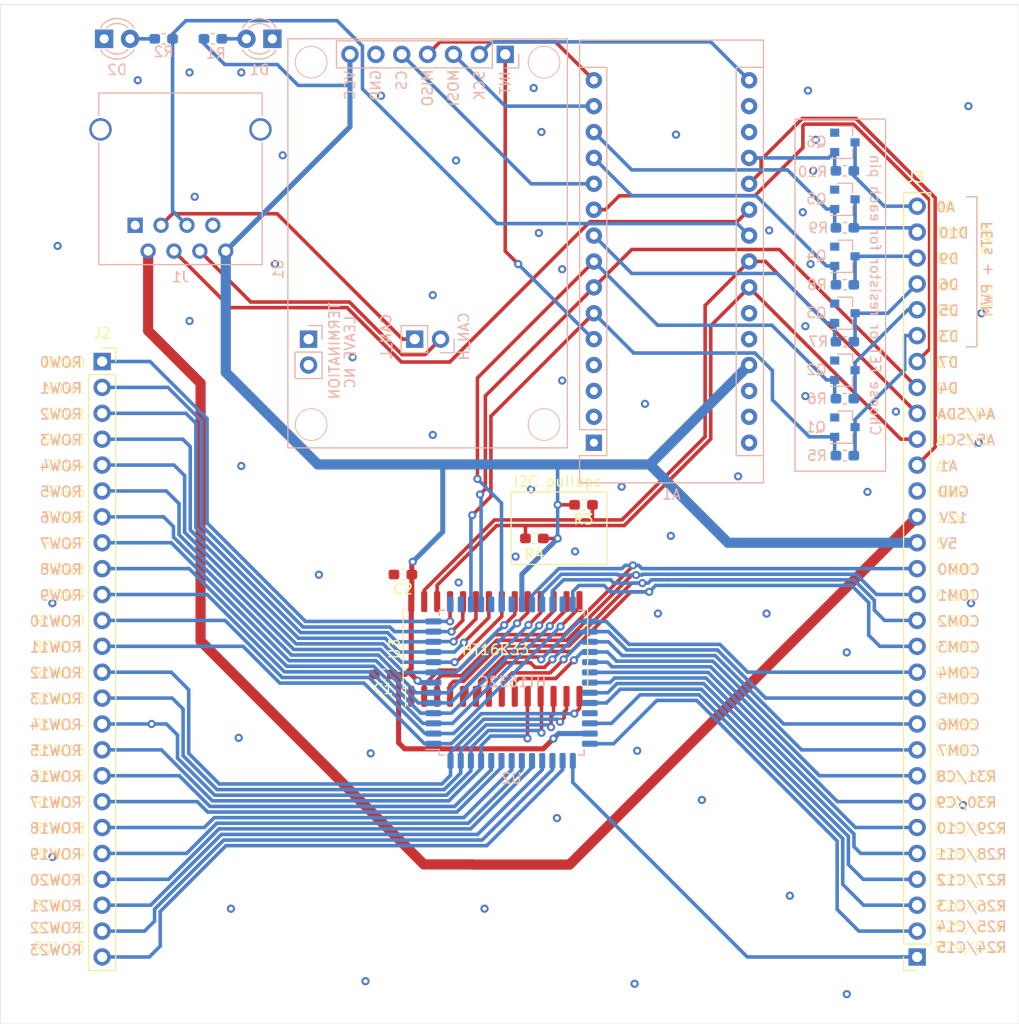
<source format=kicad_pcb>
(kicad_pcb (version 20171130) (host pcbnew "(5.1.5)-3")

  (general
    (thickness 1.6)
    (drawings 132)
    (tracks 756)
    (zones 0)
    (modules 31)
    (nets 86)
  )

  (page A4)
  (layers
    (0 F.Cu signal)
    (31 B.Cu signal)
    (32 B.Adhes user)
    (33 F.Adhes user)
    (34 B.Paste user)
    (35 F.Paste user)
    (36 B.SilkS user)
    (37 F.SilkS user)
    (38 B.Mask user)
    (39 F.Mask user)
    (40 Dwgs.User user)
    (41 Cmts.User user)
    (42 Eco1.User user)
    (43 Eco2.User user)
    (44 Edge.Cuts user)
    (45 Margin user)
    (46 B.CrtYd user)
    (47 F.CrtYd user)
    (48 B.Fab user)
    (49 F.Fab user)
  )

  (setup
    (last_trace_width 0.35)
    (user_trace_width 0.35)
    (user_trace_width 0.5)
    (user_trace_width 1)
    (trace_clearance 0.2)
    (zone_clearance 0.3)
    (zone_45_only no)
    (trace_min 0.2)
    (via_size 0.8)
    (via_drill 0.4)
    (via_min_size 0.4)
    (via_min_drill 0.3)
    (user_via 1.2 0.6)
    (uvia_size 0.3)
    (uvia_drill 0.1)
    (uvias_allowed no)
    (uvia_min_size 0.2)
    (uvia_min_drill 0.1)
    (edge_width 0.05)
    (segment_width 0.2)
    (pcb_text_width 0.3)
    (pcb_text_size 1.5 1.5)
    (mod_edge_width 0.12)
    (mod_text_size 1 1)
    (mod_text_width 0.15)
    (pad_size 1.524 1.524)
    (pad_drill 0.762)
    (pad_to_mask_clearance 0.051)
    (solder_mask_min_width 0.25)
    (aux_axis_origin 0 0)
    (visible_elements 7FFFFFFF)
    (pcbplotparams
      (layerselection 0x010fc_ffffffff)
      (usegerberextensions false)
      (usegerberattributes false)
      (usegerberadvancedattributes false)
      (creategerberjobfile false)
      (excludeedgelayer true)
      (linewidth 0.100000)
      (plotframeref false)
      (viasonmask false)
      (mode 1)
      (useauxorigin false)
      (hpglpennumber 1)
      (hpglpenspeed 20)
      (hpglpendiameter 15.000000)
      (psnegative false)
      (psa4output false)
      (plotreference true)
      (plotvalue true)
      (plotinvisibletext false)
      (padsonsilk false)
      (subtractmaskfromsilk false)
      (outputformat 1)
      (mirror false)
      (drillshape 1)
      (scaleselection 1)
      (outputdirectory ""))
  )

  (net 0 "")
  (net 1 GND)
  (net 2 "Net-(A1-Pad5)")
  (net 3 VCC)
  (net 4 "Net-(J1-Pad3)")
  (net 5 "Net-(J1-Pad6)")
  (net 6 MODULE_ENABLE)
  (net 7 MOSI)
  (net 8 MISO)
  (net 9 SCK)
  (net 10 ROW0)
  (net 11 ROW1)
  (net 12 ROW2)
  (net 13 ROW3)
  (net 14 ROW4)
  (net 15 ROW5)
  (net 16 ROW6)
  (net 17 ROW7)
  (net 18 ROW8)
  (net 19 ROW9)
  (net 20 ROW10)
  (net 21 ROW11)
  (net 22 ROW12)
  (net 23 ROW13)
  (net 24 ROW14)
  (net 25 ROW15)
  (net 26 "Net-(J2-Pad17)")
  (net 27 "Net-(J2-Pad18)")
  (net 28 "Net-(J2-Pad19)")
  (net 29 "Net-(J2-Pad20)")
  (net 30 "Net-(J2-Pad21)")
  (net 31 "Net-(J2-Pad22)")
  (net 32 "Net-(J2-Pad23)")
  (net 33 "Net-(J2-Pad24)")
  (net 34 COM0)
  (net 35 COM1)
  (net 36 COM2)
  (net 37 COM3)
  (net 38 COM4)
  (net 39 COM5)
  (net 40 COM6)
  (net 41 COM7)
  (net 42 "Net-(J3-Pad8)")
  (net 43 "Net-(J3-Pad7)")
  (net 44 "Net-(J3-Pad6)")
  (net 45 "Net-(J3-Pad5)")
  (net 46 "Net-(J3-Pad4)")
  (net 47 "Net-(J3-Pad3)")
  (net 48 "Net-(J3-Pad2)")
  (net 49 "Net-(J3-Pad1)")
  (net 50 D3)
  (net 51 D4)
  (net 52 D5)
  (net 53 D6)
  (net 54 D7)
  (net 55 +12V)
  (net 56 "Net-(A1-Pad1)")
  (net 57 "Net-(A1-Pad17)")
  (net 58 "Net-(A1-Pad2)")
  (net 59 "Net-(A1-Pad18)")
  (net 60 "Net-(A1-Pad3)")
  (net 61 A0)
  (net 62 A1)
  (net 63 MODULE_READY)
  (net 64 A4_SDA)
  (net 65 A5_SCL)
  (net 66 A6)
  (net 67 A7)
  (net 68 "Net-(A1-Pad11)")
  (net 69 D9)
  (net 70 "Net-(A1-Pad28)")
  (net 71 D10)
  (net 72 "Net-(A1-Pad30)")
  (net 73 "Net-(U1-PadJ1_2)")
  (net 74 "Net-(U1-PadJ1_1)")
  (net 75 "Net-(U2-Pad15)")
  (net 76 "Net-(U2-Pad18)")
  (net 77 "Net-(U2-Pad20)")
  (net 78 "Net-(J3-Pad30)")
  (net 79 "Net-(J3-Pad29)")
  (net 80 "Net-(J3-Pad28)")
  (net 81 "Net-(J3-Pad27)")
  (net 82 "Net-(J3-Pad26)")
  (net 83 "Net-(J3-Pad25)")
  (net 84 "Net-(D1-Pad2)")
  (net 85 "Net-(D2-Pad2)")

  (net_class Default "This is the default net class."
    (clearance 0.2)
    (trace_width 0.25)
    (via_dia 0.8)
    (via_drill 0.4)
    (uvia_dia 0.3)
    (uvia_drill 0.1)
    (add_net +12V)
    (add_net A0)
    (add_net A1)
    (add_net A4_SDA)
    (add_net A5_SCL)
    (add_net A6)
    (add_net A7)
    (add_net COM0)
    (add_net COM1)
    (add_net COM2)
    (add_net COM3)
    (add_net COM4)
    (add_net COM5)
    (add_net COM6)
    (add_net COM7)
    (add_net D10)
    (add_net D3)
    (add_net D4)
    (add_net D5)
    (add_net D6)
    (add_net D7)
    (add_net D9)
    (add_net GND)
    (add_net MISO)
    (add_net MODULE_ENABLE)
    (add_net MODULE_READY)
    (add_net MOSI)
    (add_net "Net-(A1-Pad1)")
    (add_net "Net-(A1-Pad11)")
    (add_net "Net-(A1-Pad17)")
    (add_net "Net-(A1-Pad18)")
    (add_net "Net-(A1-Pad2)")
    (add_net "Net-(A1-Pad28)")
    (add_net "Net-(A1-Pad3)")
    (add_net "Net-(A1-Pad30)")
    (add_net "Net-(A1-Pad5)")
    (add_net "Net-(D1-Pad2)")
    (add_net "Net-(D2-Pad2)")
    (add_net "Net-(J1-Pad3)")
    (add_net "Net-(J1-Pad6)")
    (add_net "Net-(J2-Pad17)")
    (add_net "Net-(J2-Pad18)")
    (add_net "Net-(J2-Pad19)")
    (add_net "Net-(J2-Pad20)")
    (add_net "Net-(J2-Pad21)")
    (add_net "Net-(J2-Pad22)")
    (add_net "Net-(J2-Pad23)")
    (add_net "Net-(J2-Pad24)")
    (add_net "Net-(J3-Pad1)")
    (add_net "Net-(J3-Pad2)")
    (add_net "Net-(J3-Pad25)")
    (add_net "Net-(J3-Pad26)")
    (add_net "Net-(J3-Pad27)")
    (add_net "Net-(J3-Pad28)")
    (add_net "Net-(J3-Pad29)")
    (add_net "Net-(J3-Pad3)")
    (add_net "Net-(J3-Pad30)")
    (add_net "Net-(J3-Pad4)")
    (add_net "Net-(J3-Pad5)")
    (add_net "Net-(J3-Pad6)")
    (add_net "Net-(J3-Pad7)")
    (add_net "Net-(J3-Pad8)")
    (add_net "Net-(U1-PadJ1_1)")
    (add_net "Net-(U1-PadJ1_2)")
    (add_net "Net-(U2-Pad15)")
    (add_net "Net-(U2-Pad18)")
    (add_net "Net-(U2-Pad20)")
    (add_net ROW0)
    (add_net ROW1)
    (add_net ROW10)
    (add_net ROW11)
    (add_net ROW12)
    (add_net ROW13)
    (add_net ROW14)
    (add_net ROW15)
    (add_net ROW2)
    (add_net ROW3)
    (add_net ROW4)
    (add_net ROW5)
    (add_net ROW6)
    (add_net ROW7)
    (add_net ROW8)
    (add_net ROW9)
    (add_net SCK)
    (add_net VCC)
  )

  (module WAVGAT_CAN:WAVGAT_CAN (layer B.Cu) (tedit 5EAA5646) (tstamp 5F6FD9E4)
    (at 75.184 63.5 270)
    (path /5EF969E2/5F2CBDEC)
    (fp_text reference U1 (at 12.446 -2.094 90) (layer B.SilkS)
      (effects (font (size 1 1) (thickness 0.15)) (justify mirror))
    )
    (fp_text value WAVGAT_CAN (at 10.16 0.5 90) (layer B.Fab)
      (effects (font (size 1 1) (thickness 0.15)) (justify mirror))
    )
    (fp_circle (center -7.874 -5.334) (end -9.398 -5.334) (layer B.SilkS) (width 0.15))
    (fp_circle (center -7.874 -28.194) (end -9.398 -28.194) (layer B.SilkS) (width 0.15))
    (fp_circle (center 27.686 -28.194) (end 29.21 -28.194) (layer B.SilkS) (width 0.15))
    (fp_circle (center 27.686 -5.334) (end 27.686 -6.858) (layer B.SilkS) (width 0.15))
    (fp_text user %R (at -8.636 -16.764) (layer B.Fab)
      (effects (font (size 1 1) (thickness 0.15)) (justify mirror))
    )
    (fp_line (start -7.306 -23.114) (end -9.966 -23.114) (layer B.SilkS) (width 0.12))
    (fp_line (start -9.906 -7.874) (end -7.366 -7.874) (layer B.Fab) (width 0.1))
    (fp_line (start -9.966 -23.114) (end -9.966 -7.814) (layer B.SilkS) (width 0.12))
    (fp_line (start -7.306 -23.114) (end -7.306 -7.814) (layer B.SilkS) (width 0.12))
    (fp_line (start -7.306 -7.814) (end -9.966 -7.814) (layer B.SilkS) (width 0.12))
    (fp_line (start -7.366 -7.874) (end -7.366 -25.019) (layer B.Fab) (width 0.1))
    (fp_line (start -8.001 -25.654) (end -9.906 -25.654) (layer B.Fab) (width 0.1))
    (fp_line (start -7.306 -25.714) (end -8.636 -25.714) (layer B.SilkS) (width 0.12))
    (fp_line (start -7.366 -25.019) (end -8.001 -25.654) (layer B.Fab) (width 0.1))
    (fp_line (start -9.906 -25.654) (end -9.906 -7.874) (layer B.Fab) (width 0.1))
    (fp_line (start -7.306 -24.384) (end -7.306 -25.714) (layer B.SilkS) (width 0.12))
    (fp_line (start 18.034 -14.224) (end 20.574 -14.224) (layer B.Fab) (width 0.1))
    (fp_line (start 20.574 -18.669) (end 19.939 -19.304) (layer B.Fab) (width 0.1))
    (fp_line (start 20.634 -16.764) (end 20.634 -14.164) (layer B.SilkS) (width 0.12))
    (fp_line (start 18.034 -19.304) (end 18.034 -14.224) (layer B.Fab) (width 0.1))
    (fp_line (start 20.634 -19.364) (end 19.304 -19.364) (layer B.SilkS) (width 0.12))
    (fp_line (start 17.974 -16.764) (end 17.974 -14.164) (layer B.SilkS) (width 0.12))
    (fp_line (start 19.939 -19.304) (end 18.034 -19.304) (layer B.Fab) (width 0.1))
    (fp_line (start 20.634 -16.764) (end 17.974 -16.764) (layer B.SilkS) (width 0.12))
    (fp_line (start 20.574 -14.224) (end 20.574 -18.669) (layer B.Fab) (width 0.1))
    (fp_line (start 20.634 -18.034) (end 20.634 -19.364) (layer B.SilkS) (width 0.12))
    (fp_line (start 20.634 -14.164) (end 17.974 -14.164) (layer B.SilkS) (width 0.12))
    (fp_text user %R (at 19.304 -16.764) (layer B.Fab)
      (effects (font (size 1 1) (thickness 0.15)) (justify mirror))
    )
    (fp_line (start 23.114 -3.81) (end 23.114 -6.35) (layer B.Fab) (width 0.1))
    (fp_line (start 18.669 -6.35) (end 18.034 -5.715) (layer B.Fab) (width 0.1))
    (fp_line (start 20.574 -6.41) (end 23.174 -6.41) (layer B.SilkS) (width 0.12))
    (fp_line (start 18.034 -3.81) (end 23.114 -3.81) (layer B.Fab) (width 0.1))
    (fp_line (start 17.974 -6.41) (end 17.974 -5.08) (layer B.SilkS) (width 0.12))
    (fp_line (start 20.574 -3.75) (end 23.174 -3.75) (layer B.SilkS) (width 0.12))
    (fp_line (start 18.034 -5.715) (end 18.034 -3.81) (layer B.Fab) (width 0.1))
    (fp_line (start 20.574 -6.41) (end 20.574 -3.75) (layer B.SilkS) (width 0.12))
    (fp_line (start 23.114 -6.35) (end 18.669 -6.35) (layer B.Fab) (width 0.1))
    (fp_line (start 19.304 -6.41) (end 17.974 -6.41) (layer B.SilkS) (width 0.12))
    (fp_line (start 23.174 -6.41) (end 23.174 -3.75) (layer B.SilkS) (width 0.12))
    (fp_text user %R (at 20.574 -5.08 270) (layer B.Fab)
      (effects (font (size 1 1) (thickness 0.15)) (justify mirror))
    )
    (fp_text user TERMINATION (at 20.447 -7.62 90) (layer B.SilkS)
      (effects (font (size 1 1) (thickness 0.15)) (justify mirror))
    )
    (fp_line (start -10.16 -3.048) (end 29.972 -3.048) (layer B.SilkS) (width 0.12))
    (fp_line (start 29.972 -3.048) (end 29.972 -30.48) (layer B.SilkS) (width 0.12))
    (fp_line (start 29.972 -30.48) (end -10.16 -30.48) (layer B.SilkS) (width 0.12))
    (fp_line (start -10.16 -30.48) (end -10.16 -3.048) (layer B.SilkS) (width 0.12))
    (fp_text user CAN_H (at 19.05 -20.32 90) (layer B.SilkS)
      (effects (font (size 1 1) (thickness 0.15)) (justify mirror))
    )
    (fp_text user CAN_L (at 19.05 -12.7 90) (layer B.SilkS)
      (effects (font (size 1 1) (thickness 0.15)) (justify mirror))
    )
    (fp_text user VCC (at -5.588 -9.144 90) (layer B.SilkS)
      (effects (font (size 1 1) (thickness 0.15)) (justify mirror))
    )
    (fp_text user GND (at -5.588 -11.684 90) (layer B.SilkS)
      (effects (font (size 1 1) (thickness 0.15)) (justify mirror))
    )
    (fp_text user CS (at -6.096 -14.224 90) (layer B.SilkS)
      (effects (font (size 1 1) (thickness 0.15)) (justify mirror))
    )
    (fp_text user MISO (at -5.334 -16.764 90) (layer B.SilkS)
      (effects (font (size 1 1) (thickness 0.15)) (justify mirror))
    )
    (fp_text user MOSI (at -5.334 -19.304 90) (layer B.SilkS)
      (effects (font (size 1 1) (thickness 0.15)) (justify mirror))
    )
    (fp_text user SCK (at -5.588 -21.844 90) (layer B.SilkS)
      (effects (font (size 1 1) (thickness 0.15)) (justify mirror))
    )
    (fp_text user INT (at -5.842 -24.384 90) (layer B.SilkS)
      (effects (font (size 1 1) (thickness 0.15)) (justify mirror))
    )
    (fp_text user "LEAVE NC" (at 20.574 -9.144 90) (layer B.SilkS)
      (effects (font (size 1 1) (thickness 0.15)) (justify mirror))
    )
    (pad J4_6 thru_hole oval (at -8.636 -11.684 90) (size 1.7 1.7) (drill 1) (layers *.Cu *.Mask)
      (net 1 GND))
    (pad J4_1 thru_hole rect (at -8.636 -24.384 90) (size 1.7 1.7) (drill 1) (layers *.Cu *.Mask)
      (net 2 "Net-(A1-Pad5)"))
    (pad J4_7 thru_hole oval (at -8.636 -9.144 90) (size 1.7 1.7) (drill 1) (layers *.Cu *.Mask)
      (net 3 VCC))
    (pad J4_5 thru_hole oval (at -8.636 -14.224 90) (size 1.7 1.7) (drill 1) (layers *.Cu *.Mask)
      (net 68 "Net-(A1-Pad11)"))
    (pad J4_4 thru_hole oval (at -8.636 -16.764 90) (size 1.7 1.7) (drill 1) (layers *.Cu *.Mask)
      (net 8 MISO))
    (pad J4_3 thru_hole oval (at -8.636 -19.304 90) (size 1.7 1.7) (drill 1) (layers *.Cu *.Mask)
      (net 7 MOSI))
    (pad J4_2 thru_hole oval (at -8.636 -21.844 90) (size 1.7 1.7) (drill 1) (layers *.Cu *.Mask)
      (net 9 SCK))
    (pad J3_1 thru_hole rect (at 19.304 -15.494 90) (size 1.7 1.7) (drill 1) (layers *.Cu *.Mask)
      (net 4 "Net-(J1-Pad3)"))
    (pad J3_2 thru_hole oval (at 19.304 -18.034 90) (size 1.7 1.7) (drill 1) (layers *.Cu *.Mask)
      (net 5 "Net-(J1-Pad6)"))
    (pad J1_2 thru_hole oval (at 21.844 -5.08 180) (size 1.7 1.7) (drill 1) (layers *.Cu *.Mask)
      (net 73 "Net-(U1-PadJ1_2)"))
    (pad J1_1 thru_hole rect (at 19.304 -5.08 180) (size 1.7 1.7) (drill 1) (layers *.Cu *.Mask)
      (net 74 "Net-(U1-PadJ1_1)"))
    (pad "" np_thru_hole circle (at -7.874 -5.334 270) (size 3 3) (drill 3) (layers *.Cu *.Mask))
    (pad "" np_thru_hole circle (at 27.686 -28.194 270) (size 3 3) (drill 3) (layers *.Cu *.Mask))
    (pad "" np_thru_hole circle (at 27.686 -5.334 270) (size 3 3) (drill 3) (layers *.Cu *.Mask))
    (pad "" np_thru_hole circle (at -7.874 -28.194 270) (size 3 3) (drill 3) (layers *.Cu *.Mask))
  )

  (module MountingHole:MountingHole_3.2mm_M3 (layer F.Cu) (tedit 56D1B4CB) (tstamp 5F6FD6E5)
    (at 55 145)
    (descr "Mounting Hole 3.2mm, no annular, M3")
    (tags "mounting hole 3.2mm no annular m3")
    (attr virtual)
    (fp_text reference REF** (at 0 -4.2) (layer F.SilkS) hide
      (effects (font (size 1 1) (thickness 0.15)))
    )
    (fp_text value MountingHole_3.2mm_M3 (at 0 4.2) (layer F.Fab) hide
      (effects (font (size 1 1) (thickness 0.15)))
    )
    (fp_circle (center 0 0) (end 3.45 0) (layer F.CrtYd) (width 0.05))
    (fp_circle (center 0 0) (end 3.2 0) (layer Cmts.User) (width 0.15))
    (fp_text user %R (at 0.3 0) (layer F.Fab)
      (effects (font (size 1 1) (thickness 0.15)))
    )
    (pad 1 np_thru_hole circle (at 0 0) (size 3.2 3.2) (drill 3.2) (layers *.Cu *.Mask))
  )

  (module MountingHole:MountingHole_3.2mm_M3 (layer F.Cu) (tedit 56D1B4CB) (tstamp 5F6FD6C1)
    (at 145 145)
    (descr "Mounting Hole 3.2mm, no annular, M3")
    (tags "mounting hole 3.2mm no annular m3")
    (attr virtual)
    (fp_text reference REF** (at 0 -4.2) (layer F.SilkS) hide
      (effects (font (size 1 1) (thickness 0.15)))
    )
    (fp_text value MountingHole_3.2mm_M3 (at 0 4.2) (layer F.Fab) hide
      (effects (font (size 1 1) (thickness 0.15)))
    )
    (fp_circle (center 0 0) (end 3.45 0) (layer F.CrtYd) (width 0.05))
    (fp_circle (center 0 0) (end 3.2 0) (layer Cmts.User) (width 0.15))
    (fp_text user %R (at 0.3 0) (layer F.Fab)
      (effects (font (size 1 1) (thickness 0.15)))
    )
    (pad 1 np_thru_hole circle (at 0 0) (size 3.2 3.2) (drill 3.2) (layers *.Cu *.Mask))
  )

  (module MountingHole:MountingHole_3.2mm_M3 (layer F.Cu) (tedit 56D1B4CB) (tstamp 5F6FD69D)
    (at 130 55)
    (descr "Mounting Hole 3.2mm, no annular, M3")
    (tags "mounting hole 3.2mm no annular m3")
    (attr virtual)
    (fp_text reference REF** (at 0 -4.2) (layer F.SilkS) hide
      (effects (font (size 1 1) (thickness 0.15)))
    )
    (fp_text value MountingHole_3.2mm_M3 (at 0 4.2) (layer F.Fab) hide
      (effects (font (size 1 1) (thickness 0.15)))
    )
    (fp_circle (center 0 0) (end 3.45 0) (layer F.CrtYd) (width 0.05))
    (fp_circle (center 0 0) (end 3.2 0) (layer Cmts.User) (width 0.15))
    (fp_text user %R (at 0.3 0) (layer F.Fab)
      (effects (font (size 1 1) (thickness 0.15)))
    )
    (pad 1 np_thru_hole circle (at 0 0) (size 3.2 3.2) (drill 3.2) (layers *.Cu *.Mask))
  )

  (module MountingHole:MountingHole_3.2mm_M3 (layer F.Cu) (tedit 56D1B4CB) (tstamp 5F6FD64C)
    (at 55 55)
    (descr "Mounting Hole 3.2mm, no annular, M3")
    (tags "mounting hole 3.2mm no annular m3")
    (attr virtual)
    (fp_text reference REF** (at 0 -4.2) (layer F.SilkS) hide
      (effects (font (size 1 1) (thickness 0.15)))
    )
    (fp_text value MountingHole_3.2mm_M3 (at 0 4.2) (layer F.Fab) hide
      (effects (font (size 1 1) (thickness 0.15)))
    )
    (fp_circle (center 0 0) (end 3.45 0) (layer F.CrtYd) (width 0.05))
    (fp_circle (center 0 0) (end 3.2 0) (layer Cmts.User) (width 0.15))
    (fp_text user %R (at 0.3 0) (layer F.Fab)
      (effects (font (size 1 1) (thickness 0.15)))
    )
    (pad 1 np_thru_hole circle (at 0 0) (size 3.2 3.2) (drill 3.2) (layers *.Cu *.Mask))
  )

  (module RJ45_5224:RJ45_5224 (layer B.Cu) (tedit 5EB1AE65) (tstamp 5F6FCA68)
    (at 63.246 71.628)
    (descr "Shielded, http://images.100y.com.tw/pdf_file/15-522403-8P8C.pdf")
    (tags "RJ45 8p8c ethernet cat5")
    (path /5EF969E2/5F6D7F49)
    (fp_text reference J1 (at 4.445 5.08) (layer B.SilkS)
      (effects (font (size 1 1) (thickness 0.15)) (justify mirror))
    )
    (fp_text value RJ45_Shielded (at 4.445 -4.445) (layer B.Fab)
      (effects (font (size 1 1) (thickness 0.15)) (justify mirror))
    )
    (fp_line (start 12.465 -12.97) (end 12.465 -10.795) (layer B.SilkS) (width 0.12))
    (fp_line (start -3.575 -12.97) (end -3.575 -10.795) (layer B.SilkS) (width 0.12))
    (fp_line (start -3.575 -8.1) (end -3.575 3.87) (layer B.SilkS) (width 0.12))
    (fp_line (start -3.575 -12.97) (end 12.465 -12.97) (layer B.SilkS) (width 0.12))
    (fp_line (start 12.465 3.87) (end 12.465 -8.1) (layer B.SilkS) (width 0.12))
    (fp_line (start -3.575 3.87) (end 12.465 3.87) (layer B.SilkS) (width 0.12))
    (fp_text user %R (at 4.445 -2.54) (layer B.Fab)
      (effects (font (size 1 1) (thickness 0.15)) (justify mirror))
    )
    (fp_line (start -3.455 -12.85) (end -3.455 3.75) (layer B.Fab) (width 0.12))
    (fp_line (start -3.455 3.75) (end 12.345 3.75) (layer B.Fab) (width 0.12))
    (fp_line (start 12.345 3.75) (end 12.345 -12.85) (layer B.Fab) (width 0.12))
    (fp_line (start 12.345 -12.85) (end -3.455 -12.85) (layer B.Fab) (width 0.12))
    (fp_line (start -5.08 4.318) (end 13.97 4.318) (layer B.CrtYd) (width 0.05))
    (fp_line (start 13.97 4.318) (end 13.97 -13.462) (layer B.CrtYd) (width 0.05))
    (fp_line (start 13.97 -13.462) (end -5.08 -13.462) (layer B.CrtYd) (width 0.05))
    (fp_line (start -5.08 -13.462) (end -5.08 4.318) (layer B.CrtYd) (width 0.05))
    (pad 1 thru_hole rect (at 0 0) (size 1.5 1.5) (drill 0.89) (layers *.Cu *.Mask)
      (net 1 GND))
    (pad 3 thru_hole circle (at 2.54 0) (size 1.5 1.5) (drill 0.89) (layers *.Cu *.Mask)
      (net 4 "Net-(J1-Pad3)"))
    (pad 5 thru_hole circle (at 5.08 0) (size 1.5 1.5) (drill 0.89) (layers *.Cu *.Mask)
      (net 6 MODULE_ENABLE))
    (pad 7 thru_hole circle (at 7.62 0) (size 1.5 1.5) (drill 0.89) (layers *.Cu *.Mask)
      (net 1 GND))
    (pad 2 thru_hole circle (at 1.27 2.54) (size 1.5 1.5) (drill 0.89) (layers *.Cu *.Mask)
      (net 55 +12V))
    (pad 4 thru_hole circle (at 3.81 2.54) (size 1.5 1.5) (drill 0.89) (layers *.Cu *.Mask)
      (net 63 MODULE_READY))
    (pad 6 thru_hole circle (at 6.35 2.54) (size 1.5 1.5) (drill 0.89) (layers *.Cu *.Mask)
      (net 5 "Net-(J1-Pad6)"))
    (pad 8 thru_hole circle (at 8.89 2.54) (size 1.5 1.5) (drill 0.89) (layers *.Cu *.Mask)
      (net 3 VCC))
    (pad "" np_thru_hole circle (at -1.27 -6.35) (size 3.25 3.25) (drill 3.25) (layers *.Cu *.Mask))
    (pad "" np_thru_hole circle (at 10.16 -6.35) (size 3.25 3.25) (drill 3.25) (layers *.Cu *.Mask))
    (pad SH thru_hole circle (at 12.295 -9.4) (size 2.2 2.2) (drill 1.7) (layers *.Cu *.Mask)
      (net 1 GND))
    (pad SH thru_hole circle (at -3.405 -9.4) (size 2.2 2.2) (drill 1.7) (layers *.Cu *.Mask)
      (net 1 GND))
    (model ${KISYS3DMOD}/Connector_RJ.3dshapes/RJ45_Amphenol_RJHSE5380.wrl
      (at (xyz 0 0 0))
      (scale (xyz 1 1 1))
      (rotate (xyz 0 0 0))
    )
  )

  (module LED_THT:LED_D3.0mm (layer B.Cu) (tedit 587A3A7B) (tstamp 5F6FCA49)
    (at 60.198 53.34)
    (descr "LED, diameter 3.0mm, 2 pins")
    (tags "LED diameter 3.0mm 2 pins")
    (path /5EF969E2/5F6E2C58)
    (fp_text reference D2 (at 1.27 3.048) (layer B.SilkS)
      (effects (font (size 1 1) (thickness 0.15)) (justify mirror))
    )
    (fp_text value LED_Small (at 1.27 -2.96) (layer B.Fab)
      (effects (font (size 1 1) (thickness 0.15)) (justify mirror))
    )
    (fp_line (start 3.7 2.25) (end -1.15 2.25) (layer B.CrtYd) (width 0.05))
    (fp_line (start 3.7 -2.25) (end 3.7 2.25) (layer B.CrtYd) (width 0.05))
    (fp_line (start -1.15 -2.25) (end 3.7 -2.25) (layer B.CrtYd) (width 0.05))
    (fp_line (start -1.15 2.25) (end -1.15 -2.25) (layer B.CrtYd) (width 0.05))
    (fp_line (start -0.29 -1.08) (end -0.29 -1.236) (layer B.SilkS) (width 0.12))
    (fp_line (start -0.29 1.236) (end -0.29 1.08) (layer B.SilkS) (width 0.12))
    (fp_line (start -0.23 1.16619) (end -0.23 -1.16619) (layer B.Fab) (width 0.1))
    (fp_circle (center 1.27 0) (end 2.77 0) (layer B.Fab) (width 0.1))
    (fp_arc (start 1.27 0) (end 0.229039 -1.08) (angle 87.9) (layer B.SilkS) (width 0.12))
    (fp_arc (start 1.27 0) (end 0.229039 1.08) (angle -87.9) (layer B.SilkS) (width 0.12))
    (fp_arc (start 1.27 0) (end -0.29 -1.235516) (angle 108.8) (layer B.SilkS) (width 0.12))
    (fp_arc (start 1.27 0) (end -0.29 1.235516) (angle -108.8) (layer B.SilkS) (width 0.12))
    (fp_arc (start 1.27 0) (end -0.23 1.16619) (angle -284.3) (layer B.Fab) (width 0.1))
    (pad 2 thru_hole circle (at 2.54 0) (size 1.8 1.8) (drill 0.9) (layers *.Cu *.Mask)
      (net 85 "Net-(D2-Pad2)"))
    (pad 1 thru_hole rect (at 0 0) (size 1.8 1.8) (drill 0.9) (layers *.Cu *.Mask)
      (net 1 GND))
    (model ${KISYS3DMOD}/LED_THT.3dshapes/LED_D3.0mm.wrl
      (at (xyz 0 0 0))
      (scale (xyz 1 1 1))
      (rotate (xyz 0 0 0))
    )
  )

  (module LED_THT:LED_D3.0mm (layer B.Cu) (tedit 587A3A7B) (tstamp 5F6FCA36)
    (at 76.708 53.34 180)
    (descr "LED, diameter 3.0mm, 2 pins")
    (tags "LED diameter 3.0mm 2 pins")
    (path /5EF969E2/5F6E139F)
    (fp_text reference D1 (at 1.27 -3.048) (layer B.SilkS)
      (effects (font (size 1 1) (thickness 0.15)) (justify mirror))
    )
    (fp_text value LED_Small (at 1.27 -2.96) (layer B.Fab)
      (effects (font (size 1 1) (thickness 0.15)) (justify mirror))
    )
    (fp_line (start 3.7 2.25) (end -1.15 2.25) (layer B.CrtYd) (width 0.05))
    (fp_line (start 3.7 -2.25) (end 3.7 2.25) (layer B.CrtYd) (width 0.05))
    (fp_line (start -1.15 -2.25) (end 3.7 -2.25) (layer B.CrtYd) (width 0.05))
    (fp_line (start -1.15 2.25) (end -1.15 -2.25) (layer B.CrtYd) (width 0.05))
    (fp_line (start -0.29 -1.08) (end -0.29 -1.236) (layer B.SilkS) (width 0.12))
    (fp_line (start -0.29 1.236) (end -0.29 1.08) (layer B.SilkS) (width 0.12))
    (fp_line (start -0.23 1.16619) (end -0.23 -1.16619) (layer B.Fab) (width 0.1))
    (fp_circle (center 1.27 0) (end 2.77 0) (layer B.Fab) (width 0.1))
    (fp_arc (start 1.27 0) (end 0.229039 -1.08) (angle 87.9) (layer B.SilkS) (width 0.12))
    (fp_arc (start 1.27 0) (end 0.229039 1.08) (angle -87.9) (layer B.SilkS) (width 0.12))
    (fp_arc (start 1.27 0) (end -0.29 -1.235516) (angle 108.8) (layer B.SilkS) (width 0.12))
    (fp_arc (start 1.27 0) (end -0.29 1.235516) (angle -108.8) (layer B.SilkS) (width 0.12))
    (fp_arc (start 1.27 0) (end -0.23 1.16619) (angle -284.3) (layer B.Fab) (width 0.1))
    (pad 2 thru_hole circle (at 2.54 0 180) (size 1.8 1.8) (drill 0.9) (layers *.Cu *.Mask)
      (net 84 "Net-(D1-Pad2)"))
    (pad 1 thru_hole rect (at 0 0 180) (size 1.8 1.8) (drill 0.9) (layers *.Cu *.Mask)
      (net 1 GND))
    (model ${KISYS3DMOD}/LED_THT.3dshapes/LED_D3.0mm.wrl
      (at (xyz 0 0 0))
      (scale (xyz 1 1 1))
      (rotate (xyz 0 0 0))
    )
  )

  (module Connector_PinSocket_2.54mm:PinSocket_1x30_P2.54mm_Vertical (layer F.Cu) (tedit 5A19A429) (tstamp 5EAD773C)
    (at 140 143.42 180)
    (descr "Through hole straight socket strip, 1x30, 2.54mm pitch, single row (from Kicad 4.0.7), script generated")
    (tags "Through hole socket strip THT 1x30 2.54mm single row")
    (path /5ED95C02)
    (fp_text reference J3 (at 0.173 76.491) (layer F.SilkS)
      (effects (font (size 1 1) (thickness 0.15)))
    )
    (fp_text value Conn_01x30_Female (at 0 76.43) (layer F.Fab)
      (effects (font (size 1 1) (thickness 0.15)))
    )
    (fp_text user %R (at 0 36.83 90) (layer F.Fab)
      (effects (font (size 1 1) (thickness 0.15)))
    )
    (fp_line (start -1.8 75.4) (end -1.8 -1.8) (layer F.CrtYd) (width 0.05))
    (fp_line (start 1.75 75.4) (end -1.8 75.4) (layer F.CrtYd) (width 0.05))
    (fp_line (start 1.75 -1.8) (end 1.75 75.4) (layer F.CrtYd) (width 0.05))
    (fp_line (start -1.8 -1.8) (end 1.75 -1.8) (layer F.CrtYd) (width 0.05))
    (fp_line (start 0 -1.33) (end 1.33 -1.33) (layer F.SilkS) (width 0.12))
    (fp_line (start 1.33 -1.33) (end 1.33 0) (layer F.SilkS) (width 0.12))
    (fp_line (start 1.33 1.27) (end 1.33 74.99) (layer F.SilkS) (width 0.12))
    (fp_line (start -1.33 74.99) (end 1.33 74.99) (layer F.SilkS) (width 0.12))
    (fp_line (start -1.33 1.27) (end -1.33 74.99) (layer F.SilkS) (width 0.12))
    (fp_line (start -1.33 1.27) (end 1.33 1.27) (layer F.SilkS) (width 0.12))
    (fp_line (start -1.27 74.93) (end -1.27 -1.27) (layer F.Fab) (width 0.1))
    (fp_line (start 1.27 74.93) (end -1.27 74.93) (layer F.Fab) (width 0.1))
    (fp_line (start 1.27 -0.635) (end 1.27 74.93) (layer F.Fab) (width 0.1))
    (fp_line (start 0.635 -1.27) (end 1.27 -0.635) (layer F.Fab) (width 0.1))
    (fp_line (start -1.27 -1.27) (end 0.635 -1.27) (layer F.Fab) (width 0.1))
    (pad 30 thru_hole oval (at 0 73.66 180) (size 1.7 1.7) (drill 1) (layers *.Cu *.Mask)
      (net 78 "Net-(J3-Pad30)"))
    (pad 29 thru_hole oval (at 0 71.12 180) (size 1.7 1.7) (drill 1) (layers *.Cu *.Mask)
      (net 79 "Net-(J3-Pad29)"))
    (pad 28 thru_hole oval (at 0 68.58 180) (size 1.7 1.7) (drill 1) (layers *.Cu *.Mask)
      (net 80 "Net-(J3-Pad28)"))
    (pad 27 thru_hole oval (at 0 66.04 180) (size 1.7 1.7) (drill 1) (layers *.Cu *.Mask)
      (net 81 "Net-(J3-Pad27)"))
    (pad 26 thru_hole oval (at 0 63.5 180) (size 1.7 1.7) (drill 1) (layers *.Cu *.Mask)
      (net 82 "Net-(J3-Pad26)"))
    (pad 25 thru_hole oval (at 0 60.96 180) (size 1.7 1.7) (drill 1) (layers *.Cu *.Mask)
      (net 83 "Net-(J3-Pad25)"))
    (pad 24 thru_hole oval (at 0 58.42 180) (size 1.7 1.7) (drill 1) (layers *.Cu *.Mask)
      (net 54 D7))
    (pad 23 thru_hole oval (at 0 55.88 180) (size 1.7 1.7) (drill 1) (layers *.Cu *.Mask)
      (net 51 D4))
    (pad 22 thru_hole oval (at 0 53.34 180) (size 1.7 1.7) (drill 1) (layers *.Cu *.Mask)
      (net 64 A4_SDA))
    (pad 21 thru_hole oval (at 0 50.8 180) (size 1.7 1.7) (drill 1) (layers *.Cu *.Mask)
      (net 65 A5_SCL))
    (pad 20 thru_hole oval (at 0 48.26 180) (size 1.7 1.7) (drill 1) (layers *.Cu *.Mask)
      (net 62 A1))
    (pad 19 thru_hole oval (at 0 45.72 180) (size 1.7 1.7) (drill 1) (layers *.Cu *.Mask)
      (net 1 GND))
    (pad 18 thru_hole oval (at 0 43.18 180) (size 1.7 1.7) (drill 1) (layers *.Cu *.Mask)
      (net 55 +12V))
    (pad 17 thru_hole oval (at 0 40.64 180) (size 1.7 1.7) (drill 1) (layers *.Cu *.Mask)
      (net 3 VCC))
    (pad 16 thru_hole oval (at 0 38.1 180) (size 1.7 1.7) (drill 1) (layers *.Cu *.Mask)
      (net 34 COM0))
    (pad 15 thru_hole oval (at 0 35.56 180) (size 1.7 1.7) (drill 1) (layers *.Cu *.Mask)
      (net 35 COM1))
    (pad 14 thru_hole oval (at 0 33.02 180) (size 1.7 1.7) (drill 1) (layers *.Cu *.Mask)
      (net 36 COM2))
    (pad 13 thru_hole oval (at 0 30.48 180) (size 1.7 1.7) (drill 1) (layers *.Cu *.Mask)
      (net 37 COM3))
    (pad 12 thru_hole oval (at 0 27.94 180) (size 1.7 1.7) (drill 1) (layers *.Cu *.Mask)
      (net 38 COM4))
    (pad 11 thru_hole oval (at 0 25.4 180) (size 1.7 1.7) (drill 1) (layers *.Cu *.Mask)
      (net 39 COM5))
    (pad 10 thru_hole oval (at 0 22.86 180) (size 1.7 1.7) (drill 1) (layers *.Cu *.Mask)
      (net 40 COM6))
    (pad 9 thru_hole oval (at 0 20.32 180) (size 1.7 1.7) (drill 1) (layers *.Cu *.Mask)
      (net 41 COM7))
    (pad 8 thru_hole oval (at 0 17.78 180) (size 1.7 1.7) (drill 1) (layers *.Cu *.Mask)
      (net 42 "Net-(J3-Pad8)"))
    (pad 7 thru_hole oval (at 0 15.24 180) (size 1.7 1.7) (drill 1) (layers *.Cu *.Mask)
      (net 43 "Net-(J3-Pad7)"))
    (pad 6 thru_hole oval (at 0 12.7 180) (size 1.7 1.7) (drill 1) (layers *.Cu *.Mask)
      (net 44 "Net-(J3-Pad6)"))
    (pad 5 thru_hole oval (at 0 10.16 180) (size 1.7 1.7) (drill 1) (layers *.Cu *.Mask)
      (net 45 "Net-(J3-Pad5)"))
    (pad 4 thru_hole oval (at 0 7.62 180) (size 1.7 1.7) (drill 1) (layers *.Cu *.Mask)
      (net 46 "Net-(J3-Pad4)"))
    (pad 3 thru_hole oval (at 0 5.08 180) (size 1.7 1.7) (drill 1) (layers *.Cu *.Mask)
      (net 47 "Net-(J3-Pad3)"))
    (pad 2 thru_hole oval (at 0 2.54 180) (size 1.7 1.7) (drill 1) (layers *.Cu *.Mask)
      (net 48 "Net-(J3-Pad2)"))
    (pad 1 thru_hole rect (at 0 0 180) (size 1.7 1.7) (drill 1) (layers *.Cu *.Mask)
      (net 49 "Net-(J3-Pad1)"))
    (model ${KISYS3DMOD}/Connector_PinSocket_2.54mm.3dshapes/PinSocket_1x30_P2.54mm_Vertical.wrl
      (at (xyz 0 0 0))
      (scale (xyz 1 1 1))
      (rotate (xyz 0 0 0))
    )
  )

  (module Connector_PinSocket_2.54mm:PinSocket_1x24_P2.54mm_Vertical (layer F.Cu) (tedit 5A19A427) (tstamp 5DC68817)
    (at 60 85)
    (descr "Through hole straight socket strip, 1x24, 2.54mm pitch, single row (from Kicad 4.0.7), script generated")
    (tags "Through hole socket strip THT 1x24 2.54mm single row")
    (path /5DD4B230)
    (fp_text reference J2 (at 0 -2.77) (layer F.SilkS)
      (effects (font (size 1 1) (thickness 0.15)))
    )
    (fp_text value Conn_01x24_Female (at 0 61.19) (layer F.Fab)
      (effects (font (size 1 1) (thickness 0.15)))
    )
    (fp_text user %R (at 0 29.21 90) (layer F.Fab)
      (effects (font (size 1 1) (thickness 0.15)))
    )
    (fp_line (start -1.8 60.2) (end -1.8 -1.8) (layer F.CrtYd) (width 0.05))
    (fp_line (start 1.75 60.2) (end -1.8 60.2) (layer F.CrtYd) (width 0.05))
    (fp_line (start 1.75 -1.8) (end 1.75 60.2) (layer F.CrtYd) (width 0.05))
    (fp_line (start -1.8 -1.8) (end 1.75 -1.8) (layer F.CrtYd) (width 0.05))
    (fp_line (start 0 -1.33) (end 1.33 -1.33) (layer F.SilkS) (width 0.12))
    (fp_line (start 1.33 -1.33) (end 1.33 0) (layer F.SilkS) (width 0.12))
    (fp_line (start 1.33 1.27) (end 1.33 59.75) (layer F.SilkS) (width 0.12))
    (fp_line (start -1.33 59.75) (end 1.33 59.75) (layer F.SilkS) (width 0.12))
    (fp_line (start -1.33 1.27) (end -1.33 59.75) (layer F.SilkS) (width 0.12))
    (fp_line (start -1.33 1.27) (end 1.33 1.27) (layer F.SilkS) (width 0.12))
    (fp_line (start -1.27 59.69) (end -1.27 -1.27) (layer F.Fab) (width 0.1))
    (fp_line (start 1.27 59.69) (end -1.27 59.69) (layer F.Fab) (width 0.1))
    (fp_line (start 1.27 -0.635) (end 1.27 59.69) (layer F.Fab) (width 0.1))
    (fp_line (start 0.635 -1.27) (end 1.27 -0.635) (layer F.Fab) (width 0.1))
    (fp_line (start -1.27 -1.27) (end 0.635 -1.27) (layer F.Fab) (width 0.1))
    (pad 24 thru_hole oval (at 0 58.42) (size 1.7 1.7) (drill 1) (layers *.Cu *.Mask)
      (net 33 "Net-(J2-Pad24)"))
    (pad 23 thru_hole oval (at 0 55.88) (size 1.7 1.7) (drill 1) (layers *.Cu *.Mask)
      (net 32 "Net-(J2-Pad23)"))
    (pad 22 thru_hole oval (at 0 53.34) (size 1.7 1.7) (drill 1) (layers *.Cu *.Mask)
      (net 31 "Net-(J2-Pad22)"))
    (pad 21 thru_hole oval (at 0 50.8) (size 1.7 1.7) (drill 1) (layers *.Cu *.Mask)
      (net 30 "Net-(J2-Pad21)"))
    (pad 20 thru_hole oval (at 0 48.26) (size 1.7 1.7) (drill 1) (layers *.Cu *.Mask)
      (net 29 "Net-(J2-Pad20)"))
    (pad 19 thru_hole oval (at 0 45.72) (size 1.7 1.7) (drill 1) (layers *.Cu *.Mask)
      (net 28 "Net-(J2-Pad19)"))
    (pad 18 thru_hole oval (at 0 43.18) (size 1.7 1.7) (drill 1) (layers *.Cu *.Mask)
      (net 27 "Net-(J2-Pad18)"))
    (pad 17 thru_hole oval (at 0 40.64) (size 1.7 1.7) (drill 1) (layers *.Cu *.Mask)
      (net 26 "Net-(J2-Pad17)"))
    (pad 16 thru_hole oval (at 0 38.1) (size 1.7 1.7) (drill 1) (layers *.Cu *.Mask)
      (net 25 ROW15))
    (pad 15 thru_hole oval (at 0 35.56) (size 1.7 1.7) (drill 1) (layers *.Cu *.Mask)
      (net 24 ROW14))
    (pad 14 thru_hole oval (at 0 33.02) (size 1.7 1.7) (drill 1) (layers *.Cu *.Mask)
      (net 23 ROW13))
    (pad 13 thru_hole oval (at 0 30.48) (size 1.7 1.7) (drill 1) (layers *.Cu *.Mask)
      (net 22 ROW12))
    (pad 12 thru_hole oval (at 0 27.94) (size 1.7 1.7) (drill 1) (layers *.Cu *.Mask)
      (net 21 ROW11))
    (pad 11 thru_hole oval (at 0 25.4) (size 1.7 1.7) (drill 1) (layers *.Cu *.Mask)
      (net 20 ROW10))
    (pad 10 thru_hole oval (at 0 22.86) (size 1.7 1.7) (drill 1) (layers *.Cu *.Mask)
      (net 19 ROW9))
    (pad 9 thru_hole oval (at 0 20.32) (size 1.7 1.7) (drill 1) (layers *.Cu *.Mask)
      (net 18 ROW8))
    (pad 8 thru_hole oval (at 0 17.78) (size 1.7 1.7) (drill 1) (layers *.Cu *.Mask)
      (net 17 ROW7))
    (pad 7 thru_hole oval (at 0 15.24) (size 1.7 1.7) (drill 1) (layers *.Cu *.Mask)
      (net 16 ROW6))
    (pad 6 thru_hole oval (at 0 12.7) (size 1.7 1.7) (drill 1) (layers *.Cu *.Mask)
      (net 15 ROW5))
    (pad 5 thru_hole oval (at 0 10.16) (size 1.7 1.7) (drill 1) (layers *.Cu *.Mask)
      (net 14 ROW4))
    (pad 4 thru_hole oval (at 0 7.62) (size 1.7 1.7) (drill 1) (layers *.Cu *.Mask)
      (net 13 ROW3))
    (pad 3 thru_hole oval (at 0 5.08) (size 1.7 1.7) (drill 1) (layers *.Cu *.Mask)
      (net 12 ROW2))
    (pad 2 thru_hole oval (at 0 2.54) (size 1.7 1.7) (drill 1) (layers *.Cu *.Mask)
      (net 11 ROW1))
    (pad 1 thru_hole rect (at 0 0) (size 1.7 1.7) (drill 1) (layers *.Cu *.Mask)
      (net 10 ROW0))
    (model ${KISYS3DMOD}/Connector_PinSocket_2.54mm.3dshapes/PinSocket_1x24_P2.54mm_Vertical.wrl
      (at (xyz 0 0 0))
      (scale (xyz 1 1 1))
      (rotate (xyz 0 0 0))
    )
  )

  (module Module:Arduino_Nano (layer B.Cu) (tedit 58ACAF70) (tstamp 5DC68C48)
    (at 108.27 92.964)
    (descr "Arduino Nano, http://www.mouser.com/pdfdocs/Gravitech_Arduino_Nano3_0.pdf")
    (tags "Arduino Nano")
    (path /5EF969E2/5F2CBE64)
    (fp_text reference A1 (at 7.62 5.08 180) (layer B.SilkS)
      (effects (font (size 1 1) (thickness 0.15)) (justify mirror))
    )
    (fp_text value Arduino_Nano_v3.x (at 8.89 -19.05 90) (layer B.Fab)
      (effects (font (size 1 1) (thickness 0.15)) (justify mirror))
    )
    (fp_text user %R (at 6.35 -19.05 90) (layer B.Fab)
      (effects (font (size 1 1) (thickness 0.15)) (justify mirror))
    )
    (fp_line (start 1.27 -1.27) (end 1.27 1.27) (layer B.SilkS) (width 0.12))
    (fp_line (start 1.27 1.27) (end -1.4 1.27) (layer B.SilkS) (width 0.12))
    (fp_line (start -1.4 -1.27) (end -1.4 -39.5) (layer B.SilkS) (width 0.12))
    (fp_line (start -1.4 3.94) (end -1.4 1.27) (layer B.SilkS) (width 0.12))
    (fp_line (start 13.97 1.27) (end 16.64 1.27) (layer B.SilkS) (width 0.12))
    (fp_line (start 13.97 1.27) (end 13.97 -36.83) (layer B.SilkS) (width 0.12))
    (fp_line (start 13.97 -36.83) (end 16.64 -36.83) (layer B.SilkS) (width 0.12))
    (fp_line (start 1.27 -1.27) (end -1.4 -1.27) (layer B.SilkS) (width 0.12))
    (fp_line (start 1.27 -1.27) (end 1.27 -36.83) (layer B.SilkS) (width 0.12))
    (fp_line (start 1.27 -36.83) (end -1.4 -36.83) (layer B.SilkS) (width 0.12))
    (fp_line (start 3.81 -31.75) (end 11.43 -31.75) (layer B.Fab) (width 0.1))
    (fp_line (start 11.43 -31.75) (end 11.43 -41.91) (layer B.Fab) (width 0.1))
    (fp_line (start 11.43 -41.91) (end 3.81 -41.91) (layer B.Fab) (width 0.1))
    (fp_line (start 3.81 -41.91) (end 3.81 -31.75) (layer B.Fab) (width 0.1))
    (fp_line (start -1.4 -39.5) (end 16.64 -39.5) (layer B.SilkS) (width 0.12))
    (fp_line (start 16.64 -39.5) (end 16.64 3.94) (layer B.SilkS) (width 0.12))
    (fp_line (start 16.64 3.94) (end -1.4 3.94) (layer B.SilkS) (width 0.12))
    (fp_line (start 16.51 -39.37) (end -1.27 -39.37) (layer B.Fab) (width 0.1))
    (fp_line (start -1.27 -39.37) (end -1.27 2.54) (layer B.Fab) (width 0.1))
    (fp_line (start -1.27 2.54) (end 0 3.81) (layer B.Fab) (width 0.1))
    (fp_line (start 0 3.81) (end 16.51 3.81) (layer B.Fab) (width 0.1))
    (fp_line (start 16.51 3.81) (end 16.51 -39.37) (layer B.Fab) (width 0.1))
    (fp_line (start -1.53 4.06) (end 16.75 4.06) (layer B.CrtYd) (width 0.05))
    (fp_line (start -1.53 4.06) (end -1.53 -42.16) (layer B.CrtYd) (width 0.05))
    (fp_line (start 16.75 -42.16) (end 16.75 4.06) (layer B.CrtYd) (width 0.05))
    (fp_line (start 16.75 -42.16) (end -1.53 -42.16) (layer B.CrtYd) (width 0.05))
    (pad 1 thru_hole rect (at 0 0) (size 1.6 1.6) (drill 0.8) (layers *.Cu *.Mask)
      (net 56 "Net-(A1-Pad1)"))
    (pad 17 thru_hole oval (at 15.24 -33.02) (size 1.6 1.6) (drill 0.8) (layers *.Cu *.Mask)
      (net 57 "Net-(A1-Pad17)"))
    (pad 2 thru_hole oval (at 0 -2.54) (size 1.6 1.6) (drill 0.8) (layers *.Cu *.Mask)
      (net 58 "Net-(A1-Pad2)"))
    (pad 18 thru_hole oval (at 15.24 -30.48) (size 1.6 1.6) (drill 0.8) (layers *.Cu *.Mask)
      (net 59 "Net-(A1-Pad18)"))
    (pad 3 thru_hole oval (at 0 -5.08) (size 1.6 1.6) (drill 0.8) (layers *.Cu *.Mask)
      (net 60 "Net-(A1-Pad3)"))
    (pad 19 thru_hole oval (at 15.24 -27.94) (size 1.6 1.6) (drill 0.8) (layers *.Cu *.Mask)
      (net 61 A0))
    (pad 4 thru_hole oval (at 0 -7.62) (size 1.6 1.6) (drill 0.8) (layers *.Cu *.Mask)
      (net 1 GND))
    (pad 20 thru_hole oval (at 15.24 -25.4) (size 1.6 1.6) (drill 0.8) (layers *.Cu *.Mask)
      (net 62 A1))
    (pad 5 thru_hole oval (at 0 -10.16) (size 1.6 1.6) (drill 0.8) (layers *.Cu *.Mask)
      (net 2 "Net-(A1-Pad5)"))
    (pad 21 thru_hole oval (at 15.24 -22.86) (size 1.6 1.6) (drill 0.8) (layers *.Cu *.Mask)
      (net 63 MODULE_READY))
    (pad 6 thru_hole oval (at 0 -12.7) (size 1.6 1.6) (drill 0.8) (layers *.Cu *.Mask)
      (net 50 D3))
    (pad 22 thru_hole oval (at 15.24 -20.32) (size 1.6 1.6) (drill 0.8) (layers *.Cu *.Mask)
      (net 6 MODULE_ENABLE))
    (pad 7 thru_hole oval (at 0 -15.24) (size 1.6 1.6) (drill 0.8) (layers *.Cu *.Mask)
      (net 51 D4))
    (pad 23 thru_hole oval (at 15.24 -17.78) (size 1.6 1.6) (drill 0.8) (layers *.Cu *.Mask)
      (net 64 A4_SDA))
    (pad 8 thru_hole oval (at 0 -17.78) (size 1.6 1.6) (drill 0.8) (layers *.Cu *.Mask)
      (net 52 D5))
    (pad 24 thru_hole oval (at 15.24 -15.24) (size 1.6 1.6) (drill 0.8) (layers *.Cu *.Mask)
      (net 65 A5_SCL))
    (pad 9 thru_hole oval (at 0 -20.32) (size 1.6 1.6) (drill 0.8) (layers *.Cu *.Mask)
      (net 53 D6))
    (pad 25 thru_hole oval (at 15.24 -12.7) (size 1.6 1.6) (drill 0.8) (layers *.Cu *.Mask)
      (net 66 A6))
    (pad 10 thru_hole oval (at 0 -22.86) (size 1.6 1.6) (drill 0.8) (layers *.Cu *.Mask)
      (net 54 D7))
    (pad 26 thru_hole oval (at 15.24 -10.16) (size 1.6 1.6) (drill 0.8) (layers *.Cu *.Mask)
      (net 67 A7))
    (pad 11 thru_hole oval (at 0 -25.4) (size 1.6 1.6) (drill 0.8) (layers *.Cu *.Mask)
      (net 68 "Net-(A1-Pad11)"))
    (pad 27 thru_hole oval (at 15.24 -7.62) (size 1.6 1.6) (drill 0.8) (layers *.Cu *.Mask)
      (net 3 VCC))
    (pad 12 thru_hole oval (at 0 -27.94) (size 1.6 1.6) (drill 0.8) (layers *.Cu *.Mask)
      (net 69 D9))
    (pad 28 thru_hole oval (at 15.24 -5.08) (size 1.6 1.6) (drill 0.8) (layers *.Cu *.Mask)
      (net 70 "Net-(A1-Pad28)"))
    (pad 13 thru_hole oval (at 0 -30.48) (size 1.6 1.6) (drill 0.8) (layers *.Cu *.Mask)
      (net 71 D10))
    (pad 29 thru_hole oval (at 15.24 -2.54) (size 1.6 1.6) (drill 0.8) (layers *.Cu *.Mask)
      (net 1 GND))
    (pad 14 thru_hole oval (at 0 -33.02) (size 1.6 1.6) (drill 0.8) (layers *.Cu *.Mask)
      (net 7 MOSI))
    (pad 30 thru_hole oval (at 15.24 0) (size 1.6 1.6) (drill 0.8) (layers *.Cu *.Mask)
      (net 72 "Net-(A1-Pad30)"))
    (pad 15 thru_hole oval (at 0 -35.56) (size 1.6 1.6) (drill 0.8) (layers *.Cu *.Mask)
      (net 8 MISO))
    (pad 16 thru_hole oval (at 15.24 -35.56) (size 1.6 1.6) (drill 0.8) (layers *.Cu *.Mask)
      (net 9 SCK))
    (model ${KISYS3DMOD}/Module.3dshapes/Arduino_Nano_WithMountingHoles.wrl
      (at (xyz 0 0 0))
      (scale (xyz 1 1 1))
      (rotate (xyz 0 0 0))
    )
  )

  (module Package_TO_SOT_SMD:SOT-23 (layer B.Cu) (tedit 5A02FF57) (tstamp 5DD561C8)
    (at 132.908 63.5)
    (descr "SOT-23, Standard")
    (tags SOT-23)
    (path /5DDA7E9C)
    (attr smd)
    (fp_text reference Q6 (at -2.794 -0.04) (layer B.SilkS)
      (effects (font (size 1 1) (thickness 0.15)) (justify mirror))
    )
    (fp_text value Q_NMOS_GSD (at 0 -2.5) (layer B.Fab)
      (effects (font (size 1 1) (thickness 0.15)) (justify mirror))
    )
    (fp_text user %R (at 0 0 -90) (layer B.Fab)
      (effects (font (size 0.5 0.5) (thickness 0.075)) (justify mirror))
    )
    (fp_line (start -0.7 0.95) (end -0.7 -1.5) (layer B.Fab) (width 0.1))
    (fp_line (start -0.15 1.52) (end 0.7 1.52) (layer B.Fab) (width 0.1))
    (fp_line (start -0.7 0.95) (end -0.15 1.52) (layer B.Fab) (width 0.1))
    (fp_line (start 0.7 1.52) (end 0.7 -1.52) (layer B.Fab) (width 0.1))
    (fp_line (start -0.7 -1.52) (end 0.7 -1.52) (layer B.Fab) (width 0.1))
    (fp_line (start 0.76 -1.58) (end 0.76 -0.65) (layer B.SilkS) (width 0.12))
    (fp_line (start 0.76 1.58) (end 0.76 0.65) (layer B.SilkS) (width 0.12))
    (fp_line (start -1.7 1.75) (end 1.7 1.75) (layer B.CrtYd) (width 0.05))
    (fp_line (start 1.7 1.75) (end 1.7 -1.75) (layer B.CrtYd) (width 0.05))
    (fp_line (start 1.7 -1.75) (end -1.7 -1.75) (layer B.CrtYd) (width 0.05))
    (fp_line (start -1.7 -1.75) (end -1.7 1.75) (layer B.CrtYd) (width 0.05))
    (fp_line (start 0.76 1.58) (end -1.4 1.58) (layer B.SilkS) (width 0.12))
    (fp_line (start 0.76 -1.58) (end -0.7 -1.58) (layer B.SilkS) (width 0.12))
    (pad 1 smd rect (at -1 0.95) (size 0.9 0.8) (layers B.Cu B.Paste B.Mask)
      (net 61 A0))
    (pad 2 smd rect (at -1 -0.95) (size 0.9 0.8) (layers B.Cu B.Paste B.Mask)
      (net 1 GND))
    (pad 3 smd rect (at 1 0) (size 0.9 0.8) (layers B.Cu B.Paste B.Mask)
      (net 78 "Net-(J3-Pad30)"))
    (model ${KISYS3DMOD}/Package_TO_SOT_SMD.3dshapes/SOT-23.wrl
      (at (xyz 0 0 0))
      (scale (xyz 1 1 1))
      (rotate (xyz 0 0 0))
    )
  )

  (module Resistor_SMD:R_0603_1608Metric_Pad1.05x0.95mm_HandSolder (layer B.Cu) (tedit 5B301BBD) (tstamp 5EAC85A8)
    (at 132.908 66.294 180)
    (descr "Resistor SMD 0603 (1608 Metric), square (rectangular) end terminal, IPC_7351 nominal with elongated pad for handsoldering. (Body size source: http://www.tortai-tech.com/upload/download/2011102023233369053.pdf), generated with kicad-footprint-generator")
    (tags "resistor handsolder")
    (path /5E5EF8E5)
    (attr smd)
    (fp_text reference R10 (at 3.175 -0.094) (layer B.SilkS)
      (effects (font (size 1 1) (thickness 0.15)) (justify mirror))
    )
    (fp_text value 0R (at 0 -1.43) (layer B.Fab)
      (effects (font (size 1 1) (thickness 0.15)) (justify mirror))
    )
    (fp_text user %R (at 0 0) (layer B.Fab)
      (effects (font (size 0.4 0.4) (thickness 0.06)) (justify mirror))
    )
    (fp_line (start 1.65 -0.73) (end -1.65 -0.73) (layer B.CrtYd) (width 0.05))
    (fp_line (start 1.65 0.73) (end 1.65 -0.73) (layer B.CrtYd) (width 0.05))
    (fp_line (start -1.65 0.73) (end 1.65 0.73) (layer B.CrtYd) (width 0.05))
    (fp_line (start -1.65 -0.73) (end -1.65 0.73) (layer B.CrtYd) (width 0.05))
    (fp_line (start -0.171267 -0.51) (end 0.171267 -0.51) (layer B.SilkS) (width 0.12))
    (fp_line (start -0.171267 0.51) (end 0.171267 0.51) (layer B.SilkS) (width 0.12))
    (fp_line (start 0.8 -0.4) (end -0.8 -0.4) (layer B.Fab) (width 0.1))
    (fp_line (start 0.8 0.4) (end 0.8 -0.4) (layer B.Fab) (width 0.1))
    (fp_line (start -0.8 0.4) (end 0.8 0.4) (layer B.Fab) (width 0.1))
    (fp_line (start -0.8 -0.4) (end -0.8 0.4) (layer B.Fab) (width 0.1))
    (pad 2 smd roundrect (at 0.875 0 180) (size 1.05 0.95) (layers B.Cu B.Paste B.Mask) (roundrect_rratio 0.25)
      (net 61 A0))
    (pad 1 smd roundrect (at -0.875 0 180) (size 1.05 0.95) (layers B.Cu B.Paste B.Mask) (roundrect_rratio 0.25)
      (net 78 "Net-(J3-Pad30)"))
    (model ${KISYS3DMOD}/Resistor_SMD.3dshapes/R_0603_1608Metric.wrl
      (at (xyz 0 0 0))
      (scale (xyz 1 1 1))
      (rotate (xyz 0 0 0))
    )
  )

  (module Resistor_SMD:R_0603_1608Metric_Pad1.05x0.95mm_HandSolder (layer B.Cu) (tedit 5B301BBD) (tstamp 5EAA9899)
    (at 132.908 71.882 180)
    (descr "Resistor SMD 0603 (1608 Metric), square (rectangular) end terminal, IPC_7351 nominal with elongated pad for handsoldering. (Body size source: http://www.tortai-tech.com/upload/download/2011102023233369053.pdf), generated with kicad-footprint-generator")
    (tags "resistor handsolder")
    (path /5E5B6E7B)
    (attr smd)
    (fp_text reference R9 (at 2.606 0) (layer B.SilkS)
      (effects (font (size 1 1) (thickness 0.15)) (justify mirror))
    )
    (fp_text value 0R (at 0 -1.43) (layer B.Fab)
      (effects (font (size 1 1) (thickness 0.15)) (justify mirror))
    )
    (fp_text user %R (at 0 0) (layer B.Fab)
      (effects (font (size 0.4 0.4) (thickness 0.06)) (justify mirror))
    )
    (fp_line (start 1.65 -0.73) (end -1.65 -0.73) (layer B.CrtYd) (width 0.05))
    (fp_line (start 1.65 0.73) (end 1.65 -0.73) (layer B.CrtYd) (width 0.05))
    (fp_line (start -1.65 0.73) (end 1.65 0.73) (layer B.CrtYd) (width 0.05))
    (fp_line (start -1.65 -0.73) (end -1.65 0.73) (layer B.CrtYd) (width 0.05))
    (fp_line (start -0.171267 -0.51) (end 0.171267 -0.51) (layer B.SilkS) (width 0.12))
    (fp_line (start -0.171267 0.51) (end 0.171267 0.51) (layer B.SilkS) (width 0.12))
    (fp_line (start 0.8 -0.4) (end -0.8 -0.4) (layer B.Fab) (width 0.1))
    (fp_line (start 0.8 0.4) (end 0.8 -0.4) (layer B.Fab) (width 0.1))
    (fp_line (start -0.8 0.4) (end 0.8 0.4) (layer B.Fab) (width 0.1))
    (fp_line (start -0.8 -0.4) (end -0.8 0.4) (layer B.Fab) (width 0.1))
    (pad 2 smd roundrect (at 0.875 0 180) (size 1.05 0.95) (layers B.Cu B.Paste B.Mask) (roundrect_rratio 0.25)
      (net 71 D10))
    (pad 1 smd roundrect (at -0.875 0 180) (size 1.05 0.95) (layers B.Cu B.Paste B.Mask) (roundrect_rratio 0.25)
      (net 79 "Net-(J3-Pad29)"))
    (model ${KISYS3DMOD}/Resistor_SMD.3dshapes/R_0603_1608Metric.wrl
      (at (xyz 0 0 0))
      (scale (xyz 1 1 1))
      (rotate (xyz 0 0 0))
    )
  )

  (module Resistor_SMD:R_0603_1608Metric_Pad1.05x0.95mm_HandSolder (layer B.Cu) (tedit 5B301BBD) (tstamp 5EAAA04A)
    (at 132.908 88.646 180)
    (descr "Resistor SMD 0603 (1608 Metric), square (rectangular) end terminal, IPC_7351 nominal with elongated pad for handsoldering. (Body size source: http://www.tortai-tech.com/upload/download/2011102023233369053.pdf), generated with kicad-footprint-generator")
    (tags "resistor handsolder")
    (path /5E4A0EE5)
    (attr smd)
    (fp_text reference R6 (at 2.733 0) (layer B.SilkS)
      (effects (font (size 1 1) (thickness 0.15)) (justify mirror))
    )
    (fp_text value 0R (at 0 -1.43) (layer B.Fab)
      (effects (font (size 1 1) (thickness 0.15)) (justify mirror))
    )
    (fp_text user %R (at 0 0) (layer B.Fab)
      (effects (font (size 0.4 0.4) (thickness 0.06)) (justify mirror))
    )
    (fp_line (start 1.65 -0.73) (end -1.65 -0.73) (layer B.CrtYd) (width 0.05))
    (fp_line (start 1.65 0.73) (end 1.65 -0.73) (layer B.CrtYd) (width 0.05))
    (fp_line (start -1.65 0.73) (end 1.65 0.73) (layer B.CrtYd) (width 0.05))
    (fp_line (start -1.65 -0.73) (end -1.65 0.73) (layer B.CrtYd) (width 0.05))
    (fp_line (start -0.171267 -0.51) (end 0.171267 -0.51) (layer B.SilkS) (width 0.12))
    (fp_line (start -0.171267 0.51) (end 0.171267 0.51) (layer B.SilkS) (width 0.12))
    (fp_line (start 0.8 -0.4) (end -0.8 -0.4) (layer B.Fab) (width 0.1))
    (fp_line (start 0.8 0.4) (end 0.8 -0.4) (layer B.Fab) (width 0.1))
    (fp_line (start -0.8 0.4) (end 0.8 0.4) (layer B.Fab) (width 0.1))
    (fp_line (start -0.8 -0.4) (end -0.8 0.4) (layer B.Fab) (width 0.1))
    (pad 2 smd roundrect (at 0.875 0 180) (size 1.05 0.95) (layers B.Cu B.Paste B.Mask) (roundrect_rratio 0.25)
      (net 52 D5))
    (pad 1 smd roundrect (at -0.875 0 180) (size 1.05 0.95) (layers B.Cu B.Paste B.Mask) (roundrect_rratio 0.25)
      (net 82 "Net-(J3-Pad26)"))
    (model ${KISYS3DMOD}/Resistor_SMD.3dshapes/R_0603_1608Metric.wrl
      (at (xyz 0 0 0))
      (scale (xyz 1 1 1))
      (rotate (xyz 0 0 0))
    )
  )

  (module Resistor_SMD:R_0603_1608Metric_Pad1.05x0.95mm_HandSolder (layer B.Cu) (tedit 5B301BBD) (tstamp 5EAA9837)
    (at 132.908 94.234 180)
    (descr "Resistor SMD 0603 (1608 Metric), square (rectangular) end terminal, IPC_7351 nominal with elongated pad for handsoldering. (Body size source: http://www.tortai-tech.com/upload/download/2011102023233369053.pdf), generated with kicad-footprint-generator")
    (tags "resistor handsolder")
    (path /5E46A0E3)
    (attr smd)
    (fp_text reference R5 (at 2.733 0) (layer B.SilkS)
      (effects (font (size 1 1) (thickness 0.15)) (justify mirror))
    )
    (fp_text value 0R (at 0 -1.43) (layer B.Fab)
      (effects (font (size 1 1) (thickness 0.15)) (justify mirror))
    )
    (fp_line (start -0.8 -0.4) (end -0.8 0.4) (layer B.Fab) (width 0.1))
    (fp_line (start -0.8 0.4) (end 0.8 0.4) (layer B.Fab) (width 0.1))
    (fp_line (start 0.8 0.4) (end 0.8 -0.4) (layer B.Fab) (width 0.1))
    (fp_line (start 0.8 -0.4) (end -0.8 -0.4) (layer B.Fab) (width 0.1))
    (fp_line (start -0.171267 0.51) (end 0.171267 0.51) (layer B.SilkS) (width 0.12))
    (fp_line (start -0.171267 -0.51) (end 0.171267 -0.51) (layer B.SilkS) (width 0.12))
    (fp_line (start -1.65 -0.73) (end -1.65 0.73) (layer B.CrtYd) (width 0.05))
    (fp_line (start -1.65 0.73) (end 1.65 0.73) (layer B.CrtYd) (width 0.05))
    (fp_line (start 1.65 0.73) (end 1.65 -0.73) (layer B.CrtYd) (width 0.05))
    (fp_line (start 1.65 -0.73) (end -1.65 -0.73) (layer B.CrtYd) (width 0.05))
    (fp_text user %R (at 0 0) (layer B.Fab)
      (effects (font (size 0.4 0.4) (thickness 0.06)) (justify mirror))
    )
    (pad 1 smd roundrect (at -0.875 0 180) (size 1.05 0.95) (layers B.Cu B.Paste B.Mask) (roundrect_rratio 0.25)
      (net 83 "Net-(J3-Pad25)"))
    (pad 2 smd roundrect (at 0.875 0 180) (size 1.05 0.95) (layers B.Cu B.Paste B.Mask) (roundrect_rratio 0.25)
      (net 50 D3))
    (model ${KISYS3DMOD}/Resistor_SMD.3dshapes/R_0603_1608Metric.wrl
      (at (xyz 0 0 0))
      (scale (xyz 1 1 1))
      (rotate (xyz 0 0 0))
    )
  )

  (module Resistor_SMD:R_0603_1608Metric_Pad1.05x0.95mm_HandSolder (layer F.Cu) (tedit 5B301BBD) (tstamp 5EAA9826)
    (at 102.428 102.362)
    (descr "Resistor SMD 0603 (1608 Metric), square (rectangular) end terminal, IPC_7351 nominal with elongated pad for handsoldering. (Body size source: http://www.tortai-tech.com/upload/download/2011102023233369053.pdf), generated with kicad-footprint-generator")
    (tags "resistor handsolder")
    (path /5ECD99DE)
    (attr smd)
    (fp_text reference R4 (at 0 1.524) (layer F.SilkS)
      (effects (font (size 1 1) (thickness 0.15)))
    )
    (fp_text value 4K7 (at 0 -1.524) (layer F.Fab)
      (effects (font (size 1 1) (thickness 0.15)))
    )
    (fp_text user %R (at 0 0) (layer F.Fab)
      (effects (font (size 0.4 0.4) (thickness 0.06)))
    )
    (fp_line (start 1.65 0.73) (end -1.65 0.73) (layer F.CrtYd) (width 0.05))
    (fp_line (start 1.65 -0.73) (end 1.65 0.73) (layer F.CrtYd) (width 0.05))
    (fp_line (start -1.65 -0.73) (end 1.65 -0.73) (layer F.CrtYd) (width 0.05))
    (fp_line (start -1.65 0.73) (end -1.65 -0.73) (layer F.CrtYd) (width 0.05))
    (fp_line (start -0.171267 0.51) (end 0.171267 0.51) (layer F.SilkS) (width 0.12))
    (fp_line (start -0.171267 -0.51) (end 0.171267 -0.51) (layer F.SilkS) (width 0.12))
    (fp_line (start 0.8 0.4) (end -0.8 0.4) (layer F.Fab) (width 0.1))
    (fp_line (start 0.8 -0.4) (end 0.8 0.4) (layer F.Fab) (width 0.1))
    (fp_line (start -0.8 -0.4) (end 0.8 -0.4) (layer F.Fab) (width 0.1))
    (fp_line (start -0.8 0.4) (end -0.8 -0.4) (layer F.Fab) (width 0.1))
    (pad 2 smd roundrect (at 0.875 0) (size 1.05 0.95) (layers F.Cu F.Paste F.Mask) (roundrect_rratio 0.25)
      (net 3 VCC))
    (pad 1 smd roundrect (at -0.875 0) (size 1.05 0.95) (layers F.Cu F.Paste F.Mask) (roundrect_rratio 0.25)
      (net 65 A5_SCL))
    (model ${KISYS3DMOD}/Resistor_SMD.3dshapes/R_0603_1608Metric.wrl
      (at (xyz 0 0 0))
      (scale (xyz 1 1 1))
      (rotate (xyz 0 0 0))
    )
  )

  (module Resistor_SMD:R_0603_1608Metric_Pad1.05x0.95mm_HandSolder (layer F.Cu) (tedit 5B301BBD) (tstamp 5EAA9D46)
    (at 107.254 99.06 180)
    (descr "Resistor SMD 0603 (1608 Metric), square (rectangular) end terminal, IPC_7351 nominal with elongated pad for handsoldering. (Body size source: http://www.tortai-tech.com/upload/download/2011102023233369053.pdf), generated with kicad-footprint-generator")
    (tags "resistor handsolder")
    (path /5ECD8FF2)
    (attr smd)
    (fp_text reference R3 (at 0 -1.43) (layer F.SilkS)
      (effects (font (size 1 1) (thickness 0.15)))
    )
    (fp_text value 4K7 (at 0 1.43) (layer F.Fab)
      (effects (font (size 1 1) (thickness 0.15)))
    )
    (fp_line (start -0.8 0.4) (end -0.8 -0.4) (layer F.Fab) (width 0.1))
    (fp_line (start -0.8 -0.4) (end 0.8 -0.4) (layer F.Fab) (width 0.1))
    (fp_line (start 0.8 -0.4) (end 0.8 0.4) (layer F.Fab) (width 0.1))
    (fp_line (start 0.8 0.4) (end -0.8 0.4) (layer F.Fab) (width 0.1))
    (fp_line (start -0.171267 -0.51) (end 0.171267 -0.51) (layer F.SilkS) (width 0.12))
    (fp_line (start -0.171267 0.51) (end 0.171267 0.51) (layer F.SilkS) (width 0.12))
    (fp_line (start -1.65 0.73) (end -1.65 -0.73) (layer F.CrtYd) (width 0.05))
    (fp_line (start -1.65 -0.73) (end 1.65 -0.73) (layer F.CrtYd) (width 0.05))
    (fp_line (start 1.65 -0.73) (end 1.65 0.73) (layer F.CrtYd) (width 0.05))
    (fp_line (start 1.65 0.73) (end -1.65 0.73) (layer F.CrtYd) (width 0.05))
    (fp_text user %R (at 0 0) (layer F.Fab)
      (effects (font (size 0.4 0.4) (thickness 0.06)))
    )
    (pad 1 smd roundrect (at -0.875 0 180) (size 1.05 0.95) (layers F.Cu F.Paste F.Mask) (roundrect_rratio 0.25)
      (net 64 A4_SDA))
    (pad 2 smd roundrect (at 0.875 0 180) (size 1.05 0.95) (layers F.Cu F.Paste F.Mask) (roundrect_rratio 0.25)
      (net 3 VCC))
    (model ${KISYS3DMOD}/Resistor_SMD.3dshapes/R_0603_1608Metric.wrl
      (at (xyz 0 0 0))
      (scale (xyz 1 1 1))
      (rotate (xyz 0 0 0))
    )
  )

  (module Resistor_SMD:R_0603_1608Metric_Pad1.05x0.95mm_HandSolder (layer B.Cu) (tedit 5B301BBD) (tstamp 5DC5E6C2)
    (at 70.866 53.34)
    (descr "Resistor SMD 0603 (1608 Metric), square (rectangular) end terminal, IPC_7351 nominal with elongated pad for handsoldering. (Body size source: http://www.tortai-tech.com/upload/download/2011102023233369053.pdf), generated with kicad-footprint-generator")
    (tags "resistor handsolder")
    (path /5EF969E2/5F2CBE32)
    (attr smd)
    (fp_text reference R1 (at 0.3 1.43) (layer B.SilkS)
      (effects (font (size 1 1) (thickness 0.15)) (justify mirror))
    )
    (fp_text value 560R (at 0 -1.43) (layer B.Fab)
      (effects (font (size 1 1) (thickness 0.15)) (justify mirror))
    )
    (fp_text user %R (at 0 0) (layer B.Fab)
      (effects (font (size 0.4 0.4) (thickness 0.06)) (justify mirror))
    )
    (fp_line (start 1.65 -0.73) (end -1.65 -0.73) (layer B.CrtYd) (width 0.05))
    (fp_line (start 1.65 0.73) (end 1.65 -0.73) (layer B.CrtYd) (width 0.05))
    (fp_line (start -1.65 0.73) (end 1.65 0.73) (layer B.CrtYd) (width 0.05))
    (fp_line (start -1.65 -0.73) (end -1.65 0.73) (layer B.CrtYd) (width 0.05))
    (fp_line (start -0.171267 -0.51) (end 0.171267 -0.51) (layer B.SilkS) (width 0.12))
    (fp_line (start -0.171267 0.51) (end 0.171267 0.51) (layer B.SilkS) (width 0.12))
    (fp_line (start 0.8 -0.4) (end -0.8 -0.4) (layer B.Fab) (width 0.1))
    (fp_line (start 0.8 0.4) (end 0.8 -0.4) (layer B.Fab) (width 0.1))
    (fp_line (start -0.8 0.4) (end 0.8 0.4) (layer B.Fab) (width 0.1))
    (fp_line (start -0.8 -0.4) (end -0.8 0.4) (layer B.Fab) (width 0.1))
    (pad 2 smd roundrect (at 0.875 0) (size 1.05 0.95) (layers B.Cu B.Paste B.Mask) (roundrect_rratio 0.25)
      (net 84 "Net-(D1-Pad2)"))
    (pad 1 smd roundrect (at -0.875 0) (size 1.05 0.95) (layers B.Cu B.Paste B.Mask) (roundrect_rratio 0.25)
      (net 3 VCC))
    (model ${KISYS3DMOD}/Resistor_SMD.3dshapes/R_0603_1608Metric.wrl
      (at (xyz 0 0 0))
      (scale (xyz 1 1 1))
      (rotate (xyz 0 0 0))
    )
  )

  (module Resistor_SMD:R_0603_1608Metric_Pad1.05x0.95mm_HandSolder (layer B.Cu) (tedit 5B301BBD) (tstamp 5EABD779)
    (at 66.04 53.34)
    (descr "Resistor SMD 0603 (1608 Metric), square (rectangular) end terminal, IPC_7351 nominal with elongated pad for handsoldering. (Body size source: http://www.tortai-tech.com/upload/download/2011102023233369053.pdf), generated with kicad-footprint-generator")
    (tags "resistor handsolder")
    (path /5EF969E2/5F2CBE03)
    (attr smd)
    (fp_text reference R2 (at 0 1.27 180) (layer B.SilkS)
      (effects (font (size 1 1) (thickness 0.15)) (justify mirror))
    )
    (fp_text value 560R (at 0 -1.43 180) (layer B.Fab)
      (effects (font (size 1 1) (thickness 0.15)) (justify mirror))
    )
    (fp_text user %R (at 0 0 180) (layer B.Fab)
      (effects (font (size 0.4 0.4) (thickness 0.06)) (justify mirror))
    )
    (fp_line (start 1.65 -0.73) (end -1.65 -0.73) (layer B.CrtYd) (width 0.05))
    (fp_line (start 1.65 0.73) (end 1.65 -0.73) (layer B.CrtYd) (width 0.05))
    (fp_line (start -1.65 0.73) (end 1.65 0.73) (layer B.CrtYd) (width 0.05))
    (fp_line (start -1.65 -0.73) (end -1.65 0.73) (layer B.CrtYd) (width 0.05))
    (fp_line (start -0.171267 -0.51) (end 0.171267 -0.51) (layer B.SilkS) (width 0.12))
    (fp_line (start -0.171267 0.51) (end 0.171267 0.51) (layer B.SilkS) (width 0.12))
    (fp_line (start 0.8 -0.4) (end -0.8 -0.4) (layer B.Fab) (width 0.1))
    (fp_line (start 0.8 0.4) (end 0.8 -0.4) (layer B.Fab) (width 0.1))
    (fp_line (start -0.8 0.4) (end 0.8 0.4) (layer B.Fab) (width 0.1))
    (fp_line (start -0.8 -0.4) (end -0.8 0.4) (layer B.Fab) (width 0.1))
    (pad 2 smd roundrect (at 0.875 0) (size 1.05 0.95) (layers B.Cu B.Paste B.Mask) (roundrect_rratio 0.25)
      (net 6 MODULE_ENABLE))
    (pad 1 smd roundrect (at -0.875 0) (size 1.05 0.95) (layers B.Cu B.Paste B.Mask) (roundrect_rratio 0.25)
      (net 85 "Net-(D2-Pad2)"))
    (model ${KISYS3DMOD}/Resistor_SMD.3dshapes/R_0603_1608Metric.wrl
      (at (xyz 0 0 0))
      (scale (xyz 1 1 1))
      (rotate (xyz 0 0 0))
    )
  )

  (module Package_QFP:LQFP-52_14x14mm_P1mm (layer B.Cu) (tedit 5C03BED7) (tstamp 5DC6973F)
    (at 100.2 116.5)
    (descr "LQFP, 52 Pin (http://www.holtek.com/documents/10179/116711/HT1632Cv170.pdf), generated with kicad-footprint-generator ipc_gullwing_generator.py")
    (tags "LQFP QFP")
    (path /5DD07201)
    (attr smd)
    (fp_text reference U2 (at 0 9.4 180) (layer B.SilkS)
      (effects (font (size 1 1) (thickness 0.15)) (justify mirror))
    )
    (fp_text value HT1632C-52LQFP (at 0 -9.4 180) (layer B.Fab)
      (effects (font (size 1 1) (thickness 0.15)) (justify mirror))
    )
    (fp_line (start 6.56 -7.11) (end 7.11 -7.11) (layer B.SilkS) (width 0.12))
    (fp_line (start 7.11 -7.11) (end 7.11 -6.56) (layer B.SilkS) (width 0.12))
    (fp_line (start -6.56 -7.11) (end -7.11 -7.11) (layer B.SilkS) (width 0.12))
    (fp_line (start -7.11 -7.11) (end -7.11 -6.56) (layer B.SilkS) (width 0.12))
    (fp_line (start 6.56 7.11) (end 7.11 7.11) (layer B.SilkS) (width 0.12))
    (fp_line (start 7.11 7.11) (end 7.11 6.56) (layer B.SilkS) (width 0.12))
    (fp_line (start -6.56 7.11) (end -7.11 7.11) (layer B.SilkS) (width 0.12))
    (fp_line (start -7.11 7.11) (end -7.11 6.56) (layer B.SilkS) (width 0.12))
    (fp_line (start -7.11 6.56) (end -8.45 6.56) (layer B.SilkS) (width 0.12))
    (fp_line (start -6 7) (end 7 7) (layer B.Fab) (width 0.1))
    (fp_line (start 7 7) (end 7 -7) (layer B.Fab) (width 0.1))
    (fp_line (start 7 -7) (end -7 -7) (layer B.Fab) (width 0.1))
    (fp_line (start -7 -7) (end -7 6) (layer B.Fab) (width 0.1))
    (fp_line (start -7 6) (end -6 7) (layer B.Fab) (width 0.1))
    (fp_line (start 0 8.7) (end -6.55 8.7) (layer B.CrtYd) (width 0.05))
    (fp_line (start -6.55 8.7) (end -6.55 7.25) (layer B.CrtYd) (width 0.05))
    (fp_line (start -6.55 7.25) (end -7.25 7.25) (layer B.CrtYd) (width 0.05))
    (fp_line (start -7.25 7.25) (end -7.25 6.55) (layer B.CrtYd) (width 0.05))
    (fp_line (start -7.25 6.55) (end -8.7 6.55) (layer B.CrtYd) (width 0.05))
    (fp_line (start -8.7 6.55) (end -8.7 0) (layer B.CrtYd) (width 0.05))
    (fp_line (start 0 8.7) (end 6.55 8.7) (layer B.CrtYd) (width 0.05))
    (fp_line (start 6.55 8.7) (end 6.55 7.25) (layer B.CrtYd) (width 0.05))
    (fp_line (start 6.55 7.25) (end 7.25 7.25) (layer B.CrtYd) (width 0.05))
    (fp_line (start 7.25 7.25) (end 7.25 6.55) (layer B.CrtYd) (width 0.05))
    (fp_line (start 7.25 6.55) (end 8.7 6.55) (layer B.CrtYd) (width 0.05))
    (fp_line (start 8.7 6.55) (end 8.7 0) (layer B.CrtYd) (width 0.05))
    (fp_line (start 0 -8.7) (end -6.55 -8.7) (layer B.CrtYd) (width 0.05))
    (fp_line (start -6.55 -8.7) (end -6.55 -7.25) (layer B.CrtYd) (width 0.05))
    (fp_line (start -6.55 -7.25) (end -7.25 -7.25) (layer B.CrtYd) (width 0.05))
    (fp_line (start -7.25 -7.25) (end -7.25 -6.55) (layer B.CrtYd) (width 0.05))
    (fp_line (start -7.25 -6.55) (end -8.7 -6.55) (layer B.CrtYd) (width 0.05))
    (fp_line (start -8.7 -6.55) (end -8.7 0) (layer B.CrtYd) (width 0.05))
    (fp_line (start 0 -8.7) (end 6.55 -8.7) (layer B.CrtYd) (width 0.05))
    (fp_line (start 6.55 -8.7) (end 6.55 -7.25) (layer B.CrtYd) (width 0.05))
    (fp_line (start 6.55 -7.25) (end 7.25 -7.25) (layer B.CrtYd) (width 0.05))
    (fp_line (start 7.25 -7.25) (end 7.25 -6.55) (layer B.CrtYd) (width 0.05))
    (fp_line (start 7.25 -6.55) (end 8.7 -6.55) (layer B.CrtYd) (width 0.05))
    (fp_line (start 8.7 -6.55) (end 8.7 0) (layer B.CrtYd) (width 0.05))
    (fp_text user %R (at 0 0 180) (layer B.Fab)
      (effects (font (size 1 1) (thickness 0.15)) (justify mirror))
    )
    (pad 1 smd roundrect (at -7.675 6) (size 1.55 0.6) (layers B.Cu B.Paste B.Mask) (roundrect_rratio 0.25)
      (net 21 ROW11))
    (pad 2 smd roundrect (at -7.675 5) (size 1.55 0.6) (layers B.Cu B.Paste B.Mask) (roundrect_rratio 0.25)
      (net 20 ROW10))
    (pad 3 smd roundrect (at -7.675 4) (size 1.55 0.6) (layers B.Cu B.Paste B.Mask) (roundrect_rratio 0.25)
      (net 19 ROW9))
    (pad 4 smd roundrect (at -7.675 3) (size 1.55 0.6) (layers B.Cu B.Paste B.Mask) (roundrect_rratio 0.25)
      (net 18 ROW8))
    (pad 5 smd roundrect (at -7.675 2) (size 1.55 0.6) (layers B.Cu B.Paste B.Mask) (roundrect_rratio 0.25)
      (net 17 ROW7))
    (pad 6 smd roundrect (at -7.675 1) (size 1.55 0.6) (layers B.Cu B.Paste B.Mask) (roundrect_rratio 0.25)
      (net 16 ROW6))
    (pad 7 smd roundrect (at -7.675 0) (size 1.55 0.6) (layers B.Cu B.Paste B.Mask) (roundrect_rratio 0.25)
      (net 3 VCC))
    (pad 8 smd roundrect (at -7.675 -1) (size 1.55 0.6) (layers B.Cu B.Paste B.Mask) (roundrect_rratio 0.25)
      (net 15 ROW5))
    (pad 9 smd roundrect (at -7.675 -2) (size 1.55 0.6) (layers B.Cu B.Paste B.Mask) (roundrect_rratio 0.25)
      (net 14 ROW4))
    (pad 10 smd roundrect (at -7.675 -3) (size 1.55 0.6) (layers B.Cu B.Paste B.Mask) (roundrect_rratio 0.25)
      (net 13 ROW3))
    (pad 11 smd roundrect (at -7.675 -4) (size 1.55 0.6) (layers B.Cu B.Paste B.Mask) (roundrect_rratio 0.25)
      (net 12 ROW2))
    (pad 12 smd roundrect (at -7.675 -5) (size 1.55 0.6) (layers B.Cu B.Paste B.Mask) (roundrect_rratio 0.25)
      (net 11 ROW1))
    (pad 13 smd roundrect (at -7.675 -6) (size 1.55 0.6) (layers B.Cu B.Paste B.Mask) (roundrect_rratio 0.25)
      (net 10 ROW0))
    (pad 14 smd roundrect (at -6 -7.675) (size 0.6 1.55) (layers B.Cu B.Paste B.Mask) (roundrect_rratio 0.25)
      (net 1 GND))
    (pad 15 smd roundrect (at -5 -7.675) (size 0.6 1.55) (layers B.Cu B.Paste B.Mask) (roundrect_rratio 0.25)
      (net 75 "Net-(U2-Pad15)"))
    (pad 16 smd roundrect (at -4 -7.675) (size 0.6 1.55) (layers B.Cu B.Paste B.Mask) (roundrect_rratio 0.25)
      (net 50 D3))
    (pad 17 smd roundrect (at -3 -7.675) (size 0.6 1.55) (layers B.Cu B.Paste B.Mask) (roundrect_rratio 0.25)
      (net 51 D4))
    (pad 18 smd roundrect (at -2 -7.675) (size 0.6 1.55) (layers B.Cu B.Paste B.Mask) (roundrect_rratio 0.25)
      (net 76 "Net-(U2-Pad18)"))
    (pad 19 smd roundrect (at -1 -7.675) (size 0.6 1.55) (layers B.Cu B.Paste B.Mask) (roundrect_rratio 0.25)
      (net 52 D5))
    (pad 20 smd roundrect (at 0 -7.675) (size 0.6 1.55) (layers B.Cu B.Paste B.Mask) (roundrect_rratio 0.25)
      (net 77 "Net-(U2-Pad20)"))
    (pad 21 smd roundrect (at 1 -7.675) (size 0.6 1.55) (layers B.Cu B.Paste B.Mask) (roundrect_rratio 0.25)
      (net 3 VCC))
    (pad 22 smd roundrect (at 2 -7.675) (size 0.6 1.55) (layers B.Cu B.Paste B.Mask) (roundrect_rratio 0.25)
      (net 34 COM0))
    (pad 23 smd roundrect (at 3 -7.675) (size 0.6 1.55) (layers B.Cu B.Paste B.Mask) (roundrect_rratio 0.25)
      (net 35 COM1))
    (pad 24 smd roundrect (at 4 -7.675) (size 0.6 1.55) (layers B.Cu B.Paste B.Mask) (roundrect_rratio 0.25)
      (net 36 COM2))
    (pad 25 smd roundrect (at 5 -7.675) (size 0.6 1.55) (layers B.Cu B.Paste B.Mask) (roundrect_rratio 0.25)
      (net 1 GND))
    (pad 26 smd roundrect (at 6 -7.675) (size 0.6 1.55) (layers B.Cu B.Paste B.Mask) (roundrect_rratio 0.25)
      (net 37 COM3))
    (pad 27 smd roundrect (at 7.675 -6) (size 1.55 0.6) (layers B.Cu B.Paste B.Mask) (roundrect_rratio 0.25)
      (net 38 COM4))
    (pad 28 smd roundrect (at 7.675 -5) (size 1.55 0.6) (layers B.Cu B.Paste B.Mask) (roundrect_rratio 0.25)
      (net 39 COM5))
    (pad 29 smd roundrect (at 7.675 -4) (size 1.55 0.6) (layers B.Cu B.Paste B.Mask) (roundrect_rratio 0.25)
      (net 40 COM6))
    (pad 30 smd roundrect (at 7.675 -3) (size 1.55 0.6) (layers B.Cu B.Paste B.Mask) (roundrect_rratio 0.25)
      (net 41 COM7))
    (pad 31 smd roundrect (at 7.675 -2) (size 1.55 0.6) (layers B.Cu B.Paste B.Mask) (roundrect_rratio 0.25)
      (net 42 "Net-(J3-Pad8)"))
    (pad 32 smd roundrect (at 7.675 -1) (size 1.55 0.6) (layers B.Cu B.Paste B.Mask) (roundrect_rratio 0.25)
      (net 43 "Net-(J3-Pad7)"))
    (pad 33 smd roundrect (at 7.675 0) (size 1.55 0.6) (layers B.Cu B.Paste B.Mask) (roundrect_rratio 0.25)
      (net 44 "Net-(J3-Pad6)"))
    (pad 34 smd roundrect (at 7.675 1) (size 1.55 0.6) (layers B.Cu B.Paste B.Mask) (roundrect_rratio 0.25)
      (net 45 "Net-(J3-Pad5)"))
    (pad 35 smd roundrect (at 7.675 2) (size 1.55 0.6) (layers B.Cu B.Paste B.Mask) (roundrect_rratio 0.25)
      (net 46 "Net-(J3-Pad4)"))
    (pad 36 smd roundrect (at 7.675 3) (size 1.55 0.6) (layers B.Cu B.Paste B.Mask) (roundrect_rratio 0.25)
      (net 1 GND))
    (pad 37 smd roundrect (at 7.675 4) (size 1.55 0.6) (layers B.Cu B.Paste B.Mask) (roundrect_rratio 0.25)
      (net 47 "Net-(J3-Pad3)"))
    (pad 38 smd roundrect (at 7.675 5) (size 1.55 0.6) (layers B.Cu B.Paste B.Mask) (roundrect_rratio 0.25)
      (net 3 VCC))
    (pad 39 smd roundrect (at 7.675 6) (size 1.55 0.6) (layers B.Cu B.Paste B.Mask) (roundrect_rratio 0.25)
      (net 48 "Net-(J3-Pad2)"))
    (pad 40 smd roundrect (at 6 7.675) (size 0.6 1.55) (layers B.Cu B.Paste B.Mask) (roundrect_rratio 0.25)
      (net 49 "Net-(J3-Pad1)"))
    (pad 41 smd roundrect (at 5 7.675) (size 0.6 1.55) (layers B.Cu B.Paste B.Mask) (roundrect_rratio 0.25)
      (net 33 "Net-(J2-Pad24)"))
    (pad 42 smd roundrect (at 4 7.675) (size 0.6 1.55) (layers B.Cu B.Paste B.Mask) (roundrect_rratio 0.25)
      (net 32 "Net-(J2-Pad23)"))
    (pad 43 smd roundrect (at 3 7.675) (size 0.6 1.55) (layers B.Cu B.Paste B.Mask) (roundrect_rratio 0.25)
      (net 31 "Net-(J2-Pad22)"))
    (pad 44 smd roundrect (at 2 7.675) (size 0.6 1.55) (layers B.Cu B.Paste B.Mask) (roundrect_rratio 0.25)
      (net 30 "Net-(J2-Pad21)"))
    (pad 45 smd roundrect (at 1 7.675) (size 0.6 1.55) (layers B.Cu B.Paste B.Mask) (roundrect_rratio 0.25)
      (net 29 "Net-(J2-Pad20)"))
    (pad 46 smd roundrect (at 0 7.675) (size 0.6 1.55) (layers B.Cu B.Paste B.Mask) (roundrect_rratio 0.25)
      (net 28 "Net-(J2-Pad19)"))
    (pad 47 smd roundrect (at -1 7.675) (size 0.6 1.55) (layers B.Cu B.Paste B.Mask) (roundrect_rratio 0.25)
      (net 27 "Net-(J2-Pad18)"))
    (pad 48 smd roundrect (at -2 7.675) (size 0.6 1.55) (layers B.Cu B.Paste B.Mask) (roundrect_rratio 0.25)
      (net 26 "Net-(J2-Pad17)"))
    (pad 49 smd roundrect (at -3 7.675) (size 0.6 1.55) (layers B.Cu B.Paste B.Mask) (roundrect_rratio 0.25)
      (net 25 ROW15))
    (pad 50 smd roundrect (at -4 7.675) (size 0.6 1.55) (layers B.Cu B.Paste B.Mask) (roundrect_rratio 0.25)
      (net 24 ROW14))
    (pad 51 smd roundrect (at -5 7.675) (size 0.6 1.55) (layers B.Cu B.Paste B.Mask) (roundrect_rratio 0.25)
      (net 23 ROW13))
    (pad 52 smd roundrect (at -6 7.675) (size 0.6 1.55) (layers B.Cu B.Paste B.Mask) (roundrect_rratio 0.25)
      (net 22 ROW12))
    (model ${KISYS3DMOD}/Package_QFP.3dshapes/LQFP-52_14x14mm_P1mm.wrl
      (at (xyz 0 0 0))
      (scale (xyz 1 1 1))
      (rotate (xyz 0 0 0))
    )
  )

  (module Package_SO:SOIC-28W_7.5x17.9mm_P1.27mm (layer F.Cu) (tedit 5C97300E) (tstamp 5DC5F6A6)
    (at 98.6 113.2 90)
    (descr "SOIC, 28 Pin (JEDEC MS-013AE, https://www.analog.com/media/en/package-pcb-resources/package/35833120341221rw_28.pdf), generated with kicad-footprint-generator ipc_gullwing_generator.py")
    (tags "SOIC SO")
    (path /5DD10CCF)
    (attr smd)
    (fp_text reference U3 (at 0 -9.9 90) (layer F.SilkS)
      (effects (font (size 1 1) (thickness 0.15)))
    )
    (fp_text value HT16K33 (at 0 9.9 90) (layer F.Fab)
      (effects (font (size 1 1) (thickness 0.15)))
    )
    (fp_line (start 0 9.06) (end 3.86 9.06) (layer F.SilkS) (width 0.12))
    (fp_line (start 3.86 9.06) (end 3.86 8.815) (layer F.SilkS) (width 0.12))
    (fp_line (start 0 9.06) (end -3.86 9.06) (layer F.SilkS) (width 0.12))
    (fp_line (start -3.86 9.06) (end -3.86 8.815) (layer F.SilkS) (width 0.12))
    (fp_line (start 0 -9.06) (end 3.86 -9.06) (layer F.SilkS) (width 0.12))
    (fp_line (start 3.86 -9.06) (end 3.86 -8.815) (layer F.SilkS) (width 0.12))
    (fp_line (start 0 -9.06) (end -3.86 -9.06) (layer F.SilkS) (width 0.12))
    (fp_line (start -3.86 -9.06) (end -3.86 -8.815) (layer F.SilkS) (width 0.12))
    (fp_line (start -3.86 -8.815) (end -5.675 -8.815) (layer F.SilkS) (width 0.12))
    (fp_line (start -2.75 -8.95) (end 3.75 -8.95) (layer F.Fab) (width 0.1))
    (fp_line (start 3.75 -8.95) (end 3.75 8.95) (layer F.Fab) (width 0.1))
    (fp_line (start 3.75 8.95) (end -3.75 8.95) (layer F.Fab) (width 0.1))
    (fp_line (start -3.75 8.95) (end -3.75 -7.95) (layer F.Fab) (width 0.1))
    (fp_line (start -3.75 -7.95) (end -2.75 -8.95) (layer F.Fab) (width 0.1))
    (fp_line (start -5.93 -9.2) (end -5.93 9.2) (layer F.CrtYd) (width 0.05))
    (fp_line (start -5.93 9.2) (end 5.93 9.2) (layer F.CrtYd) (width 0.05))
    (fp_line (start 5.93 9.2) (end 5.93 -9.2) (layer F.CrtYd) (width 0.05))
    (fp_line (start 5.93 -9.2) (end -5.93 -9.2) (layer F.CrtYd) (width 0.05))
    (fp_text user %R (at 0 0 90) (layer F.Fab)
      (effects (font (size 1 1) (thickness 0.15)))
    )
    (pad 1 smd roundrect (at -4.65 -8.255 90) (size 2.05 0.6) (layers F.Cu F.Paste F.Mask) (roundrect_rratio 0.25)
      (net 1 GND))
    (pad 2 smd roundrect (at -4.65 -6.985 90) (size 2.05 0.6) (layers F.Cu F.Paste F.Mask) (roundrect_rratio 0.25)
      (net 34 COM0))
    (pad 3 smd roundrect (at -4.65 -5.715 90) (size 2.05 0.6) (layers F.Cu F.Paste F.Mask) (roundrect_rratio 0.25)
      (net 35 COM1))
    (pad 4 smd roundrect (at -4.65 -4.445 90) (size 2.05 0.6) (layers F.Cu F.Paste F.Mask) (roundrect_rratio 0.25)
      (net 36 COM2))
    (pad 5 smd roundrect (at -4.65 -3.175 90) (size 2.05 0.6) (layers F.Cu F.Paste F.Mask) (roundrect_rratio 0.25)
      (net 37 COM3))
    (pad 6 smd roundrect (at -4.65 -1.905 90) (size 2.05 0.6) (layers F.Cu F.Paste F.Mask) (roundrect_rratio 0.25)
      (net 38 COM4))
    (pad 7 smd roundrect (at -4.65 -0.635 90) (size 2.05 0.6) (layers F.Cu F.Paste F.Mask) (roundrect_rratio 0.25)
      (net 39 COM5))
    (pad 8 smd roundrect (at -4.65 0.635 90) (size 2.05 0.6) (layers F.Cu F.Paste F.Mask) (roundrect_rratio 0.25)
      (net 40 COM6))
    (pad 9 smd roundrect (at -4.65 1.905 90) (size 2.05 0.6) (layers F.Cu F.Paste F.Mask) (roundrect_rratio 0.25)
      (net 41 COM7))
    (pad 10 smd roundrect (at -4.65 3.175 90) (size 2.05 0.6) (layers F.Cu F.Paste F.Mask) (roundrect_rratio 0.25)
      (net 25 ROW15))
    (pad 11 smd roundrect (at -4.65 4.445 90) (size 2.05 0.6) (layers F.Cu F.Paste F.Mask) (roundrect_rratio 0.25)
      (net 24 ROW14))
    (pad 12 smd roundrect (at -4.65 5.715 90) (size 2.05 0.6) (layers F.Cu F.Paste F.Mask) (roundrect_rratio 0.25)
      (net 23 ROW13))
    (pad 13 smd roundrect (at -4.65 6.985 90) (size 2.05 0.6) (layers F.Cu F.Paste F.Mask) (roundrect_rratio 0.25)
      (net 22 ROW12))
    (pad 14 smd roundrect (at -4.65 8.255 90) (size 2.05 0.6) (layers F.Cu F.Paste F.Mask) (roundrect_rratio 0.25)
      (net 21 ROW11))
    (pad 15 smd roundrect (at 4.65 8.255 90) (size 2.05 0.6) (layers F.Cu F.Paste F.Mask) (roundrect_rratio 0.25)
      (net 20 ROW10))
    (pad 16 smd roundrect (at 4.65 6.985 90) (size 2.05 0.6) (layers F.Cu F.Paste F.Mask) (roundrect_rratio 0.25)
      (net 19 ROW9))
    (pad 17 smd roundrect (at 4.65 5.715 90) (size 2.05 0.6) (layers F.Cu F.Paste F.Mask) (roundrect_rratio 0.25)
      (net 18 ROW8))
    (pad 18 smd roundrect (at 4.65 4.445 90) (size 2.05 0.6) (layers F.Cu F.Paste F.Mask) (roundrect_rratio 0.25)
      (net 17 ROW7))
    (pad 19 smd roundrect (at 4.65 3.175 90) (size 2.05 0.6) (layers F.Cu F.Paste F.Mask) (roundrect_rratio 0.25)
      (net 16 ROW6))
    (pad 20 smd roundrect (at 4.65 1.905 90) (size 2.05 0.6) (layers F.Cu F.Paste F.Mask) (roundrect_rratio 0.25)
      (net 15 ROW5))
    (pad 21 smd roundrect (at 4.65 0.635 90) (size 2.05 0.6) (layers F.Cu F.Paste F.Mask) (roundrect_rratio 0.25)
      (net 14 ROW4))
    (pad 22 smd roundrect (at 4.65 -0.635 90) (size 2.05 0.6) (layers F.Cu F.Paste F.Mask) (roundrect_rratio 0.25)
      (net 13 ROW3))
    (pad 23 smd roundrect (at 4.65 -1.905 90) (size 2.05 0.6) (layers F.Cu F.Paste F.Mask) (roundrect_rratio 0.25)
      (net 12 ROW2))
    (pad 24 smd roundrect (at 4.65 -3.175 90) (size 2.05 0.6) (layers F.Cu F.Paste F.Mask) (roundrect_rratio 0.25)
      (net 11 ROW1))
    (pad 25 smd roundrect (at 4.65 -4.445 90) (size 2.05 0.6) (layers F.Cu F.Paste F.Mask) (roundrect_rratio 0.25)
      (net 10 ROW0))
    (pad 26 smd roundrect (at 4.65 -5.715 90) (size 2.05 0.6) (layers F.Cu F.Paste F.Mask) (roundrect_rratio 0.25)
      (net 65 A5_SCL))
    (pad 27 smd roundrect (at 4.65 -6.985 90) (size 2.05 0.6) (layers F.Cu F.Paste F.Mask) (roundrect_rratio 0.25)
      (net 64 A4_SDA))
    (pad 28 smd roundrect (at 4.65 -8.255 90) (size 2.05 0.6) (layers F.Cu F.Paste F.Mask) (roundrect_rratio 0.25)
      (net 3 VCC))
    (model ${KISYS3DMOD}/Package_SO.3dshapes/SOIC-28W_7.5x17.9mm_P1.27mm.wrl
      (at (xyz 0 0 0))
      (scale (xyz 1 1 1))
      (rotate (xyz 0 0 0))
    )
  )

  (module Capacitor_SMD:C_0603_1608Metric_Pad1.05x0.95mm_HandSolder (layer F.Cu) (tedit 5B301BBE) (tstamp 5DC68083)
    (at 87.6 115.7 180)
    (descr "Capacitor SMD 0603 (1608 Metric), square (rectangular) end terminal, IPC_7351 nominal with elongated pad for handsoldering. (Body size source: http://www.tortai-tech.com/upload/download/2011102023233369053.pdf), generated with kicad-footprint-generator")
    (tags "capacitor handsolder")
    (path /5DD1ECCD)
    (attr smd)
    (fp_text reference C1 (at 0 -1.43) (layer F.SilkS)
      (effects (font (size 1 1) (thickness 0.15)))
    )
    (fp_text value 0.1uF (at 0 1.43) (layer F.Fab)
      (effects (font (size 1 1) (thickness 0.15)))
    )
    (fp_line (start -0.8 0.4) (end -0.8 -0.4) (layer F.Fab) (width 0.1))
    (fp_line (start -0.8 -0.4) (end 0.8 -0.4) (layer F.Fab) (width 0.1))
    (fp_line (start 0.8 -0.4) (end 0.8 0.4) (layer F.Fab) (width 0.1))
    (fp_line (start 0.8 0.4) (end -0.8 0.4) (layer F.Fab) (width 0.1))
    (fp_line (start -0.171267 -0.51) (end 0.171267 -0.51) (layer F.SilkS) (width 0.12))
    (fp_line (start -0.171267 0.51) (end 0.171267 0.51) (layer F.SilkS) (width 0.12))
    (fp_line (start -1.65 0.73) (end -1.65 -0.73) (layer F.CrtYd) (width 0.05))
    (fp_line (start -1.65 -0.73) (end 1.65 -0.73) (layer F.CrtYd) (width 0.05))
    (fp_line (start 1.65 -0.73) (end 1.65 0.73) (layer F.CrtYd) (width 0.05))
    (fp_line (start 1.65 0.73) (end -1.65 0.73) (layer F.CrtYd) (width 0.05))
    (fp_text user %R (at 0 0) (layer F.Fab)
      (effects (font (size 0.4 0.4) (thickness 0.06)))
    )
    (pad 1 smd roundrect (at -0.875 0 180) (size 1.05 0.95) (layers F.Cu F.Paste F.Mask) (roundrect_rratio 0.25)
      (net 3 VCC))
    (pad 2 smd roundrect (at 0.875 0 180) (size 1.05 0.95) (layers F.Cu F.Paste F.Mask) (roundrect_rratio 0.25)
      (net 1 GND))
    (model ${KISYS3DMOD}/Capacitor_SMD.3dshapes/C_0603_1608Metric.wrl
      (at (xyz 0 0 0))
      (scale (xyz 1 1 1))
      (rotate (xyz 0 0 0))
    )
  )

  (module Capacitor_SMD:C_0603_1608Metric_Pad1.05x0.95mm_HandSolder (layer F.Cu) (tedit 5B301BBE) (tstamp 5DC68094)
    (at 89.525 105.9 180)
    (descr "Capacitor SMD 0603 (1608 Metric), square (rectangular) end terminal, IPC_7351 nominal with elongated pad for handsoldering. (Body size source: http://www.tortai-tech.com/upload/download/2011102023233369053.pdf), generated with kicad-footprint-generator")
    (tags "capacitor handsolder")
    (path /5DDE6BAB)
    (attr smd)
    (fp_text reference C2 (at 0 -1.43) (layer F.SilkS)
      (effects (font (size 1 1) (thickness 0.15)))
    )
    (fp_text value 0.1uF (at 0 1.43) (layer F.Fab)
      (effects (font (size 1 1) (thickness 0.15)))
    )
    (fp_text user %R (at 0 0) (layer F.Fab)
      (effects (font (size 0.4 0.4) (thickness 0.06)))
    )
    (fp_line (start 1.65 0.73) (end -1.65 0.73) (layer F.CrtYd) (width 0.05))
    (fp_line (start 1.65 -0.73) (end 1.65 0.73) (layer F.CrtYd) (width 0.05))
    (fp_line (start -1.65 -0.73) (end 1.65 -0.73) (layer F.CrtYd) (width 0.05))
    (fp_line (start -1.65 0.73) (end -1.65 -0.73) (layer F.CrtYd) (width 0.05))
    (fp_line (start -0.171267 0.51) (end 0.171267 0.51) (layer F.SilkS) (width 0.12))
    (fp_line (start -0.171267 -0.51) (end 0.171267 -0.51) (layer F.SilkS) (width 0.12))
    (fp_line (start 0.8 0.4) (end -0.8 0.4) (layer F.Fab) (width 0.1))
    (fp_line (start 0.8 -0.4) (end 0.8 0.4) (layer F.Fab) (width 0.1))
    (fp_line (start -0.8 -0.4) (end 0.8 -0.4) (layer F.Fab) (width 0.1))
    (fp_line (start -0.8 0.4) (end -0.8 -0.4) (layer F.Fab) (width 0.1))
    (pad 2 smd roundrect (at 0.875 0 180) (size 1.05 0.95) (layers F.Cu F.Paste F.Mask) (roundrect_rratio 0.25)
      (net 1 GND))
    (pad 1 smd roundrect (at -0.875 0 180) (size 1.05 0.95) (layers F.Cu F.Paste F.Mask) (roundrect_rratio 0.25)
      (net 3 VCC))
    (model ${KISYS3DMOD}/Capacitor_SMD.3dshapes/C_0603_1608Metric.wrl
      (at (xyz 0 0 0))
      (scale (xyz 1 1 1))
      (rotate (xyz 0 0 0))
    )
  )

  (module Resistor_SMD:R_0603_1608Metric_Pad1.05x0.95mm_HandSolder (layer B.Cu) (tedit 5B301BBD) (tstamp 5EAA9C3F)
    (at 132.908 83.058 180)
    (descr "Resistor SMD 0603 (1608 Metric), square (rectangular) end terminal, IPC_7351 nominal with elongated pad for handsoldering. (Body size source: http://www.tortai-tech.com/upload/download/2011102023233369053.pdf), generated with kicad-footprint-generator")
    (tags "resistor handsolder")
    (path /5E4D810F)
    (attr smd)
    (fp_text reference R7 (at 2.606 0 180) (layer B.SilkS)
      (effects (font (size 1 1) (thickness 0.15)) (justify mirror))
    )
    (fp_text value 0R (at 0 -1.43 180) (layer B.Fab)
      (effects (font (size 1 1) (thickness 0.15)) (justify mirror))
    )
    (fp_line (start -0.8 -0.4) (end -0.8 0.4) (layer B.Fab) (width 0.1))
    (fp_line (start -0.8 0.4) (end 0.8 0.4) (layer B.Fab) (width 0.1))
    (fp_line (start 0.8 0.4) (end 0.8 -0.4) (layer B.Fab) (width 0.1))
    (fp_line (start 0.8 -0.4) (end -0.8 -0.4) (layer B.Fab) (width 0.1))
    (fp_line (start -0.171267 0.51) (end 0.171267 0.51) (layer B.SilkS) (width 0.12))
    (fp_line (start -0.171267 -0.51) (end 0.171267 -0.51) (layer B.SilkS) (width 0.12))
    (fp_line (start -1.65 -0.73) (end -1.65 0.73) (layer B.CrtYd) (width 0.05))
    (fp_line (start -1.65 0.73) (end 1.65 0.73) (layer B.CrtYd) (width 0.05))
    (fp_line (start 1.65 0.73) (end 1.65 -0.73) (layer B.CrtYd) (width 0.05))
    (fp_line (start 1.65 -0.73) (end -1.65 -0.73) (layer B.CrtYd) (width 0.05))
    (fp_text user %R (at 0 0 180) (layer B.Fab)
      (effects (font (size 0.4 0.4) (thickness 0.06)) (justify mirror))
    )
    (pad 1 smd roundrect (at -0.875 0 180) (size 1.05 0.95) (layers B.Cu B.Paste B.Mask) (roundrect_rratio 0.25)
      (net 81 "Net-(J3-Pad27)"))
    (pad 2 smd roundrect (at 0.875 0 180) (size 1.05 0.95) (layers B.Cu B.Paste B.Mask) (roundrect_rratio 0.25)
      (net 53 D6))
    (model ${KISYS3DMOD}/Resistor_SMD.3dshapes/R_0603_1608Metric.wrl
      (at (xyz 0 0 0))
      (scale (xyz 1 1 1))
      (rotate (xyz 0 0 0))
    )
  )

  (module Resistor_SMD:R_0603_1608Metric_Pad1.05x0.95mm_HandSolder (layer B.Cu) (tedit 5B301BBD) (tstamp 5EAA9E5F)
    (at 132.908 77.47 180)
    (descr "Resistor SMD 0603 (1608 Metric), square (rectangular) end terminal, IPC_7351 nominal with elongated pad for handsoldering. (Body size source: http://www.tortai-tech.com/upload/download/2011102023233369053.pdf), generated with kicad-footprint-generator")
    (tags "resistor handsolder")
    (path /5E50FD53)
    (attr smd)
    (fp_text reference R8 (at 2.733 0) (layer B.SilkS)
      (effects (font (size 1 1) (thickness 0.15)) (justify mirror))
    )
    (fp_text value 0R (at 0 -1.43) (layer B.Fab)
      (effects (font (size 1 1) (thickness 0.15)) (justify mirror))
    )
    (fp_line (start -0.8 -0.4) (end -0.8 0.4) (layer B.Fab) (width 0.1))
    (fp_line (start -0.8 0.4) (end 0.8 0.4) (layer B.Fab) (width 0.1))
    (fp_line (start 0.8 0.4) (end 0.8 -0.4) (layer B.Fab) (width 0.1))
    (fp_line (start 0.8 -0.4) (end -0.8 -0.4) (layer B.Fab) (width 0.1))
    (fp_line (start -0.171267 0.51) (end 0.171267 0.51) (layer B.SilkS) (width 0.12))
    (fp_line (start -0.171267 -0.51) (end 0.171267 -0.51) (layer B.SilkS) (width 0.12))
    (fp_line (start -1.65 -0.73) (end -1.65 0.73) (layer B.CrtYd) (width 0.05))
    (fp_line (start -1.65 0.73) (end 1.65 0.73) (layer B.CrtYd) (width 0.05))
    (fp_line (start 1.65 0.73) (end 1.65 -0.73) (layer B.CrtYd) (width 0.05))
    (fp_line (start 1.65 -0.73) (end -1.65 -0.73) (layer B.CrtYd) (width 0.05))
    (fp_text user %R (at 0 0) (layer B.Fab)
      (effects (font (size 0.4 0.4) (thickness 0.06)) (justify mirror))
    )
    (pad 1 smd roundrect (at -0.875 0 180) (size 1.05 0.95) (layers B.Cu B.Paste B.Mask) (roundrect_rratio 0.25)
      (net 80 "Net-(J3-Pad28)"))
    (pad 2 smd roundrect (at 0.875 0 180) (size 1.05 0.95) (layers B.Cu B.Paste B.Mask) (roundrect_rratio 0.25)
      (net 69 D9))
    (model ${KISYS3DMOD}/Resistor_SMD.3dshapes/R_0603_1608Metric.wrl
      (at (xyz 0 0 0))
      (scale (xyz 1 1 1))
      (rotate (xyz 0 0 0))
    )
  )

  (module Package_TO_SOT_SMD:SOT-23 (layer B.Cu) (tedit 5A02FF57) (tstamp 5DD5615F)
    (at 132.908 91.44)
    (descr "SOT-23, Standard")
    (tags SOT-23)
    (path /5DD90EFF)
    (attr smd)
    (fp_text reference Q1 (at -2.86 0 180) (layer B.SilkS)
      (effects (font (size 1 1) (thickness 0.15)) (justify mirror))
    )
    (fp_text value Q_NMOS_GSD (at 0 -2.5 180) (layer B.Fab)
      (effects (font (size 1 1) (thickness 0.15)) (justify mirror))
    )
    (fp_text user %R (at 0 0 90) (layer B.Fab)
      (effects (font (size 0.5 0.5) (thickness 0.075)) (justify mirror))
    )
    (fp_line (start -0.7 0.95) (end -0.7 -1.5) (layer B.Fab) (width 0.1))
    (fp_line (start -0.15 1.52) (end 0.7 1.52) (layer B.Fab) (width 0.1))
    (fp_line (start -0.7 0.95) (end -0.15 1.52) (layer B.Fab) (width 0.1))
    (fp_line (start 0.7 1.52) (end 0.7 -1.52) (layer B.Fab) (width 0.1))
    (fp_line (start -0.7 -1.52) (end 0.7 -1.52) (layer B.Fab) (width 0.1))
    (fp_line (start 0.76 -1.58) (end 0.76 -0.65) (layer B.SilkS) (width 0.12))
    (fp_line (start 0.76 1.58) (end 0.76 0.65) (layer B.SilkS) (width 0.12))
    (fp_line (start -1.7 1.75) (end 1.7 1.75) (layer B.CrtYd) (width 0.05))
    (fp_line (start 1.7 1.75) (end 1.7 -1.75) (layer B.CrtYd) (width 0.05))
    (fp_line (start 1.7 -1.75) (end -1.7 -1.75) (layer B.CrtYd) (width 0.05))
    (fp_line (start -1.7 -1.75) (end -1.7 1.75) (layer B.CrtYd) (width 0.05))
    (fp_line (start 0.76 1.58) (end -1.4 1.58) (layer B.SilkS) (width 0.12))
    (fp_line (start 0.76 -1.58) (end -0.7 -1.58) (layer B.SilkS) (width 0.12))
    (pad 1 smd rect (at -1 0.95) (size 0.9 0.8) (layers B.Cu B.Paste B.Mask)
      (net 50 D3))
    (pad 2 smd rect (at -1 -0.95) (size 0.9 0.8) (layers B.Cu B.Paste B.Mask)
      (net 1 GND))
    (pad 3 smd rect (at 1 0) (size 0.9 0.8) (layers B.Cu B.Paste B.Mask)
      (net 83 "Net-(J3-Pad25)"))
    (model ${KISYS3DMOD}/Package_TO_SOT_SMD.3dshapes/SOT-23.wrl
      (at (xyz 0 0 0))
      (scale (xyz 1 1 1))
      (rotate (xyz 0 0 0))
    )
  )

  (module Package_TO_SOT_SMD:SOT-23 (layer B.Cu) (tedit 5A02FF57) (tstamp 5DD56174)
    (at 132.908 85.852)
    (descr "SOT-23, Standard")
    (tags SOT-23)
    (path /5DD91959)
    (attr smd)
    (fp_text reference Q2 (at -2.794 -0.04) (layer B.SilkS)
      (effects (font (size 1 1) (thickness 0.15)) (justify mirror))
    )
    (fp_text value Q_NMOS_GSD (at 0 -2.5) (layer B.Fab)
      (effects (font (size 1 1) (thickness 0.15)) (justify mirror))
    )
    (fp_text user %R (at 0 0 -90) (layer B.Fab)
      (effects (font (size 0.5 0.5) (thickness 0.075)) (justify mirror))
    )
    (fp_line (start -0.7 0.95) (end -0.7 -1.5) (layer B.Fab) (width 0.1))
    (fp_line (start -0.15 1.52) (end 0.7 1.52) (layer B.Fab) (width 0.1))
    (fp_line (start -0.7 0.95) (end -0.15 1.52) (layer B.Fab) (width 0.1))
    (fp_line (start 0.7 1.52) (end 0.7 -1.52) (layer B.Fab) (width 0.1))
    (fp_line (start -0.7 -1.52) (end 0.7 -1.52) (layer B.Fab) (width 0.1))
    (fp_line (start 0.76 -1.58) (end 0.76 -0.65) (layer B.SilkS) (width 0.12))
    (fp_line (start 0.76 1.58) (end 0.76 0.65) (layer B.SilkS) (width 0.12))
    (fp_line (start -1.7 1.75) (end 1.7 1.75) (layer B.CrtYd) (width 0.05))
    (fp_line (start 1.7 1.75) (end 1.7 -1.75) (layer B.CrtYd) (width 0.05))
    (fp_line (start 1.7 -1.75) (end -1.7 -1.75) (layer B.CrtYd) (width 0.05))
    (fp_line (start -1.7 -1.75) (end -1.7 1.75) (layer B.CrtYd) (width 0.05))
    (fp_line (start 0.76 1.58) (end -1.4 1.58) (layer B.SilkS) (width 0.12))
    (fp_line (start 0.76 -1.58) (end -0.7 -1.58) (layer B.SilkS) (width 0.12))
    (pad 1 smd rect (at -1 0.95) (size 0.9 0.8) (layers B.Cu B.Paste B.Mask)
      (net 52 D5))
    (pad 2 smd rect (at -1 -0.95) (size 0.9 0.8) (layers B.Cu B.Paste B.Mask)
      (net 1 GND))
    (pad 3 smd rect (at 1 0) (size 0.9 0.8) (layers B.Cu B.Paste B.Mask)
      (net 82 "Net-(J3-Pad26)"))
    (model ${KISYS3DMOD}/Package_TO_SOT_SMD.3dshapes/SOT-23.wrl
      (at (xyz 0 0 0))
      (scale (xyz 1 1 1))
      (rotate (xyz 0 0 0))
    )
  )

  (module Package_TO_SOT_SMD:SOT-23 (layer B.Cu) (tedit 5A02FF57) (tstamp 5DD56189)
    (at 132.908 80.264)
    (descr "SOT-23, Standard")
    (tags SOT-23)
    (path /5DD91DDD)
    (attr smd)
    (fp_text reference Q3 (at -2.794 -0.04) (layer B.SilkS)
      (effects (font (size 1 1) (thickness 0.15)) (justify mirror))
    )
    (fp_text value Q_NMOS_GSD (at 0 -2.5) (layer B.Fab)
      (effects (font (size 1 1) (thickness 0.15)) (justify mirror))
    )
    (fp_line (start 0.76 -1.58) (end -0.7 -1.58) (layer B.SilkS) (width 0.12))
    (fp_line (start 0.76 1.58) (end -1.4 1.58) (layer B.SilkS) (width 0.12))
    (fp_line (start -1.7 -1.75) (end -1.7 1.75) (layer B.CrtYd) (width 0.05))
    (fp_line (start 1.7 -1.75) (end -1.7 -1.75) (layer B.CrtYd) (width 0.05))
    (fp_line (start 1.7 1.75) (end 1.7 -1.75) (layer B.CrtYd) (width 0.05))
    (fp_line (start -1.7 1.75) (end 1.7 1.75) (layer B.CrtYd) (width 0.05))
    (fp_line (start 0.76 1.58) (end 0.76 0.65) (layer B.SilkS) (width 0.12))
    (fp_line (start 0.76 -1.58) (end 0.76 -0.65) (layer B.SilkS) (width 0.12))
    (fp_line (start -0.7 -1.52) (end 0.7 -1.52) (layer B.Fab) (width 0.1))
    (fp_line (start 0.7 1.52) (end 0.7 -1.52) (layer B.Fab) (width 0.1))
    (fp_line (start -0.7 0.95) (end -0.15 1.52) (layer B.Fab) (width 0.1))
    (fp_line (start -0.15 1.52) (end 0.7 1.52) (layer B.Fab) (width 0.1))
    (fp_line (start -0.7 0.95) (end -0.7 -1.5) (layer B.Fab) (width 0.1))
    (fp_text user %R (at 0 0 -90) (layer B.Fab)
      (effects (font (size 0.5 0.5) (thickness 0.075)) (justify mirror))
    )
    (pad 3 smd rect (at 1 0) (size 0.9 0.8) (layers B.Cu B.Paste B.Mask)
      (net 81 "Net-(J3-Pad27)"))
    (pad 2 smd rect (at -1 -0.95) (size 0.9 0.8) (layers B.Cu B.Paste B.Mask)
      (net 1 GND))
    (pad 1 smd rect (at -1 0.95) (size 0.9 0.8) (layers B.Cu B.Paste B.Mask)
      (net 53 D6))
    (model ${KISYS3DMOD}/Package_TO_SOT_SMD.3dshapes/SOT-23.wrl
      (at (xyz 0 0 0))
      (scale (xyz 1 1 1))
      (rotate (xyz 0 0 0))
    )
  )

  (module Package_TO_SOT_SMD:SOT-23 (layer B.Cu) (tedit 5A02FF57) (tstamp 5DD5657A)
    (at 132.908 74.676)
    (descr "SOT-23, Standard")
    (tags SOT-23)
    (path /5DDA7E88)
    (attr smd)
    (fp_text reference Q4 (at -2.794 -0.04) (layer B.SilkS)
      (effects (font (size 1 1) (thickness 0.15)) (justify mirror))
    )
    (fp_text value Q_NMOS_GSD (at 0 -2.5) (layer B.Fab)
      (effects (font (size 1 1) (thickness 0.15)) (justify mirror))
    )
    (fp_line (start 0.76 -1.58) (end -0.7 -1.58) (layer B.SilkS) (width 0.12))
    (fp_line (start 0.76 1.58) (end -1.4 1.58) (layer B.SilkS) (width 0.12))
    (fp_line (start -1.7 -1.75) (end -1.7 1.75) (layer B.CrtYd) (width 0.05))
    (fp_line (start 1.7 -1.75) (end -1.7 -1.75) (layer B.CrtYd) (width 0.05))
    (fp_line (start 1.7 1.75) (end 1.7 -1.75) (layer B.CrtYd) (width 0.05))
    (fp_line (start -1.7 1.75) (end 1.7 1.75) (layer B.CrtYd) (width 0.05))
    (fp_line (start 0.76 1.58) (end 0.76 0.65) (layer B.SilkS) (width 0.12))
    (fp_line (start 0.76 -1.58) (end 0.76 -0.65) (layer B.SilkS) (width 0.12))
    (fp_line (start -0.7 -1.52) (end 0.7 -1.52) (layer B.Fab) (width 0.1))
    (fp_line (start 0.7 1.52) (end 0.7 -1.52) (layer B.Fab) (width 0.1))
    (fp_line (start -0.7 0.95) (end -0.15 1.52) (layer B.Fab) (width 0.1))
    (fp_line (start -0.15 1.52) (end 0.7 1.52) (layer B.Fab) (width 0.1))
    (fp_line (start -0.7 0.95) (end -0.7 -1.5) (layer B.Fab) (width 0.1))
    (fp_text user %R (at 0 0 -90) (layer B.Fab)
      (effects (font (size 0.5 0.5) (thickness 0.075)) (justify mirror))
    )
    (pad 3 smd rect (at 1 0) (size 0.9 0.8) (layers B.Cu B.Paste B.Mask)
      (net 80 "Net-(J3-Pad28)"))
    (pad 2 smd rect (at -1 -0.95) (size 0.9 0.8) (layers B.Cu B.Paste B.Mask)
      (net 1 GND))
    (pad 1 smd rect (at -1 0.95) (size 0.9 0.8) (layers B.Cu B.Paste B.Mask)
      (net 69 D9))
    (model ${KISYS3DMOD}/Package_TO_SOT_SMD.3dshapes/SOT-23.wrl
      (at (xyz 0 0 0))
      (scale (xyz 1 1 1))
      (rotate (xyz 0 0 0))
    )
  )

  (module Package_TO_SOT_SMD:SOT-23 (layer B.Cu) (tedit 5A02FF57) (tstamp 5DD566A9)
    (at 132.908 69.088)
    (descr "SOT-23, Standard")
    (tags SOT-23)
    (path /5DDA7E92)
    (attr smd)
    (fp_text reference Q5 (at -2.794 -0.04) (layer B.SilkS)
      (effects (font (size 1 1) (thickness 0.15)) (justify mirror))
    )
    (fp_text value Q_NMOS_GSD (at 0 -2.5) (layer B.Fab)
      (effects (font (size 1 1) (thickness 0.15)) (justify mirror))
    )
    (fp_line (start 0.76 -1.58) (end -0.7 -1.58) (layer B.SilkS) (width 0.12))
    (fp_line (start 0.76 1.58) (end -1.4 1.58) (layer B.SilkS) (width 0.12))
    (fp_line (start -1.7 -1.75) (end -1.7 1.75) (layer B.CrtYd) (width 0.05))
    (fp_line (start 1.7 -1.75) (end -1.7 -1.75) (layer B.CrtYd) (width 0.05))
    (fp_line (start 1.7 1.75) (end 1.7 -1.75) (layer B.CrtYd) (width 0.05))
    (fp_line (start -1.7 1.75) (end 1.7 1.75) (layer B.CrtYd) (width 0.05))
    (fp_line (start 0.76 1.58) (end 0.76 0.65) (layer B.SilkS) (width 0.12))
    (fp_line (start 0.76 -1.58) (end 0.76 -0.65) (layer B.SilkS) (width 0.12))
    (fp_line (start -0.7 -1.52) (end 0.7 -1.52) (layer B.Fab) (width 0.1))
    (fp_line (start 0.7 1.52) (end 0.7 -1.52) (layer B.Fab) (width 0.1))
    (fp_line (start -0.7 0.95) (end -0.15 1.52) (layer B.Fab) (width 0.1))
    (fp_line (start -0.15 1.52) (end 0.7 1.52) (layer B.Fab) (width 0.1))
    (fp_line (start -0.7 0.95) (end -0.7 -1.5) (layer B.Fab) (width 0.1))
    (fp_text user %R (at 0 0 -90) (layer B.Fab)
      (effects (font (size 0.5 0.5) (thickness 0.075)) (justify mirror))
    )
    (pad 3 smd rect (at 1 0) (size 0.9 0.8) (layers B.Cu B.Paste B.Mask)
      (net 79 "Net-(J3-Pad29)"))
    (pad 2 smd rect (at -1 -0.95) (size 0.9 0.8) (layers B.Cu B.Paste B.Mask)
      (net 1 GND))
    (pad 1 smd rect (at -1 0.95) (size 0.9 0.8) (layers B.Cu B.Paste B.Mask)
      (net 71 D10))
    (model ${KISYS3DMOD}/Package_TO_SOT_SMD.3dshapes/SOT-23.wrl
      (at (xyz 0 0 0))
      (scale (xyz 1 1 1))
      (rotate (xyz 0 0 0))
    )
  )

  (gr_text "Choose FET or resistor for each pin" (at 135.89 78.486 270) (layer B.SilkS)
    (effects (font (size 1 1) (thickness 0.15)) (justify mirror))
  )
  (gr_line (start 136.906 95.758) (end 136.906 61.214) (layer B.SilkS) (width 0.12) (tstamp 5F702ABE))
  (gr_line (start 128.016 95.758) (end 136.906 95.758) (layer B.SilkS) (width 0.12) (tstamp 5F702AC5))
  (gr_line (start 128.016 61.214) (end 128.016 95.758) (layer B.SilkS) (width 0.12))
  (gr_line (start 136.906 61.214) (end 128.016 61.214) (layer B.SilkS) (width 0.12))
  (gr_text "FETs + PWM" (at 146.878 75.946 90) (layer B.SilkS) (tstamp 5EADA75D)
    (effects (font (size 1 1) (thickness 0.15)) (justify mirror))
  )
  (gr_text "FETs + PWM" (at 146.878 75.946 90) (layer F.SilkS)
    (effects (font (size 1 1) (thickness 0.15)))
  )
  (gr_line (start 145.862 68.834) (end 144.846 68.834) (layer B.SilkS) (width 0.12) (tstamp 5EADA477))
  (gr_line (start 145.862 83.566) (end 145.862 68.834) (layer B.SilkS) (width 0.12) (tstamp 5EADA476))
  (gr_line (start 144.846 83.566) (end 145.862 83.566) (layer B.SilkS) (width 0.12) (tstamp 5EADA475))
  (gr_line (start 145.862 83.566) (end 144.846 83.566) (layer F.SilkS) (width 0.12))
  (gr_line (start 145.862 68.834) (end 145.862 83.566) (layer F.SilkS) (width 0.12))
  (gr_line (start 144.846 68.834) (end 145.862 68.834) (layer F.SilkS) (width 0.12))
  (gr_text D9 (at 141.798 74.93) (layer F.SilkS) (tstamp 5EADA17D)
    (effects (font (size 1 1) (thickness 0.15)) (justify left))
  )
  (gr_text "I2C pullups" (at 104.714 96.774) (layer F.SilkS)
    (effects (font (size 1 1) (thickness 0.15)))
  )
  (gr_line (start 100.142 104.902) (end 100.142 97.79) (layer F.SilkS) (width 0.12) (tstamp 5EAD4E10))
  (gr_line (start 109.54 104.902) (end 100.142 104.902) (layer F.SilkS) (width 0.12))
  (gr_line (start 109.54 97.79) (end 109.54 104.902) (layer F.SilkS) (width 0.12))
  (gr_line (start 100.142 97.79) (end 109.54 97.79) (layer F.SilkS) (width 0.12))
  (gr_text HT16K33 (at 98.618 113.284) (layer F.SilkS)
    (effects (font (size 1 1) (thickness 0.15)))
  )
  (gr_text D6 (at 141.798 77.47) (layer F.SilkS) (tstamp 5EAC7912)
    (effects (font (size 1 1) (thickness 0.15)) (justify left))
  )
  (gr_text D10 (at 141.798 72.39) (layer F.SilkS) (tstamp 5EAC790F)
    (effects (font (size 1 1) (thickness 0.15)) (justify left))
  )
  (gr_text ROW21 (at 55.796 138.392) (layer F.SilkS) (tstamp 5EAD2E20)
    (effects (font (size 1 1) (thickness 0.15)))
  )
  (gr_text ROW14 (at 55.796 120.612) (layer F.SilkS) (tstamp 5EAD2E1F)
    (effects (font (size 1 1) (thickness 0.15)))
  )
  (gr_text ROW13 (at 55.796 118.072) (layer F.SilkS) (tstamp 5EAD2E1E)
    (effects (font (size 1 1) (thickness 0.15)))
  )
  (gr_text D5 (at 141.798 80.01) (layer F.SilkS) (tstamp 5EAC790C)
    (effects (font (size 1 1) (thickness 0.15)) (justify left))
  )
  (gr_text A0 (at 141.798 69.85) (layer F.SilkS) (tstamp 5EAC7909)
    (effects (font (size 1 1) (thickness 0.15)) (justify left))
  )
  (gr_text ROW22 (at 55.796 140.551) (layer F.SilkS) (tstamp 5EAD2E1B)
    (effects (font (size 1 1) (thickness 0.15)))
  )
  (gr_text ROW18 (at 55.796 130.772) (layer F.SilkS) (tstamp 5EAD2E19)
    (effects (font (size 1 1) (thickness 0.15)))
  )
  (gr_text ROW11 (at 55.796 112.992) (layer F.SilkS) (tstamp 5EAD2E18)
    (effects (font (size 1 1) (thickness 0.15)))
  )
  (gr_text D3 (at 141.798 82.55) (layer F.SilkS) (tstamp 5EAD2E17)
    (effects (font (size 1 1) (thickness 0.15)) (justify left))
  )
  (gr_text ROW12 (at 55.796 115.532) (layer F.SilkS) (tstamp 5EAD2E16)
    (effects (font (size 1 1) (thickness 0.15)))
  )
  (gr_text ROW10 (at 55.796 110.452) (layer F.SilkS) (tstamp 5EAD2E15)
    (effects (font (size 1 1) (thickness 0.15)))
  )
  (gr_text ROW17 (at 55.796 128.232) (layer F.SilkS) (tstamp 5EAD2E14)
    (effects (font (size 1 1) (thickness 0.15)))
  )
  (gr_text ROW19 (at 55.796 133.312) (layer F.SilkS) (tstamp 5EAD2E13)
    (effects (font (size 1 1) (thickness 0.15)))
  )
  (gr_text ROW20 (at 55.796 135.852) (layer F.SilkS) (tstamp 5EAD2E12)
    (effects (font (size 1 1) (thickness 0.15)))
  )
  (gr_text ROW4 (at 56.27219 95.212) (layer F.SilkS) (tstamp 5EAD2E11)
    (effects (font (size 1 1) (thickness 0.15)))
  )
  (gr_text ROW9 (at 56.27219 107.912) (layer F.SilkS) (tstamp 5EAD2E10)
    (effects (font (size 1 1) (thickness 0.15)))
  )
  (gr_text ROW3 (at 56.27219 92.672) (layer F.SilkS) (tstamp 5EAD2E0F)
    (effects (font (size 1 1) (thickness 0.15)))
  )
  (gr_text ROW2 (at 56.27219 90.132) (layer F.SilkS) (tstamp 5EAD2E0E)
    (effects (font (size 1 1) (thickness 0.15)))
  )
  (gr_text ROW6 (at 56.27219 100.292) (layer F.SilkS) (tstamp 5EAD2E0D)
    (effects (font (size 1 1) (thickness 0.15)))
  )
  (gr_text ROW5 (at 56.27219 97.752) (layer F.SilkS) (tstamp 5EAD2E0C)
    (effects (font (size 1 1) (thickness 0.15)))
  )
  (gr_text 12V (at 143.218762 100.33) (layer F.SilkS) (tstamp 5EAD2E0B)
    (effects (font (size 1 1) (thickness 0.15)))
  )
  (gr_text R29/C10 (at 145.1 130.81) (layer F.SilkS) (tstamp 5EAD2E0A)
    (effects (font (size 1 1) (thickness 0.15)))
  )
  (gr_text R24/C15 (at 145.1 142.494) (layer F.SilkS) (tstamp 5EAD2E09)
    (effects (font (size 1 1) (thickness 0.15)))
  )
  (gr_text R25/C14 (at 145.1 140.462) (layer F.SilkS) (tstamp 5EAD2E08)
    (effects (font (size 1 1) (thickness 0.15)))
  )
  (gr_text GND (at 143.361619 97.79) (layer F.SilkS) (tstamp 5EAD2E07)
    (effects (font (size 1 1) (thickness 0.15)))
  )
  (gr_text COM5 (at 143.83 118.11) (layer F.SilkS) (tstamp 5EAD2E06)
    (effects (font (size 1 1) (thickness 0.15)))
  )
  (gr_text ROW23 (at 55.796 142.494) (layer F.SilkS) (tstamp 5EAD2E05)
    (effects (font (size 1 1) (thickness 0.15)))
  )
  (gr_text R30/C9 (at 144.592 128.27) (layer F.SilkS) (tstamp 5EAD2E04)
    (effects (font (size 1 1) (thickness 0.15)))
  )
  (gr_text D4 (at 142.814 87.63) (layer F.SilkS) (tstamp 5EAD2E03)
    (effects (font (size 1 1) (thickness 0.15)))
  )
  (gr_text D7 (at 142.814 85.09) (layer F.SilkS) (tstamp 5EAD2E02)
    (effects (font (size 1 1) (thickness 0.15)))
  )
  (gr_text R26/C13 (at 145.1 138.43) (layer F.SilkS) (tstamp 5EAD2E01)
    (effects (font (size 1 1) (thickness 0.15)))
  )
  (gr_text R31/C8 (at 144.592 125.73) (layer F.SilkS) (tstamp 5EAD2E00)
    (effects (font (size 1 1) (thickness 0.15)))
  )
  (gr_text COM6 (at 143.83 120.65) (layer F.SilkS) (tstamp 5EAD2DFF)
    (effects (font (size 1 1) (thickness 0.15)))
  )
  (gr_text A1 (at 142.742572 95.25) (layer F.SilkS) (tstamp 5EAD2DFE)
    (effects (font (size 1 1) (thickness 0.15)))
  )
  (gr_text ROW15 (at 55.796 123.152) (layer F.SilkS) (tstamp 5EAD2DFD)
    (effects (font (size 1 1) (thickness 0.15)))
  )
  (gr_text 5V (at 142.742572 102.87) (layer F.SilkS) (tstamp 5EAD2DFC)
    (effects (font (size 1 1) (thickness 0.15)))
  )
  (gr_text COM1 (at 143.909238 107.95) (layer F.SilkS) (tstamp 5EAD2DFB)
    (effects (font (size 1 1) (thickness 0.15)))
  )
  (gr_text COM0 (at 143.909238 105.41) (layer F.SilkS) (tstamp 5EAD2DFA)
    (effects (font (size 1 1) (thickness 0.15)))
  )
  (gr_text A5/SCL (at 144.647334 92.71) (layer F.SilkS) (tstamp 5EAD2DF9)
    (effects (font (size 1 1) (thickness 0.15)))
  )
  (gr_text COM4 (at 143.83 115.57) (layer F.SilkS) (tstamp 5EAD2DF8)
    (effects (font (size 1 1) (thickness 0.15)))
  )
  (gr_text A4/SDA (at 144.671143 90.17) (layer F.SilkS) (tstamp 5EAD2DF7)
    (effects (font (size 1 1) (thickness 0.15)))
  )
  (gr_text ROW7 (at 56.27219 102.832) (layer F.SilkS) (tstamp 5EAD2DF6)
    (effects (font (size 1 1) (thickness 0.15)))
  )
  (gr_text ROW0 (at 56.27219 85.09) (layer F.SilkS) (tstamp 5EAD2DF5)
    (effects (font (size 1 1) (thickness 0.15)))
  )
  (gr_text R28/C11 (at 145.1 133.35) (layer F.SilkS) (tstamp 5EAD2DF4)
    (effects (font (size 1 1) (thickness 0.15)))
  )
  (gr_text COM2 (at 143.909238 110.49) (layer F.SilkS) (tstamp 5EAD2DF3)
    (effects (font (size 1 1) (thickness 0.15)))
  )
  (gr_text ROW16 (at 55.796 125.692) (layer F.SilkS) (tstamp 5EAD2DF2)
    (effects (font (size 1 1) (thickness 0.15)))
  )
  (gr_text R27/C12 (at 145.1 135.89) (layer F.SilkS) (tstamp 5EAD2DF1)
    (effects (font (size 1 1) (thickness 0.15)))
  )
  (gr_text ROW1 (at 56.27219 87.592) (layer F.SilkS) (tstamp 5EAD2DF0)
    (effects (font (size 1 1) (thickness 0.15)))
  )
  (gr_text COM3 (at 143.83 113.03) (layer F.SilkS) (tstamp 5EAD2DEF)
    (effects (font (size 1 1) (thickness 0.15)))
  )
  (gr_text COM7 (at 143.83 123.19) (layer F.SilkS) (tstamp 5EAD2DEE)
    (effects (font (size 1 1) (thickness 0.15)))
  )
  (gr_text ROW8 (at 56.27219 105.372) (layer F.SilkS) (tstamp 5EAD2DED)
    (effects (font (size 1 1) (thickness 0.15)))
  )
  (gr_text HT1632C (at 100.2944 116.4336) (layer B.SilkS)
    (effects (font (size 1 1) (thickness 0.15)) (justify mirror))
  )
  (gr_text D3 (at 142.052 82.55) (layer B.SilkS)
    (effects (font (size 1 1) (thickness 0.15)) (justify right mirror))
  )
  (gr_text D5 (at 142.052 80.01) (layer B.SilkS)
    (effects (font (size 1 1) (thickness 0.15)) (justify right mirror))
  )
  (gr_text D6 (at 142.052 77.47) (layer B.SilkS)
    (effects (font (size 1 1) (thickness 0.15)) (justify right mirror))
  )
  (gr_text D9 (at 142.052 74.93) (layer B.SilkS) (tstamp 5EACA09E)
    (effects (font (size 1 1) (thickness 0.15)) (justify right mirror))
  )
  (gr_text D10 (at 142.052 72.39) (layer B.SilkS)
    (effects (font (size 1 1) (thickness 0.15)) (justify right mirror))
  )
  (gr_text A0 (at 141.798 69.85) (layer B.SilkS)
    (effects (font (size 1 1) (thickness 0.15)) (justify right mirror))
  )
  (gr_text ROW22 (at 55.438 140.589) (layer B.SilkS) (tstamp 5EACBF52)
    (effects (font (size 1 1) (thickness 0.15)) (justify mirror))
  )
  (gr_text ROW21 (at 55.438 138.43) (layer B.SilkS) (tstamp 5EACBF49)
    (effects (font (size 1 1) (thickness 0.15)) (justify mirror))
  )
  (gr_text ROW20 (at 55.438 135.89) (layer B.SilkS) (tstamp 5EACBF67)
    (effects (font (size 1 1) (thickness 0.15)) (justify mirror))
  )
  (gr_text ROW19 (at 55.438 133.35) (layer B.SilkS) (tstamp 5EACBF64)
    (effects (font (size 1 1) (thickness 0.15)) (justify mirror))
  )
  (gr_text ROW18 (at 55.438 130.81) (layer B.SilkS) (tstamp 5EACBF55)
    (effects (font (size 1 1) (thickness 0.15)) (justify mirror))
  )
  (gr_text ROW17 (at 55.438 128.27) (layer B.SilkS) (tstamp 5EACBF61)
    (effects (font (size 1 1) (thickness 0.15)) (justify mirror))
  )
  (gr_text ROW14 (at 55.438 120.65) (layer B.SilkS) (tstamp 5EACBF4C)
    (effects (font (size 1 1) (thickness 0.15)) (justify mirror))
  )
  (gr_text ROW13 (at 55.438 118.11) (layer B.SilkS) (tstamp 5EACBF4F)
    (effects (font (size 1 1) (thickness 0.15)) (justify mirror))
  )
  (gr_text ROW12 (at 55.438 115.57) (layer B.SilkS) (tstamp 5EACBF5B)
    (effects (font (size 1 1) (thickness 0.15)) (justify mirror))
  )
  (gr_text ROW11 (at 55.438 113.03) (layer B.SilkS) (tstamp 5EACBF58)
    (effects (font (size 1 1) (thickness 0.15)) (justify mirror))
  )
  (gr_text ROW10 (at 55.438 110.49) (layer B.SilkS) (tstamp 5EACBF5E)
    (effects (font (size 1 1) (thickness 0.15)) (justify mirror))
  )
  (gr_text ROW9 (at 55.946 107.95) (layer B.SilkS) (tstamp 5EACBF6D)
    (effects (font (size 1 1) (thickness 0.15)) (justify mirror))
  )
  (gr_text ROW6 (at 55.946 100.33) (layer B.SilkS) (tstamp 5EACBF76)
    (effects (font (size 1 1) (thickness 0.15)) (justify mirror))
  )
  (gr_text ROW5 (at 55.946 97.79) (layer B.SilkS) (tstamp 5EACBF79)
    (effects (font (size 1 1) (thickness 0.15)) (justify mirror))
  )
  (gr_text ROW4 (at 55.946 95.25) (layer B.SilkS) (tstamp 5EACBF6A)
    (effects (font (size 1 1) (thickness 0.15)) (justify mirror))
  )
  (gr_text ROW3 (at 55.946 92.71) (layer B.SilkS) (tstamp 5EACBF70)
    (effects (font (size 1 1) (thickness 0.15)) (justify mirror))
  )
  (gr_text ROW2 (at 55.946 90.17) (layer B.SilkS) (tstamp 5EACBF73)
    (effects (font (size 1 1) (thickness 0.15)) (justify mirror))
  )
  (gr_text ROW1 (at 55.946 87.63) (layer B.SilkS) (tstamp 5EACBFCD)
    (effects (font (size 1 1) (thickness 0.15)) (justify mirror))
  )
  (gr_text ROW16 (at 55.438 125.73) (layer B.SilkS) (tstamp 5EACBFC7)
    (effects (font (size 1 1) (thickness 0.15)) (justify mirror))
  )
  (gr_text ROW15 (at 55.438 123.19) (layer B.SilkS) (tstamp 5EACBFA6)
    (effects (font (size 1 1) (thickness 0.15)) (justify mirror))
  )
  (gr_text ROW8 (at 55.946 105.41) (layer B.SilkS) (tstamp 5EACBFD6)
    (effects (font (size 1 1) (thickness 0.15)) (justify mirror))
  )
  (gr_text ROW7 (at 55.946 102.87) (layer B.SilkS) (tstamp 5EACBFBB)
    (effects (font (size 1 1) (thickness 0.15)) (justify mirror))
  )
  (gr_text ROW23 (at 55.438 142.748) (layer B.SilkS) (tstamp 5EACBF8E)
    (effects (font (size 1 1) (thickness 0.15)) (justify mirror))
  )
  (gr_text ROW0 (at 55.946 85.09) (layer B.SilkS) (tstamp 5EACBFBE)
    (effects (font (size 1 1) (thickness 0.15)) (justify mirror))
  )
  (gr_text R24/C15 (at 145.354 142.494) (layer B.SilkS) (tstamp 5EACBF82)
    (effects (font (size 1 1) (thickness 0.15)) (justify mirror))
  )
  (gr_text R25/C14 (at 145.354 140.462) (layer B.SilkS) (tstamp 5EACBF85)
    (effects (font (size 1 1) (thickness 0.15)) (justify mirror))
  )
  (gr_text R26/C13 (at 145.354 138.43) (layer B.SilkS) (tstamp 5EACBF9A)
    (effects (font (size 1 1) (thickness 0.15)) (justify mirror))
  )
  (gr_text R27/C12 (at 145.354 135.89) (layer B.SilkS) (tstamp 5EACBFCA)
    (effects (font (size 1 1) (thickness 0.15)) (justify mirror))
  )
  (gr_text R28/C11 (at 145.354 133.35) (layer B.SilkS) (tstamp 5EACBFC1)
    (effects (font (size 1 1) (thickness 0.15)) (justify mirror))
  )
  (gr_text R29/C10 (at 145.354 130.81) (layer B.SilkS) (tstamp 5EACBF7F)
    (effects (font (size 1 1) (thickness 0.15)) (justify mirror))
  )
  (gr_text R30/C9 (at 144.846 128.27) (layer B.SilkS) (tstamp 5EACBF91)
    (effects (font (size 1 1) (thickness 0.15)) (justify mirror))
  )
  (gr_text R31/C8 (at 144.846 125.73) (layer B.SilkS) (tstamp 5EACBF9D)
    (effects (font (size 1 1) (thickness 0.15)) (justify mirror))
  )
  (gr_text COM6 (at 144.084 120.65) (layer B.SilkS) (tstamp 5EACBFA0)
    (effects (font (size 1 1) (thickness 0.15)) (justify mirror))
  )
  (gr_text COM5 (at 144.084 118.11) (layer B.SilkS) (tstamp 5EACBF8B)
    (effects (font (size 1 1) (thickness 0.15)) (justify mirror))
  )
  (gr_text COM4 (at 144.084 115.57) (layer B.SilkS) (tstamp 5EACBFB5)
    (effects (font (size 1 1) (thickness 0.15)) (justify mirror))
  )
  (gr_text COM3 (at 144.084 113.03) (layer B.SilkS) (tstamp 5EACBFD0)
    (effects (font (size 1 1) (thickness 0.15)) (justify mirror))
  )
  (gr_text COM2 (at 144.084 110.49) (layer B.SilkS) (tstamp 5EACBFC4)
    (effects (font (size 1 1) (thickness 0.15)) (justify mirror))
  )
  (gr_text COM1 (at 144.084 107.95) (layer B.SilkS) (tstamp 5EACBFAC)
    (effects (font (size 1 1) (thickness 0.15)) (justify mirror))
  )
  (gr_text COM7 (at 144.084 123.19) (layer B.SilkS) (tstamp 5EACBFD3)
    (effects (font (size 1 1) (thickness 0.15)) (justify mirror))
  )
  (gr_text COM0 (at 144.084 105.41) (layer B.SilkS) (tstamp 5EACBFAF)
    (effects (font (size 1 1) (thickness 0.15)) (justify mirror))
  )
  (gr_text 5V (at 143.068 102.87) (layer B.SilkS) (tstamp 5EACBFA9)
    (effects (font (size 1 1) (thickness 0.15)) (justify mirror))
  )
  (gr_text 12V (at 143.576 100.33) (layer B.SilkS) (tstamp 5EACBF7C)
    (effects (font (size 1 1) (thickness 0.15)) (justify mirror))
  )
  (gr_text GND (at 143.576 97.79) (layer B.SilkS) (tstamp 5EACBF88)
    (effects (font (size 1 1) (thickness 0.15)) (justify mirror))
  )
  (gr_text A1 (at 143.068 95.25) (layer B.SilkS) (tstamp 5EACBFA3)
    (effects (font (size 1 1) (thickness 0.15)) (justify mirror))
  )
  (gr_text A5/SCL (at 144.846 92.71) (layer B.SilkS) (tstamp 5EACBFB2)
    (effects (font (size 1 1) (thickness 0.15)) (justify mirror))
  )
  (gr_text A4/SDA (at 144.846 90.17) (layer B.SilkS) (tstamp 5EACBFB8)
    (effects (font (size 1 1) (thickness 0.15)) (justify mirror))
  )
  (gr_text D4 (at 143.068 87.63) (layer B.SilkS) (tstamp 5EACBF94)
    (effects (font (size 1 1) (thickness 0.15)) (justify mirror))
  )
  (gr_text D7 (at 143.068 85.09) (layer B.SilkS) (tstamp 5EACBF97)
    (effects (font (size 1 1) (thickness 0.15)) (justify mirror))
  )
  (gr_line (start 150 50) (end 50 50) (layer Edge.Cuts) (width 0.05) (tstamp 5DC5DAAD))
  (gr_line (start 150 150) (end 150 50) (layer Edge.Cuts) (width 0.05) (tstamp 5EAC7903))
  (gr_line (start 50 150) (end 150 150) (layer Edge.Cuts) (width 0.05))
  (gr_line (start 50 50) (end 50 150) (layer Edge.Cuts) (width 0.05) (tstamp 5DC5DCAB))

  (via (at 115.824 102.108) (size 0.8) (drill 0.4) (layers F.Cu B.Cu) (net 1))
  (via (at 106.426 103.632) (size 0.8) (drill 0.4) (layers F.Cu B.Cu) (net 1))
  (via (at 94.996 106.68) (size 0.8) (drill 0.4) (layers F.Cu B.Cu) (net 1))
  (via (at 86.36 123.444) (size 0.8) (drill 0.4) (layers F.Cu B.Cu) (net 1))
  (via (at 73.406 121.92) (size 0.8) (drill 0.4) (layers F.Cu B.Cu) (net 1))
  (via (at 72.644 138.684) (size 0.8) (drill 0.4) (layers F.Cu B.Cu) (net 1))
  (via (at 85.852 145.796) (size 0.8) (drill 0.4) (layers F.Cu B.Cu) (net 1))
  (via (at 97.536 138.684) (size 0.8) (drill 0.4) (layers F.Cu B.Cu) (net 1))
  (via (at 112.268 146.05) (size 0.8) (drill 0.4) (layers F.Cu B.Cu) (net 1))
  (via (at 133.096 147.066) (size 0.8) (drill 0.4) (layers F.Cu B.Cu) (net 1))
  (via (at 127.508 137.414) (size 0.8) (drill 0.4) (layers F.Cu B.Cu) (net 1))
  (via (at 118.872 128.016) (size 0.8) (drill 0.4) (layers F.Cu B.Cu) (net 1))
  (via (at 112.522 123.19) (size 0.8) (drill 0.4) (layers F.Cu B.Cu) (net 1))
  (via (at 104.648 129.794) (size 0.8) (drill 0.4) (layers F.Cu B.Cu) (net 1))
  (via (at 122.428 96.266) (size 0.8) (drill 0.4) (layers F.Cu B.Cu) (net 1))
  (via (at 135.128 97.79) (size 0.8) (drill 0.4) (layers F.Cu B.Cu) (net 1))
  (via (at 129.032 88.392) (size 0.8) (drill 0.4) (layers F.Cu B.Cu) (net 1))
  (via (at 113.284 89.154) (size 0.8) (drill 0.4) (layers F.Cu B.Cu) (net 1))
  (via (at 116.332 62.738) (size 0.8) (drill 0.4) (layers F.Cu B.Cu) (net 1))
  (via (at 103.124 62.484) (size 0.8) (drill 0.4) (layers F.Cu B.Cu) (net 1))
  (via (at 102.362 58.166) (size 0.8) (drill 0.4) (layers F.Cu B.Cu) (net 1))
  (via (at 92.456 78.486) (size 0.8) (drill 0.4) (layers F.Cu B.Cu) (net 1))
  (via (at 76.962 75.438) (size 0.8) (drill 0.4) (layers F.Cu B.Cu) (net 1))
  (via (at 69.088 68.834) (size 0.8) (drill 0.4) (layers F.Cu B.Cu) (net 1))
  (via (at 77.724 64.77) (size 0.8) (drill 0.4) (layers F.Cu B.Cu) (net 1))
  (via (at 73.66 56.642) (size 0.8) (drill 0.4) (layers F.Cu B.Cu) (net 1))
  (via (at 63.5 57.404) (size 0.8) (drill 0.4) (layers F.Cu B.Cu) (net 1))
  (via (at 55.626 73.66) (size 0.8) (drill 0.4) (layers F.Cu B.Cu) (net 1))
  (via (at 55.118 108.712) (size 0.8) (drill 0.4) (layers F.Cu B.Cu) (net 1))
  (via (at 55.118 133.604) (size 0.8) (drill 0.4) (layers F.Cu B.Cu) (net 1))
  (via (at 144.526 128.524) (size 0.8) (drill 0.4) (layers F.Cu B.Cu) (net 1))
  (via (at 145.288 108.712) (size 0.8) (drill 0.4) (layers F.Cu B.Cu) (net 1))
  (via (at 146.05 92.964) (size 0.8) (drill 0.4) (layers F.Cu B.Cu) (net 1))
  (via (at 146.304 80.264) (size 0.8) (drill 0.4) (layers F.Cu B.Cu) (net 1))
  (via (at 145.034 59.944) (size 0.8) (drill 0.4) (layers F.Cu B.Cu) (net 1))
  (via (at 129.286 58.42) (size 0.8) (drill 0.4) (layers F.Cu B.Cu) (net 1))
  (via (at 114.554 109.728) (size 0.8) (drill 0.4) (layers F.Cu B.Cu) (net 1))
  (via (at 125.222 109.728) (size 0.8) (drill 0.4) (layers F.Cu B.Cu) (net 1))
  (via (at 133.096 113.538) (size 0.8) (drill 0.4) (layers F.Cu B.Cu) (net 1))
  (via (at 81.28 105.918) (size 0.8) (drill 0.4) (layers F.Cu B.Cu) (net 1))
  (via (at 73.66 95.25) (size 0.8) (drill 0.4) (layers F.Cu B.Cu) (net 1))
  (via (at 68.58 81.026) (size 0.8) (drill 0.4) (layers F.Cu B.Cu) (net 1))
  (via (at 84.582 84.582) (size 0.8) (drill 0.4) (layers F.Cu B.Cu) (net 1))
  (via (at 92.456 92.202) (size 0.8) (drill 0.4) (layers F.Cu B.Cu) (net 1))
  (via (at 102.108 97.536) (size 0.8) (drill 0.4) (layers F.Cu B.Cu) (net 1))
  (via (at 100.584 104.14) (size 0.8) (drill 0.4) (layers F.Cu B.Cu) (net 1))
  (via (at 110.998 97.282) (size 0.8) (drill 0.4) (layers F.Cu B.Cu) (net 1))
  (via (at 129.794 66.294) (size 0.8) (drill 0.4) (layers F.Cu B.Cu) (net 1))
  (via (at 128.778 70.358) (size 0.8) (drill 0.4) (layers F.Cu B.Cu) (net 1))
  (via (at 129.54 75.438) (size 0.8) (drill 0.4) (layers F.Cu B.Cu) (net 1))
  (via (at 129.032 81.534) (size 0.8) (drill 0.4) (layers F.Cu B.Cu) (net 1))
  (via (at 125.476 72.136) (size 0.8) (drill 0.4) (layers F.Cu B.Cu) (net 1))
  (via (at 130.048 63.246) (size 0.8) (drill 0.4) (layers F.Cu B.Cu) (net 1))
  (via (at 94.742 65.278) (size 0.8) (drill 0.4) (layers F.Cu B.Cu) (net 1))
  (via (at 87.376 58.928) (size 0.8) (drill 0.4) (layers F.Cu B.Cu) (net 1))
  (via (at 105.156 86.868) (size 0.8) (drill 0.4) (layers F.Cu B.Cu) (net 1))
  (via (at 102.87 72.39) (size 0.8) (drill 0.4) (layers F.Cu B.Cu) (net 1))
  (via (at 105.156 75.946) (size 0.8) (drill 0.4) (layers F.Cu B.Cu) (net 1))
  (via (at 137.922 89.916) (size 0.8) (drill 0.4) (layers F.Cu B.Cu) (net 1))
  (via (at 68.58 56.642) (size 0.8) (drill 0.4) (layers F.Cu B.Cu) (net 1))
  (via (at 100.838 75.438) (size 0.8) (drill 0.4) (layers F.Cu B.Cu) (net 2))
  (segment (start 99.568 54.864) (end 99.568 74.168) (width 0.35) (layer F.Cu) (net 2))
  (segment (start 99.568 74.168) (end 100.838 75.438) (width 0.35) (layer F.Cu) (net 2))
  (segment (start 108.204 82.804) (end 108.27 82.804) (width 0.35) (layer B.Cu) (net 2))
  (segment (start 100.838 75.438) (end 108.204 82.804) (width 0.35) (layer B.Cu) (net 2))
  (segment (start 90.345 115.104315) (end 90.345 108.55) (width 0.5) (layer F.Cu) (net 3))
  (segment (start 90.4 108.495) (end 90.345 108.55) (width 0.35) (layer F.Cu) (net 3))
  (segment (start 90.4 105.9) (end 90.4 108.495) (width 0.5) (layer F.Cu) (net 3))
  (segment (start 90.375 115.134315) (end 90.345 115.104315) (width 0.35) (layer F.Cu) (net 3))
  (via (at 104.3 122) (size 0.8) (drill 0.4) (layers F.Cu B.Cu) (net 3))
  (segment (start 107.875 121.5) (end 104.8 121.5) (width 0.5) (layer B.Cu) (net 3))
  (segment (start 104.8 121.5) (end 104.3 122) (width 0.5) (layer B.Cu) (net 3))
  (segment (start 89.1 115.7) (end 89.749315 115.7) (width 0.5) (layer F.Cu) (net 3))
  (segment (start 103.3 123) (end 104.3 122) (width 0.5) (layer F.Cu) (net 3))
  (segment (start 89.7 123) (end 103.3 123) (width 0.5) (layer F.Cu) (net 3))
  (segment (start 89.1 122.4) (end 89.7 123) (width 0.5) (layer F.Cu) (net 3))
  (segment (start 89.1 115.7) (end 88.475 115.7) (width 0.5) (layer F.Cu) (net 3))
  (segment (start 89.1 116.325) (end 89.1 116.8) (width 0.5) (layer F.Cu) (net 3))
  (segment (start 89.1 116.8) (end 89.1 122.4) (width 0.5) (layer F.Cu) (net 3))
  (segment (start 89.1 115.7) (end 89.1 116.4) (width 0.5) (layer F.Cu) (net 3))
  (segment (start 89.1 116.4) (end 89.1 116.1) (width 0.5) (layer F.Cu) (net 3))
  (segment (start 89.1 116.4) (end 89.1 116.8) (width 0.5) (layer F.Cu) (net 3))
  (segment (start 89.1 115.7) (end 89.5 115.7) (width 0.35) (layer F.Cu) (net 3))
  (segment (start 100.3198 95.0976) (end 93.434 95.1) (width 1) (layer B.Cu) (net 3))
  (segment (start 112.5 95.1) (end 106.1364 95.0976) (width 1) (layer B.Cu) (net 3))
  (via (at 104.714 102.362) (size 0.8) (drill 0.4) (layers F.Cu B.Cu) (net 3))
  (segment (start 103.303 102.362) (end 104.714 102.362) (width 0.35) (layer F.Cu) (net 3))
  (segment (start 104.6124 95.0976) (end 104.714 95.1992) (width 0.35) (layer B.Cu) (net 3))
  (segment (start 106.1364 95.0976) (end 104.6124 95.0976) (width 1) (layer B.Cu) (net 3))
  (via (at 104.714 99.06) (size 0.8) (drill 0.4) (layers F.Cu B.Cu) (net 3))
  (segment (start 106.379 99.06) (end 104.714 99.06) (width 0.35) (layer F.Cu) (net 3))
  (segment (start 104.714 95.1992) (end 104.714 99.06) (width 0.35) (layer B.Cu) (net 3))
  (segment (start 104.714 99.06) (end 104.714 102.362) (width 0.35) (layer B.Cu) (net 3))
  (segment (start 101.3104 95.0976) (end 101.2 95.208) (width 0.5) (layer B.Cu) (net 3))
  (segment (start 101.3104 95.0976) (end 100.3198 95.0976) (width 1) (layer B.Cu) (net 3))
  (segment (start 104.6124 95.0976) (end 101.3104 95.0976) (width 1) (layer B.Cu) (net 3))
  (via (at 90.49 104.648) (size 0.8) (drill 0.4) (layers F.Cu B.Cu) (net 3))
  (segment (start 90.4 105.9) (end 90.4 104.738) (width 0.5) (layer F.Cu) (net 3))
  (segment (start 90.4 104.738) (end 90.49 104.648) (width 0.5) (layer F.Cu) (net 3))
  (segment (start 93.434 101.704) (end 93.434 95.1) (width 0.5) (layer B.Cu) (net 3))
  (segment (start 90.49 104.648) (end 93.434 101.704) (width 0.5) (layer B.Cu) (net 3))
  (segment (start 101.2 105.876) (end 101.2 108.825) (width 0.5) (layer B.Cu) (net 3))
  (segment (start 104.714 102.362) (end 101.2 105.876) (width 0.5) (layer B.Cu) (net 3))
  (via (at 90.961336 116.308647) (size 0.8) (drill 0.4) (layers F.Cu B.Cu) (net 3))
  (segment (start 92.525 116.5) (end 91.152689 116.5) (width 0.5) (layer B.Cu) (net 3))
  (segment (start 91.152689 116.5) (end 90.961336 116.308647) (width 0.5) (layer B.Cu) (net 3))
  (segment (start 90.057657 115.404968) (end 90.961336 116.308647) (width 0.5) (layer F.Cu) (net 3))
  (segment (start 90.057657 115.391657) (end 90.057657 115.404968) (width 0.5) (layer F.Cu) (net 3))
  (segment (start 90.057657 115.391657) (end 90.345 115.104315) (width 0.5) (layer F.Cu) (net 3))
  (segment (start 89.749315 115.7) (end 90.057657 115.391657) (width 0.5) (layer F.Cu) (net 3))
  (segment (start 113.754 95.1) (end 123.51 85.344) (width 1) (layer B.Cu) (net 3))
  (segment (start 112.5 95.1) (end 113.754 95.1) (width 1) (layer B.Cu) (net 3))
  (segment (start 121.434 102.78) (end 140 102.78) (width 1) (layer B.Cu) (net 3))
  (segment (start 113.754 95.1) (end 121.434 102.78) (width 1) (layer B.Cu) (net 3))
  (segment (start 84.328 61.976) (end 72.136 74.168) (width 0.5) (layer B.Cu) (net 3))
  (segment (start 81.175998 95.1) (end 93.434 95.1) (width 1) (layer B.Cu) (net 3))
  (segment (start 72.136 74.168) (end 72.136 86.060002) (width 1) (layer B.Cu) (net 3))
  (segment (start 72.136 86.060002) (end 81.175998 95.1) (width 1) (layer B.Cu) (net 3))
  (segment (start 69.991 53.34) (end 69.991 53.815) (width 0.35) (layer B.Cu) (net 3))
  (segment (start 72.042999 55.866999) (end 77.202999 55.866999) (width 0.35) (layer B.Cu) (net 3))
  (segment (start 69.991 53.815) (end 72.042999 55.866999) (width 0.35) (layer B.Cu) (net 3))
  (segment (start 79.248 57.912) (end 84.328 57.912) (width 0.35) (layer B.Cu) (net 3))
  (segment (start 77.202999 55.866999) (end 79.248 57.912) (width 0.35) (layer B.Cu) (net 3))
  (segment (start 84.328 54.864) (end 84.328 57.912) (width 0.5) (layer B.Cu) (net 3))
  (segment (start 84.328 57.912) (end 84.328 61.976) (width 0.5) (layer B.Cu) (net 3))
  (segment (start 66.911001 70.502999) (end 66.535999 70.878001) (width 0.35) (layer F.Cu) (net 4))
  (segment (start 77.176999 70.502999) (end 66.911001 70.502999) (width 0.35) (layer F.Cu) (net 4))
  (segment (start 89.478 82.804) (end 77.176999 70.502999) (width 0.35) (layer F.Cu) (net 4))
  (segment (start 66.535999 70.878001) (end 65.786 71.628) (width 0.35) (layer F.Cu) (net 4))
  (segment (start 90.678 82.804) (end 89.478 82.804) (width 0.35) (layer F.Cu) (net 4))
  (segment (start 91.694 84.328) (end 89.439664 84.328) (width 0.35) (layer F.Cu) (net 5))
  (segment (start 84.275643 79.163979) (end 74.591979 79.163979) (width 0.35) (layer F.Cu) (net 5))
  (segment (start 89.439664 84.328) (end 84.275643 79.163979) (width 0.35) (layer F.Cu) (net 5))
  (segment (start 70.345999 74.917999) (end 69.596 74.168) (width 0.35) (layer F.Cu) (net 5))
  (segment (start 74.591979 79.163979) (end 70.345999 74.917999) (width 0.35) (layer F.Cu) (net 5))
  (segment (start 93.218 82.804) (end 91.694 84.328) (width 0.35) (layer F.Cu) (net 5))
  (segment (start 66.915 70.217) (end 68.326 71.628) (width 0.35) (layer B.Cu) (net 6))
  (segment (start 66.915 53.34) (end 66.915 70.217) (width 0.35) (layer B.Cu) (net 6))
  (segment (start 68.218 51.562) (end 66.915 52.865) (width 0.35) (layer B.Cu) (net 6))
  (segment (start 83.058 51.562) (end 68.218 51.562) (width 0.35) (layer B.Cu) (net 6))
  (segment (start 85.553001 54.057001) (end 83.058 51.562) (width 0.35) (layer B.Cu) (net 6))
  (segment (start 85.553001 58.252003) (end 85.553001 54.057001) (width 0.35) (layer B.Cu) (net 6))
  (segment (start 98.769997 71.468999) (end 85.553001 58.252003) (width 0.35) (layer B.Cu) (net 6))
  (segment (start 66.915 52.865) (end 66.915 53.34) (width 0.35) (layer B.Cu) (net 6))
  (segment (start 122.334999 71.468999) (end 98.769997 71.468999) (width 0.35) (layer B.Cu) (net 6))
  (segment (start 123.51 72.644) (end 122.334999 71.468999) (width 0.35) (layer B.Cu) (net 6))
  (segment (start 99.568 59.944) (end 94.488 54.864) (width 0.35) (layer B.Cu) (net 7))
  (segment (start 108.27 59.944) (end 99.568 59.944) (width 0.35) (layer B.Cu) (net 7))
  (segment (start 107.470001 56.604001) (end 108.27 57.404) (width 0.35) (layer F.Cu) (net 8))
  (segment (start 104.504999 53.638999) (end 107.470001 56.604001) (width 0.35) (layer F.Cu) (net 8))
  (segment (start 93.173001 53.638999) (end 104.504999 53.638999) (width 0.35) (layer F.Cu) (net 8))
  (segment (start 91.948 54.864) (end 93.173001 53.638999) (width 0.35) (layer F.Cu) (net 8))
  (segment (start 119.744999 53.638999) (end 122.710001 56.604001) (width 0.35) (layer B.Cu) (net 9))
  (segment (start 98.253001 53.638999) (end 119.744999 53.638999) (width 0.35) (layer B.Cu) (net 9))
  (segment (start 122.710001 56.604001) (end 123.51 57.404) (width 0.35) (layer B.Cu) (net 9))
  (segment (start 97.028 54.864) (end 98.253001 53.638999) (width 0.35) (layer B.Cu) (net 9))
  (segment (start 92.525 110.5) (end 91.65 110.5) (width 0.35) (layer B.Cu) (net 10))
  (segment (start 92.525 110.5) (end 79.95 110.5) (width 0.35) (layer B.Cu) (net 10))
  (segment (start 70.3 100.85) (end 70.3 90.6) (width 0.35) (layer B.Cu) (net 10))
  (segment (start 64.7 85) (end 60 85) (width 0.35) (layer B.Cu) (net 10))
  (segment (start 70.3 90.6) (end 64.7 85) (width 0.35) (layer B.Cu) (net 10))
  (via (at 94.15 110.5) (size 0.8) (drill 0.4) (layers F.Cu B.Cu) (net 10))
  (segment (start 94.155 108.55) (end 94.155 110.495) (width 0.35) (layer F.Cu) (net 10))
  (segment (start 94.155 110.495) (end 94.15 110.5) (width 0.35) (layer F.Cu) (net 10))
  (segment (start 94.15 110.5) (end 92.525 110.5) (width 0.35) (layer B.Cu) (net 10))
  (segment (start 70.309 100.85) (end 70.3 100.85) (width 0.35) (layer B.Cu) (net 10))
  (segment (start 79.95 110.491) (end 70.309 100.85) (width 0.35) (layer B.Cu) (net 10))
  (segment (start 79.95 110.5) (end 79.95 110.491) (width 0.35) (layer B.Cu) (net 10))
  (segment (start 92.525 111.5) (end 88.69999 111.5) (width 0.35) (layer B.Cu) (net 11))
  (segment (start 88.69999 111.5) (end 88.25 111.05001) (width 0.35) (layer B.Cu) (net 11))
  (segment (start 79.722179 111.05001) (end 69.74999 101.077821) (width 0.35) (layer B.Cu) (net 11))
  (segment (start 88.25 111.05001) (end 79.722179 111.05001) (width 0.35) (layer B.Cu) (net 11))
  (segment (start 69.74999 101.077821) (end 69.74999 90.82782) (width 0.35) (layer B.Cu) (net 11))
  (segment (start 66.46217 87.54) (end 60 87.54) (width 0.35) (layer B.Cu) (net 11))
  (segment (start 69.74999 90.82782) (end 66.46217 87.54) (width 0.35) (layer B.Cu) (net 11))
  (segment (start 95.425 109.675) (end 95.4 109.7) (width 0.35) (layer F.Cu) (net 11))
  (segment (start 95.425 108.55) (end 95.425 109.675) (width 0.35) (layer F.Cu) (net 11))
  (via (at 94.3 111.5) (size 0.8) (drill 0.4) (layers F.Cu B.Cu) (net 11))
  (segment (start 95.4 109.7) (end 95.4 110.4) (width 0.35) (layer F.Cu) (net 11))
  (segment (start 95.4 110.4) (end 94.3 111.5) (width 0.35) (layer F.Cu) (net 11))
  (segment (start 94.3 111.5) (end 92.525 111.5) (width 0.35) (layer B.Cu) (net 11))
  (segment (start 68.22434 90.08) (end 60 90.08) (width 0.35) (layer B.Cu) (net 12))
  (segment (start 69.199982 101.305643) (end 69.199982 91.055642) (width 0.35) (layer B.Cu) (net 12))
  (segment (start 69.199982 91.055642) (end 68.22434 90.08) (width 0.35) (layer B.Cu) (net 12))
  (segment (start 88.92216 112.5) (end 88.02218 111.60002) (width 0.35) (layer B.Cu) (net 12))
  (segment (start 78.3 110.405661) (end 69.199982 101.305643) (width 0.35) (layer B.Cu) (net 12))
  (segment (start 92.525 112.5) (end 88.92216 112.5) (width 0.35) (layer B.Cu) (net 12))
  (segment (start 79.494358 111.60002) (end 78.3 110.405661) (width 0.35) (layer B.Cu) (net 12))
  (segment (start 88.02218 111.60002) (end 79.494358 111.60002) (width 0.35) (layer B.Cu) (net 12))
  (via (at 94.50601 112.478552) (size 0.8) (drill 0.4) (layers F.Cu B.Cu) (net 12))
  (segment (start 94.50601 112.440992) (end 94.50601 112.478552) (width 0.35) (layer F.Cu) (net 12))
  (segment (start 96.695 108.55) (end 96.695 110.252002) (width 0.35) (layer F.Cu) (net 12))
  (segment (start 96.695 110.252002) (end 94.50601 112.440992) (width 0.35) (layer F.Cu) (net 12))
  (segment (start 92.546448 112.478552) (end 92.525 112.5) (width 0.35) (layer B.Cu) (net 12))
  (segment (start 94.50601 112.478552) (end 92.546448 112.478552) (width 0.35) (layer B.Cu) (net 12))
  (segment (start 67.92 92.62) (end 60 92.62) (width 0.35) (layer B.Cu) (net 13))
  (segment (start 68.649972 93.349972) (end 67.92 92.62) (width 0.35) (layer B.Cu) (net 13))
  (segment (start 89.144329 113.5) (end 87.79436 112.15003) (width 0.35) (layer B.Cu) (net 13))
  (segment (start 68.649972 101.533464) (end 68.649972 93.349972) (width 0.35) (layer B.Cu) (net 13))
  (segment (start 87.79436 112.15003) (end 79.266537 112.15003) (width 0.35) (layer B.Cu) (net 13))
  (segment (start 92.525 113.5) (end 89.144329 113.5) (width 0.35) (layer B.Cu) (net 13))
  (segment (start 79.266537 112.15003) (end 68.649972 101.533464) (width 0.35) (layer B.Cu) (net 13))
  (via (at 95.500754 112.580963) (size 0.8) (drill 0.4) (layers F.Cu B.Cu) (net 13))
  (segment (start 97.965 108.55) (end 97.965 110.116717) (width 0.35) (layer F.Cu) (net 13))
  (segment (start 97.965 110.116717) (end 95.500754 112.580963) (width 0.35) (layer F.Cu) (net 13))
  (segment (start 94.581717 113.5) (end 92.525 113.5) (width 0.35) (layer B.Cu) (net 13))
  (segment (start 95.500754 112.580963) (end 94.581717 113.5) (width 0.35) (layer B.Cu) (net 13))
  (segment (start 67.06 95.16) (end 60 95.16) (width 0.35) (layer B.Cu) (net 14))
  (segment (start 68.099962 96.199962) (end 67.06 95.16) (width 0.35) (layer B.Cu) (net 14))
  (segment (start 68.099962 101.761285) (end 68.099962 96.199962) (width 0.35) (layer B.Cu) (net 14))
  (segment (start 89.366499 114.5) (end 87.566539 112.70004) (width 0.35) (layer B.Cu) (net 14))
  (segment (start 78.3 111.961323) (end 68.099962 101.761285) (width 0.35) (layer B.Cu) (net 14))
  (segment (start 92.525 114.5) (end 89.366499 114.5) (width 0.35) (layer B.Cu) (net 14))
  (segment (start 87.566539 112.70004) (end 79.038716 112.70004) (width 0.35) (layer B.Cu) (net 14))
  (segment (start 79.038716 112.70004) (end 78.3 111.961323) (width 0.35) (layer B.Cu) (net 14))
  (via (at 94.6 114.5) (size 0.8) (drill 0.4) (layers F.Cu B.Cu) (net 14))
  (segment (start 94.728719 114.5) (end 94.6 114.5) (width 0.35) (layer F.Cu) (net 14))
  (segment (start 99.235 108.55) (end 99.235 109.993719) (width 0.35) (layer F.Cu) (net 14))
  (segment (start 99.235 109.993719) (end 94.728719 114.5) (width 0.35) (layer F.Cu) (net 14))
  (segment (start 94.6 114.5) (end 92.525 114.5) (width 0.35) (layer B.Cu) (net 14))
  (segment (start 66.3 97.7) (end 60 97.7) (width 0.35) (layer B.Cu) (net 15))
  (segment (start 67.549952 98.949952) (end 66.3 97.7) (width 0.35) (layer B.Cu) (net 15))
  (segment (start 89.588668 115.5) (end 87.338718 113.25005) (width 0.35) (layer B.Cu) (net 15))
  (segment (start 87.338718 113.25005) (end 78.810895 113.25005) (width 0.35) (layer B.Cu) (net 15))
  (segment (start 78.810895 113.25005) (end 67.549952 101.989106) (width 0.35) (layer B.Cu) (net 15))
  (segment (start 92.525 115.5) (end 89.588668 115.5) (width 0.35) (layer B.Cu) (net 15))
  (segment (start 67.549952 101.989106) (end 67.549952 98.949952) (width 0.35) (layer B.Cu) (net 15))
  (via (at 99.462367 110.862368) (size 0.8) (drill 0.4) (layers F.Cu B.Cu) (net 15))
  (segment (start 100.505 108.55) (end 100.505 109.819735) (width 0.35) (layer F.Cu) (net 15))
  (segment (start 100.505 109.819735) (end 99.462367 110.862368) (width 0.35) (layer F.Cu) (net 15))
  (segment (start 98.984635 111.262367) (end 94.747002 115.5) (width 0.35) (layer B.Cu) (net 15))
  (segment (start 99.062368 111.262367) (end 98.984635 111.262367) (width 0.35) (layer B.Cu) (net 15))
  (segment (start 93.4 115.5) (end 92.525 115.5) (width 0.35) (layer B.Cu) (net 15))
  (segment (start 94.747002 115.5) (end 93.4 115.5) (width 0.35) (layer B.Cu) (net 15))
  (segment (start 99.462367 110.862368) (end 99.062368 111.262367) (width 0.35) (layer B.Cu) (net 15))
  (segment (start 90.810838 117.5) (end 87.110898 113.80006) (width 0.35) (layer B.Cu) (net 16))
  (segment (start 92.525 117.5) (end 90.810838 117.5) (width 0.35) (layer B.Cu) (net 16))
  (segment (start 78.583074 113.80006) (end 77.2 112.416985) (width 0.35) (layer B.Cu) (net 16))
  (segment (start 87.110898 113.80006) (end 78.583074 113.80006) (width 0.35) (layer B.Cu) (net 16))
  (segment (start 77.2 112.416985) (end 66.999942 102.216927) (width 0.35) (layer B.Cu) (net 16))
  (segment (start 66.999942 102.216927) (end 66.999942 101.199942) (width 0.35) (layer B.Cu) (net 16))
  (segment (start 66.04 100.24) (end 60 100.24) (width 0.35) (layer B.Cu) (net 16))
  (segment (start 66.999942 101.199942) (end 66.04 100.24) (width 0.35) (layer B.Cu) (net 16))
  (via (at 100.735375 110.685376) (size 0.8) (drill 0.4) (layers F.Cu B.Cu) (net 16))
  (segment (start 101.775 108.55) (end 101.775 109.645751) (width 0.35) (layer F.Cu) (net 16))
  (segment (start 101.775 109.645751) (end 100.735375 110.685376) (width 0.35) (layer F.Cu) (net 16))
  (segment (start 93.920751 117.5) (end 92.525 117.5) (width 0.35) (layer B.Cu) (net 16))
  (segment (start 100.735375 110.685376) (end 93.920751 117.5) (width 0.35) (layer B.Cu) (net 16))
  (segment (start 91.033007 118.5) (end 89.45 116.916992) (width 0.35) (layer B.Cu) (net 17))
  (segment (start 92.525 118.5) (end 91.033007 118.5) (width 0.35) (layer B.Cu) (net 17))
  (segment (start 89.45 116.916992) (end 86.883078 114.35007) (width 0.35) (layer B.Cu) (net 17))
  (segment (start 86.883078 114.35007) (end 78.355253 114.35007) (width 0.35) (layer B.Cu) (net 17))
  (segment (start 78.355253 114.35007) (end 70.455183 106.45) (width 0.35) (layer B.Cu) (net 17))
  (segment (start 70.455183 106.45) (end 67.527593 103.522408) (width 0.35) (layer B.Cu) (net 17))
  (segment (start 67.527593 103.522408) (end 66.785185 102.78) (width 0.35) (layer B.Cu) (net 17))
  (segment (start 60 102.78) (end 63.92 102.78) (width 0.35) (layer B.Cu) (net 17))
  (segment (start 66.785185 102.78) (end 63.92 102.78) (width 0.35) (layer B.Cu) (net 17))
  (via (at 101.85 110.85) (size 0.8) (drill 0.4) (layers F.Cu B.Cu) (net 17))
  (segment (start 103.045 108.55) (end 103.045 109.655) (width 0.35) (layer F.Cu) (net 17))
  (segment (start 103.045 109.655) (end 101.85 110.85) (width 0.35) (layer F.Cu) (net 17))
  (segment (start 94.2 118.5) (end 92.525 118.5) (width 0.35) (layer B.Cu) (net 17))
  (segment (start 101.85 110.85) (end 94.2 118.5) (width 0.35) (layer B.Cu) (net 17))
  (segment (start 68.547353 105.32) (end 60 105.32) (width 0.35) (layer B.Cu) (net 18))
  (segment (start 72.238677 109.011324) (end 68.547353 105.32) (width 0.35) (layer B.Cu) (net 18))
  (segment (start 91.255178 119.5) (end 86.655258 114.90008) (width 0.35) (layer B.Cu) (net 18))
  (segment (start 92.525 119.5) (end 91.255178 119.5) (width 0.35) (layer B.Cu) (net 18))
  (segment (start 86.655258 114.90008) (end 78.127432 114.90008) (width 0.35) (layer B.Cu) (net 18))
  (segment (start 78.127432 114.90008) (end 72.238677 109.011324) (width 0.35) (layer B.Cu) (net 18))
  (via (at 102.9 110.9) (size 0.8) (drill 0.4) (layers F.Cu B.Cu) (net 18))
  (segment (start 104.315 108.55) (end 104.315 109.485) (width 0.35) (layer F.Cu) (net 18))
  (segment (start 104.315 109.485) (end 102.9 110.9) (width 0.35) (layer F.Cu) (net 18))
  (segment (start 94.3 119.5) (end 92.525 119.5) (width 0.35) (layer B.Cu) (net 18))
  (segment (start 102.9 110.9) (end 94.3 119.5) (width 0.35) (layer B.Cu) (net 18))
  (segment (start 92.525 120.5) (end 91.477347 120.5) (width 0.35) (layer B.Cu) (net 19))
  (segment (start 70.309522 107.86) (end 60 107.86) (width 0.35) (layer B.Cu) (net 19))
  (segment (start 91.477347 120.5) (end 86.427438 115.45009) (width 0.35) (layer B.Cu) (net 19))
  (segment (start 86.427438 115.45009) (end 77.899611 115.45009) (width 0.35) (layer B.Cu) (net 19))
  (segment (start 76.85 114.400478) (end 70.309522 107.86) (width 0.35) (layer B.Cu) (net 19))
  (segment (start 77.899611 115.45009) (end 76.85 114.400478) (width 0.35) (layer B.Cu) (net 19))
  (via (at 103.95 110.95) (size 0.8) (drill 0.4) (layers F.Cu B.Cu) (net 19))
  (segment (start 105.585 108.55) (end 105.585 109.315) (width 0.35) (layer F.Cu) (net 19))
  (segment (start 105.585 109.315) (end 103.95 110.95) (width 0.35) (layer F.Cu) (net 19))
  (segment (start 94.4 120.5) (end 92.525 120.5) (width 0.35) (layer B.Cu) (net 19))
  (segment (start 103.95 110.95) (end 94.4 120.5) (width 0.35) (layer B.Cu) (net 19))
  (segment (start 72.071692 110.4) (end 60 110.4) (width 0.35) (layer B.Cu) (net 20))
  (segment (start 86.199617 116.0001) (end 77.67179 116.0001) (width 0.35) (layer B.Cu) (net 20))
  (segment (start 77.67179 116.0001) (end 72.071692 110.4) (width 0.35) (layer B.Cu) (net 20))
  (segment (start 92.525 121.5) (end 91.699517 121.5) (width 0.35) (layer B.Cu) (net 20))
  (segment (start 91.699517 121.5) (end 86.199617 116.0001) (width 0.35) (layer B.Cu) (net 20))
  (via (at 104.99801 110.998007) (size 0.8) (drill 0.4) (layers F.Cu B.Cu) (net 20))
  (segment (start 106.855 108.55) (end 106.855 109.141017) (width 0.35) (layer F.Cu) (net 20))
  (segment (start 106.855 109.141017) (end 104.99801 110.998007) (width 0.35) (layer F.Cu) (net 20))
  (segment (start 94.496017 121.5) (end 92.525 121.5) (width 0.35) (layer B.Cu) (net 20))
  (segment (start 104.99801 110.998007) (end 94.496017 121.5) (width 0.35) (layer B.Cu) (net 20))
  (segment (start 73.833861 112.94) (end 60 112.94) (width 0.35) (layer B.Cu) (net 21))
  (segment (start 85.70011 116.55011) (end 77.443969 116.55011) (width 0.35) (layer B.Cu) (net 21))
  (segment (start 77.443969 116.55011) (end 73.833861 112.94) (width 0.35) (layer B.Cu) (net 21))
  (segment (start 92.525 122.5) (end 91.65 122.5) (width 0.35) (layer B.Cu) (net 21))
  (segment (start 91.65 122.5) (end 85.70011 116.55011) (width 0.35) (layer B.Cu) (net 21))
  (segment (start 97.223847 119.55) (end 105.8 119.55) (width 0.35) (layer B.Cu) (net 21))
  (segment (start 105.8 119.55) (end 106.55 119.55) (width 0.35) (layer B.Cu) (net 21))
  (segment (start 94.273848 122.5) (end 97.223847 119.55) (width 0.35) (layer B.Cu) (net 21))
  (segment (start 92.525 122.5) (end 94.273848 122.5) (width 0.35) (layer B.Cu) (net 21))
  (via (at 106.35 119.55) (size 0.8) (drill 0.4) (layers F.Cu B.Cu) (net 21))
  (segment (start 106.855 119.045) (end 106.35 119.55) (width 0.35) (layer F.Cu) (net 21))
  (segment (start 106.855 117.85) (end 106.855 119.045) (width 0.35) (layer F.Cu) (net 21))
  (segment (start 66.78 115.48) (end 60 115.48) (width 0.35) (layer B.Cu) (net 22))
  (segment (start 94.2 125.6) (end 93.35 126.45) (width 0.35) (layer B.Cu) (net 22))
  (segment (start 68.5 117.2) (end 66.78 115.48) (width 0.35) (layer B.Cu) (net 22))
  (segment (start 94.2 124.175) (end 94.2 125.6) (width 0.35) (layer B.Cu) (net 22))
  (segment (start 93.35 126.45) (end 71.5 126.45) (width 0.35) (layer B.Cu) (net 22))
  (segment (start 71.5 126.45) (end 68.5 123.45) (width 0.35) (layer B.Cu) (net 22))
  (segment (start 68.5 123.45) (end 68.5 117.2) (width 0.35) (layer B.Cu) (net 22))
  (segment (start 94.2 123.351679) (end 94.823858 122.72782) (width 0.35) (layer B.Cu) (net 22))
  (segment (start 94.2 124.175) (end 94.2 123.351679) (width 0.35) (layer B.Cu) (net 22))
  (segment (start 94.823858 122.72782) (end 97.451668 120.10001) (width 0.35) (layer B.Cu) (net 22))
  (via (at 104.95 120.35) (size 0.8) (drill 0.4) (layers F.Cu B.Cu) (net 22))
  (segment (start 97.451668 120.10001) (end 104.70001 120.10001) (width 0.35) (layer B.Cu) (net 22))
  (segment (start 104.70001 120.10001) (end 104.95 120.35) (width 0.35) (layer B.Cu) (net 22))
  (segment (start 105.349999 119.402999) (end 105.349999 119.950001) (width 0.35) (layer F.Cu) (net 22))
  (segment (start 105.585 119.167998) (end 105.349999 119.402999) (width 0.35) (layer F.Cu) (net 22))
  (segment (start 105.349999 119.950001) (end 104.95 120.35) (width 0.35) (layer F.Cu) (net 22))
  (segment (start 105.585 117.85) (end 105.585 119.167998) (width 0.35) (layer F.Cu) (net 22))
  (segment (start 66.87 118.02) (end 60 118.02) (width 0.35) (layer B.Cu) (net 23))
  (segment (start 95.2 125.37783) (end 93.577821 127.00001) (width 0.35) (layer B.Cu) (net 23))
  (segment (start 67.94999 119.09999) (end 66.87 118.02) (width 0.35) (layer B.Cu) (net 23))
  (segment (start 67.94999 123.677821) (end 67.94999 119.09999) (width 0.35) (layer B.Cu) (net 23))
  (segment (start 95.2 124.175) (end 95.2 125.37783) (width 0.35) (layer B.Cu) (net 23))
  (segment (start 93.577821 127.00001) (end 71.272179 127.00001) (width 0.35) (layer B.Cu) (net 23))
  (segment (start 71.272179 127.00001) (end 67.94999 123.677821) (width 0.35) (layer B.Cu) (net 23))
  (segment (start 95.2 124.175) (end 95.2 123.129509) (width 0.35) (layer B.Cu) (net 23))
  (segment (start 95.2 123.129509) (end 96.964754 121.364754) (width 0.35) (layer B.Cu) (net 23))
  (segment (start 96.964754 121.364754) (end 97.679488 120.65002) (width 0.35) (layer B.Cu) (net 23))
  (segment (start 97.679488 120.65002) (end 103.841221 120.65002) (width 0.35) (layer B.Cu) (net 23))
  (via (at 104.066211 120.87501) (size 0.8) (drill 0.4) (layers F.Cu B.Cu) (net 23))
  (segment (start 103.841221 120.65002) (end 104.066211 120.87501) (width 0.35) (layer B.Cu) (net 23))
  (segment (start 104.066211 120.87501) (end 104.066211 119.833789) (width 0.35) (layer F.Cu) (net 23))
  (segment (start 104.315 119.585) (end 104.315 117.85) (width 0.35) (layer F.Cu) (net 23))
  (segment (start 104.066211 119.833789) (end 104.315 119.585) (width 0.35) (layer F.Cu) (net 23))
  (segment (start 66.31 120.56) (end 64.86 120.56) (width 0.35) (layer B.Cu) (net 24))
  (segment (start 67.39998 121.64998) (end 66.31 120.56) (width 0.35) (layer B.Cu) (net 24))
  (segment (start 96.2 125.155661) (end 93.805642 127.55002) (width 0.35) (layer B.Cu) (net 24))
  (segment (start 96.2 124.175) (end 96.2 125.155661) (width 0.35) (layer B.Cu) (net 24))
  (segment (start 67.39998 123.905642) (end 67.39998 121.64998) (width 0.35) (layer B.Cu) (net 24))
  (segment (start 93.805642 127.55002) (end 71.044358 127.55002) (width 0.35) (layer B.Cu) (net 24))
  (segment (start 71.044358 127.55002) (end 67.39998 123.905642) (width 0.35) (layer B.Cu) (net 24))
  (segment (start 96.2 124.175) (end 96.2 122.907339) (width 0.35) (layer B.Cu) (net 24))
  (segment (start 96.2 122.907339) (end 97.907309 121.20003) (width 0.35) (layer B.Cu) (net 24))
  (via (at 103.124991 121.42502) (size 0.8) (drill 0.4) (layers F.Cu B.Cu) (net 24))
  (segment (start 97.907309 121.20003) (end 102.900001 121.20003) (width 0.35) (layer B.Cu) (net 24))
  (segment (start 102.900001 121.20003) (end 103.124991 121.42502) (width 0.35) (layer B.Cu) (net 24))
  (segment (start 103.124991 117.929991) (end 103.045 117.85) (width 0.35) (layer F.Cu) (net 24))
  (segment (start 103.124991 121.42502) (end 103.124991 117.929991) (width 0.35) (layer F.Cu) (net 24))
  (segment (start 64.86 120.56) (end 60 120.56) (width 0.35) (layer B.Cu) (net 24) (tstamp 5F701FB3))
  (via (at 64.86 120.56) (size 0.8) (drill 0.4) (layers F.Cu B.Cu) (net 24))
  (segment (start 65.816508 123.1) (end 60 123.1) (width 0.35) (layer B.Cu) (net 25))
  (segment (start 94.033463 128.10003) (end 70.816537 128.10003) (width 0.35) (layer B.Cu) (net 25))
  (segment (start 70.816537 128.10003) (end 65.816508 123.1) (width 0.35) (layer B.Cu) (net 25))
  (segment (start 97.2 124.175) (end 97.2 124.933492) (width 0.35) (layer B.Cu) (net 25))
  (segment (start 97.2 124.933492) (end 94.033463 128.10003) (width 0.35) (layer B.Cu) (net 25))
  (segment (start 97.2 124.175) (end 97.2 122.685169) (width 0.35) (layer B.Cu) (net 25))
  (segment (start 97.2 122.685169) (end 98.135129 121.75004) (width 0.35) (layer B.Cu) (net 25))
  (via (at 101.75 121.97503) (size 0.8) (drill 0.4) (layers F.Cu B.Cu) (net 25))
  (segment (start 98.135129 121.75004) (end 101.52501 121.75004) (width 0.35) (layer B.Cu) (net 25))
  (segment (start 101.52501 121.75004) (end 101.75 121.97503) (width 0.35) (layer B.Cu) (net 25))
  (segment (start 101.75 117.875) (end 101.775 117.85) (width 0.35) (layer F.Cu) (net 25))
  (segment (start 101.75 121.97503) (end 101.75 117.875) (width 0.35) (layer F.Cu) (net 25))
  (segment (start 94.59996 128.65004) (end 70.588716 128.65004) (width 0.35) (layer B.Cu) (net 26))
  (segment (start 98.2 124.175) (end 98.2 125.05) (width 0.35) (layer B.Cu) (net 26))
  (segment (start 67.578676 125.64) (end 60 125.64) (width 0.35) (layer B.Cu) (net 26))
  (segment (start 70.588716 128.65004) (end 67.578676 125.64) (width 0.35) (layer B.Cu) (net 26))
  (segment (start 98.2 125.05) (end 94.59996 128.65004) (width 0.35) (layer B.Cu) (net 26))
  (segment (start 69.340846 128.18) (end 60 128.18) (width 0.35) (layer B.Cu) (net 27))
  (segment (start 94.827781 129.20005) (end 70.360895 129.20005) (width 0.35) (layer B.Cu) (net 27))
  (segment (start 70.360895 129.20005) (end 69.340846 128.18) (width 0.35) (layer B.Cu) (net 27))
  (segment (start 99.2 124.175) (end 99.2 124.82783) (width 0.35) (layer B.Cu) (net 27))
  (segment (start 99.2 124.82783) (end 94.827781 129.20005) (width 0.35) (layer B.Cu) (net 27))
  (segment (start 70.99994 129.75006) (end 70.03 130.72) (width 0.35) (layer B.Cu) (net 28))
  (segment (start 95.49994 129.75006) (end 70.99994 129.75006) (width 0.35) (layer B.Cu) (net 28))
  (segment (start 100.2 124.175) (end 100.2 125.05) (width 0.35) (layer B.Cu) (net 28))
  (segment (start 70.03 130.72) (end 60 130.72) (width 0.35) (layer B.Cu) (net 28))
  (segment (start 100.2 125.05) (end 95.49994 129.75006) (width 0.35) (layer B.Cu) (net 28))
  (segment (start 68.29 133.26) (end 60 133.26) (width 0.35) (layer B.Cu) (net 29))
  (segment (start 71.24993 130.30007) (end 68.29 133.26) (width 0.35) (layer B.Cu) (net 29))
  (segment (start 95.94993 130.30007) (end 71.24993 130.30007) (width 0.35) (layer B.Cu) (net 29))
  (segment (start 101.2 124.175) (end 101.2 125.05) (width 0.35) (layer B.Cu) (net 29))
  (segment (start 101.2 125.05) (end 95.94993 130.30007) (width 0.35) (layer B.Cu) (net 29))
  (segment (start 102.2 124.827829) (end 96.177751 130.85008) (width 0.35) (layer B.Cu) (net 30))
  (segment (start 102.2 124.175) (end 102.2 124.827829) (width 0.35) (layer B.Cu) (net 30))
  (segment (start 71.47775 130.85008) (end 66.52783 135.8) (width 0.35) (layer B.Cu) (net 30))
  (segment (start 61.202081 135.8) (end 60 135.8) (width 0.35) (layer B.Cu) (net 30))
  (segment (start 66.52783 135.8) (end 61.202081 135.8) (width 0.35) (layer B.Cu) (net 30))
  (segment (start 96.177751 130.85008) (end 71.47775 130.85008) (width 0.35) (layer B.Cu) (net 30))
  (segment (start 61.202081 138.34) (end 60 138.34) (width 0.35) (layer B.Cu) (net 31))
  (segment (start 103.2 124.175) (end 103.2 125.05) (width 0.35) (layer B.Cu) (net 31))
  (segment (start 103.2 125.05) (end 96.84991 131.40009) (width 0.35) (layer B.Cu) (net 31))
  (segment (start 64.76566 138.34) (end 61.202081 138.34) (width 0.35) (layer B.Cu) (net 31))
  (segment (start 96.84991 131.40009) (end 71.70557 131.40009) (width 0.35) (layer B.Cu) (net 31))
  (segment (start 71.70557 131.40009) (end 64.76566 138.34) (width 0.35) (layer B.Cu) (net 31))
  (segment (start 64.17 140.88) (end 60 140.88) (width 0.35) (layer B.Cu) (net 32))
  (segment (start 65.15 139.9) (end 64.17 140.88) (width 0.35) (layer B.Cu) (net 32))
  (segment (start 104.2 125.05) (end 97.2999 131.9501) (width 0.35) (layer B.Cu) (net 32))
  (segment (start 65.15 138.73349) (end 65.15 139.9) (width 0.35) (layer B.Cu) (net 32))
  (segment (start 104.2 124.175) (end 104.2 125.05) (width 0.35) (layer B.Cu) (net 32))
  (segment (start 97.2999 131.9501) (end 71.93339 131.9501) (width 0.35) (layer B.Cu) (net 32))
  (segment (start 71.93339 131.9501) (end 65.15 138.73349) (width 0.35) (layer B.Cu) (net 32))
  (segment (start 65.70001 142.34999) (end 64.63 143.42) (width 0.35) (layer B.Cu) (net 33))
  (segment (start 105.2 125.05) (end 97.74989 132.50011) (width 0.35) (layer B.Cu) (net 33))
  (segment (start 72.16121 132.50011) (end 65.70001 138.96131) (width 0.35) (layer B.Cu) (net 33))
  (segment (start 105.2 124.175) (end 105.2 125.05) (width 0.35) (layer B.Cu) (net 33))
  (segment (start 64.63 143.42) (end 60 143.42) (width 0.35) (layer B.Cu) (net 33))
  (segment (start 65.70001 138.96131) (end 65.70001 142.34999) (width 0.35) (layer B.Cu) (net 33))
  (segment (start 97.74989 132.50011) (end 72.16121 132.50011) (width 0.35) (layer B.Cu) (net 33))
  (segment (start 138.797919 105.32) (end 140 105.32) (width 0.35) (layer B.Cu) (net 34))
  (segment (start 93.064999 115.275001) (end 94.227999 115.275001) (width 0.35) (layer F.Cu) (net 34))
  (segment (start 91.615 117.85) (end 91.615 116.725) (width 0.35) (layer F.Cu) (net 34))
  (segment (start 91.615 116.725) (end 93.064999 115.275001) (width 0.35) (layer F.Cu) (net 34))
  (segment (start 94.227999 115.275001) (end 95.024999 115.275001) (width 0.35) (layer F.Cu) (net 34))
  (segment (start 95.024999 115.275001) (end 98.5 111.8) (width 0.35) (layer F.Cu) (net 34))
  (via (at 112.1 105) (size 0.8) (drill 0.4) (layers F.Cu B.Cu) (net 34))
  (segment (start 112.1 105.072478) (end 112.1 105) (width 0.35) (layer F.Cu) (net 34))
  (segment (start 98.5 111.8) (end 105.372478 111.8) (width 0.35) (layer F.Cu) (net 34))
  (segment (start 105.372478 111.8) (end 112.1 105.072478) (width 0.35) (layer F.Cu) (net 34))
  (segment (start 112.665685 105) (end 112.78 105.114315) (width 0.35) (layer B.Cu) (net 34))
  (segment (start 112.1 105) (end 112.665685 105) (width 0.35) (layer B.Cu) (net 34))
  (segment (start 102.2 107.95) (end 102.2 108.825) (width 0.35) (layer B.Cu) (net 34))
  (segment (start 104.83 105.32) (end 102.2 107.95) (width 0.35) (layer B.Cu) (net 34))
  (segment (start 111.02 105.32) (end 104.83 105.32) (width 0.35) (layer B.Cu) (net 34))
  (segment (start 111.34 105) (end 111.02 105.32) (width 0.35) (layer B.Cu) (net 34))
  (segment (start 112.1 105) (end 111.34 105) (width 0.35) (layer B.Cu) (net 34))
  (segment (start 112.78 105.12) (end 112.98 105.32) (width 0.35) (layer B.Cu) (net 34))
  (segment (start 112.78 105.114315) (end 112.78 105.12) (width 0.35) (layer B.Cu) (net 34))
  (segment (start 112.98 105.32) (end 138.797919 105.32) (width 0.35) (layer B.Cu) (net 34))
  (segment (start 92.885 117.85) (end 92.885 116.23283) (width 0.35) (layer F.Cu) (net 35))
  (segment (start 95.25282 115.825011) (end 95.575009 115.502822) (width 0.35) (layer F.Cu) (net 35))
  (segment (start 92.885 116.23283) (end 93.292819 115.825011) (width 0.35) (layer F.Cu) (net 35))
  (segment (start 93.292819 115.825011) (end 95.25282 115.825011) (width 0.35) (layer F.Cu) (net 35))
  (segment (start 95.575009 115.502822) (end 98.138915 112.938915) (width 0.35) (layer F.Cu) (net 35))
  (segment (start 105.600299 112.35001) (end 107 110.950308) (width 0.35) (layer F.Cu) (net 35))
  (segment (start 98.138915 112.938915) (end 98.72782 112.35001) (width 0.35) (layer F.Cu) (net 35))
  (segment (start 98.72782 112.35001) (end 105.600299 112.35001) (width 0.35) (layer F.Cu) (net 35))
  (segment (start 107 110.950308) (end 111.375154 106.575154) (width 0.35) (layer F.Cu) (net 35))
  (segment (start 115.2922 105.87001) (end 134.02001 105.87001) (width 0.35) (layer B.Cu) (net 35))
  (segment (start 134.02001 105.87001) (end 136.01 107.86) (width 0.35) (layer B.Cu) (net 35))
  (segment (start 103.2 107.72783) (end 105.05782 105.87001) (width 0.35) (layer B.Cu) (net 35))
  (segment (start 105.05782 105.87001) (end 110.57001 105.87001) (width 0.35) (layer B.Cu) (net 35))
  (segment (start 136.01 107.86) (end 140 107.86) (width 0.35) (layer B.Cu) (net 35))
  (segment (start 103.2 108.825) (end 103.2 107.72783) (width 0.35) (layer B.Cu) (net 35))
  (segment (start 111.375154 106.575154) (end 111.575154 106.375154) (width 0.35) (layer F.Cu) (net 35))
  (via (at 112.416228 105.948685) (size 0.8) (drill 0.4) (layers F.Cu B.Cu) (net 35))
  (segment (start 111.575154 106.375154) (end 112.001623 105.948685) (width 0.35) (layer F.Cu) (net 35))
  (segment (start 112.001623 105.948685) (end 112.416228 105.948685) (width 0.35) (layer F.Cu) (net 35))
  (segment (start 110.648685 105.948685) (end 112.416228 105.948685) (width 0.35) (layer B.Cu) (net 35))
  (segment (start 110.57001 105.87001) (end 110.648685 105.948685) (width 0.35) (layer B.Cu) (net 35))
  (segment (start 113.060588 105.87001) (end 115.2922 105.87001) (width 0.35) (layer B.Cu) (net 35))
  (segment (start 112.981913 105.948685) (end 113.060588 105.87001) (width 0.35) (layer B.Cu) (net 35))
  (segment (start 112.416228 105.948685) (end 112.981913 105.948685) (width 0.35) (layer B.Cu) (net 35))
  (segment (start 135.8 109.4) (end 136.8 110.4) (width 0.35) (layer B.Cu) (net 36))
  (segment (start 135.8 108.42783) (end 135.8 109.4) (width 0.35) (layer B.Cu) (net 36))
  (segment (start 115.52002 106.42002) (end 133.79219 106.42002) (width 0.35) (layer B.Cu) (net 36))
  (segment (start 136.8 110.4) (end 140 110.4) (width 0.35) (layer B.Cu) (net 36))
  (segment (start 133.79219 106.42002) (end 135.8 108.42783) (width 0.35) (layer B.Cu) (net 36))
  (segment (start 94.155 116.725) (end 94.504979 116.375021) (width 0.35) (layer F.Cu) (net 36))
  (segment (start 94.155 117.85) (end 94.155 116.725) (width 0.35) (layer F.Cu) (net 36))
  (segment (start 95.480641 116.375021) (end 95.80283 116.052832) (width 0.35) (layer F.Cu) (net 36))
  (segment (start 94.504979 116.375021) (end 95.480641 116.375021) (width 0.35) (layer F.Cu) (net 36))
  (segment (start 95.80283 116.052832) (end 96.125017 115.730643) (width 0.35) (layer F.Cu) (net 36))
  (segment (start 96.125017 115.730643) (end 98.95564 112.90002) (width 0.35) (layer F.Cu) (net 36))
  (segment (start 105.82812 112.90002) (end 107 111.728138) (width 0.35) (layer F.Cu) (net 36))
  (segment (start 98.95564 112.90002) (end 105.82812 112.90002) (width 0.35) (layer F.Cu) (net 36))
  (via (at 113.029787 106.738336) (size 0.8) (drill 0.4) (layers F.Cu B.Cu) (net 36))
  (segment (start 107 111.728138) (end 111.989802 106.738336) (width 0.35) (layer F.Cu) (net 36))
  (segment (start 111.989802 106.738336) (end 113.029787 106.738336) (width 0.35) (layer F.Cu) (net 36))
  (segment (start 113.913788 106.42002) (end 115.52002 106.42002) (width 0.35) (layer B.Cu) (net 36))
  (segment (start 113.595472 106.738336) (end 113.913788 106.42002) (width 0.35) (layer B.Cu) (net 36))
  (segment (start 113.029787 106.738336) (end 113.595472 106.738336) (width 0.35) (layer B.Cu) (net 36))
  (segment (start 104.2 107.50566) (end 104.2 108.825) (width 0.35) (layer B.Cu) (net 36))
  (segment (start 105.28564 106.42002) (end 104.2 107.50566) (width 0.35) (layer B.Cu) (net 36))
  (segment (start 113.029787 106.738336) (end 110.238336 106.738336) (width 0.35) (layer B.Cu) (net 36))
  (segment (start 109.92002 106.42002) (end 105.28564 106.42002) (width 0.35) (layer B.Cu) (net 36))
  (segment (start 110.238336 106.738336) (end 109.92002 106.42002) (width 0.35) (layer B.Cu) (net 36))
  (segment (start 136.34 112.94) (end 140 112.94) (width 0.35) (layer B.Cu) (net 37))
  (segment (start 135.25 111.85) (end 136.34 112.94) (width 0.35) (layer B.Cu) (net 37))
  (segment (start 135.25 108.65566) (end 135.25 111.85) (width 0.35) (layer B.Cu) (net 37))
  (segment (start 115.92997 106.97003) (end 133.56437 106.97003) (width 0.35) (layer B.Cu) (net 37))
  (segment (start 106.2 108.825) (end 106.2 107.57003) (width 0.35) (layer B.Cu) (net 37))
  (segment (start 106.2 107.57003) (end 106.8 106.97003) (width 0.35) (layer B.Cu) (net 37))
  (segment (start 106.8 106.97003) (end 109.27003 106.97003) (width 0.35) (layer B.Cu) (net 37))
  (segment (start 133.56437 106.97003) (end 135.25 108.65566) (width 0.35) (layer B.Cu) (net 37))
  (segment (start 95.79571 117.47929) (end 95.79571 116.83778) (width 0.35) (layer F.Cu) (net 37))
  (segment (start 95.425 117.85) (end 95.79571 117.47929) (width 0.35) (layer F.Cu) (net 37))
  (segment (start 95.79571 116.83778) (end 99.18346 113.45003) (width 0.35) (layer F.Cu) (net 37))
  (segment (start 111.6 107.905971) (end 111.6 107.905968) (width 0.35) (layer F.Cu) (net 37))
  (segment (start 99.18346 113.45003) (end 106.055941 113.45003) (width 0.35) (layer F.Cu) (net 37))
  (segment (start 106.055941 113.45003) (end 111.6 107.905971) (width 0.35) (layer F.Cu) (net 37))
  (via (at 113.7 107.6) (size 0.8) (drill 0.4) (layers F.Cu B.Cu) (net 37))
  (segment (start 111.6 107.905968) (end 111.905968 107.6) (width 0.35) (layer F.Cu) (net 37))
  (segment (start 111.905968 107.6) (end 113.7 107.6) (width 0.35) (layer F.Cu) (net 37))
  (segment (start 114.32997 106.97003) (end 115.92997 106.97003) (width 0.35) (layer B.Cu) (net 37))
  (segment (start 113.7 107.6) (end 114.32997 106.97003) (width 0.35) (layer B.Cu) (net 37))
  (segment (start 109.9 107.6) (end 109.27003 106.97003) (width 0.35) (layer B.Cu) (net 37))
  (segment (start 113.7 107.6) (end 109.9 107.6) (width 0.35) (layer B.Cu) (net 37))
  (segment (start 123.369152 115.48) (end 140 115.48) (width 0.35) (layer B.Cu) (net 38))
  (segment (start 109.477831 110.5) (end 111.72778 112.74995) (width 0.35) (layer B.Cu) (net 38))
  (segment (start 123.1 115.210845) (end 123.1 115.210848) (width 0.35) (layer B.Cu) (net 38))
  (segment (start 107.875 110.5) (end 109.477831 110.5) (width 0.35) (layer B.Cu) (net 38))
  (segment (start 123.1 115.210848) (end 123.369152 115.48) (width 0.35) (layer B.Cu) (net 38))
  (segment (start 111.72778 112.74995) (end 120.639105 112.74995) (width 0.35) (layer B.Cu) (net 38))
  (segment (start 120.639105 112.74995) (end 123.1 115.210845) (width 0.35) (layer B.Cu) (net 38))
  (segment (start 97.06571 116.34561) (end 99.41128 114.00004) (width 0.35) (layer F.Cu) (net 38))
  (segment (start 96.695 117.85) (end 97.06571 117.47929) (width 0.35) (layer F.Cu) (net 38))
  (segment (start 97.06571 117.47929) (end 97.06571 116.34561) (width 0.35) (layer F.Cu) (net 38))
  (segment (start 99.41128 114.00004) (end 102.87501 114.00004) (width 0.35) (layer F.Cu) (net 38))
  (via (at 103.1 114.22503) (size 0.8) (drill 0.4) (layers F.Cu B.Cu) (net 38))
  (segment (start 102.87501 114.00004) (end 103.1 114.22503) (width 0.35) (layer F.Cu) (net 38))
  (segment (start 106.82503 110.5) (end 107.875 110.5) (width 0.35) (layer B.Cu) (net 38))
  (segment (start 103.1 114.22503) (end 106.82503 110.5) (width 0.35) (layer B.Cu) (net 38))
  (segment (start 107.875 111.5) (end 109.7 111.5) (width 0.35) (layer B.Cu) (net 39))
  (segment (start 109.7 111.5) (end 111.49996 113.29996) (width 0.35) (layer B.Cu) (net 39))
  (segment (start 120.411284 113.29996) (end 121.9 114.788678) (width 0.35) (layer B.Cu) (net 39))
  (segment (start 111.49996 113.29996) (end 120.411284 113.29996) (width 0.35) (layer B.Cu) (net 39))
  (segment (start 125.131322 118.02) (end 140 118.02) (width 0.35) (layer B.Cu) (net 39))
  (segment (start 121.9 114.788678) (end 125.131322 118.02) (width 0.35) (layer B.Cu) (net 39))
  (segment (start 97.965 117.85) (end 97.965 116.22415) (width 0.35) (layer F.Cu) (net 39))
  (segment (start 97.965 116.22415) (end 99.6391 114.55005) (width 0.35) (layer F.Cu) (net 39))
  (segment (start 99.6391 114.55005) (end 102.05005 114.55005) (width 0.35) (layer F.Cu) (net 39))
  (via (at 104.2 114.22503) (size 0.8) (drill 0.4) (layers F.Cu B.Cu) (net 39))
  (segment (start 103.424999 115.000031) (end 104.2 114.22503) (width 0.35) (layer F.Cu) (net 39))
  (segment (start 102.05005 114.55005) (end 102.500031 115.000031) (width 0.35) (layer F.Cu) (net 39))
  (segment (start 102.500031 115.000031) (end 103.424999 115.000031) (width 0.35) (layer F.Cu) (net 39))
  (segment (start 106.92503 111.5) (end 107.875 111.5) (width 0.35) (layer B.Cu) (net 39))
  (segment (start 104.2 114.22503) (end 106.92503 111.5) (width 0.35) (layer B.Cu) (net 39))
  (segment (start 126.893492 120.56) (end 140 120.56) (width 0.35) (layer B.Cu) (net 40))
  (segment (start 109.7 112.5) (end 111.04997 113.84997) (width 0.35) (layer B.Cu) (net 40))
  (segment (start 107.875 112.5) (end 109.7 112.5) (width 0.35) (layer B.Cu) (net 40))
  (segment (start 111.04997 113.84997) (end 120.183463 113.84997) (width 0.35) (layer B.Cu) (net 40))
  (segment (start 120.183463 113.84997) (end 121.3 114.966508) (width 0.35) (layer B.Cu) (net 40))
  (segment (start 121.3 114.966508) (end 126.893492 120.56) (width 0.35) (layer B.Cu) (net 40))
  (via (at 105.3 114.22503) (size 0.8) (drill 0.4) (layers F.Cu B.Cu) (net 40))
  (segment (start 107.02503 112.5) (end 107.875 112.5) (width 0.35) (layer B.Cu) (net 40))
  (segment (start 105.3 114.22503) (end 107.02503 112.5) (width 0.35) (layer B.Cu) (net 40))
  (segment (start 99.235 116.565) (end 99.235 117.85) (width 0.35) (layer F.Cu) (net 40))
  (segment (start 100.249959 115.550041) (end 99.235 116.565) (width 0.35) (layer F.Cu) (net 40))
  (segment (start 103.974989 115.550041) (end 100.249959 115.550041) (width 0.35) (layer F.Cu) (net 40))
  (segment (start 105.3 114.22503) (end 103.974989 115.550041) (width 0.35) (layer F.Cu) (net 40))
  (segment (start 128.655661 123.1) (end 140 123.1) (width 0.35) (layer B.Cu) (net 41))
  (segment (start 119.955642 114.39998) (end 128.655661 123.1) (width 0.35) (layer B.Cu) (net 41))
  (segment (start 110.49998 114.39998) (end 119.955642 114.39998) (width 0.35) (layer B.Cu) (net 41))
  (segment (start 107.875 113.5) (end 109.6 113.5) (width 0.35) (layer B.Cu) (net 41))
  (segment (start 109.6 113.5) (end 110.49998 114.39998) (width 0.35) (layer B.Cu) (net 41))
  (segment (start 100.505 117.85) (end 100.505 116.495051) (width 0.35) (layer F.Cu) (net 41))
  (via (at 106.310523 114.310523) (size 0.8) (drill 0.4) (layers F.Cu B.Cu) (net 41))
  (segment (start 104.520995 116.100051) (end 106.310523 114.310523) (width 0.35) (layer F.Cu) (net 41))
  (segment (start 100.505 116.495051) (end 100.9 116.100051) (width 0.35) (layer F.Cu) (net 41))
  (segment (start 100.9 116.100051) (end 104.520995 116.100051) (width 0.35) (layer F.Cu) (net 41))
  (segment (start 107.121046 113.5) (end 107.875 113.5) (width 0.35) (layer B.Cu) (net 41))
  (segment (start 106.310523 114.310523) (end 107.121046 113.5) (width 0.35) (layer B.Cu) (net 41))
  (segment (start 110.04999 114.94999) (end 109.6 114.5) (width 0.35) (layer B.Cu) (net 42))
  (segment (start 109.6 114.5) (end 107.875 114.5) (width 0.35) (layer B.Cu) (net 42))
  (segment (start 119.727821 114.94999) (end 110.04999 114.94999) (width 0.35) (layer B.Cu) (net 42))
  (segment (start 140 125.64) (end 130.417831 125.64) (width 0.35) (layer B.Cu) (net 42))
  (segment (start 130.417831 125.64) (end 119.727821 114.94999) (width 0.35) (layer B.Cu) (net 42))
  (segment (start 107.875 115.5) (end 119.5 115.5) (width 0.35) (layer B.Cu) (net 43))
  (segment (start 132.18 128.18) (end 140 128.18) (width 0.35) (layer B.Cu) (net 43))
  (segment (start 119.5 115.5) (end 132.18 128.18) (width 0.35) (layer B.Cu) (net 43))
  (segment (start 107.875 116.5) (end 109.85001 116.5) (width 0.35) (layer B.Cu) (net 44))
  (segment (start 109.85001 116.5) (end 110.3 116.05001) (width 0.35) (layer B.Cu) (net 44))
  (segment (start 110.3 116.05001) (end 119.27218 116.05001) (width 0.35) (layer B.Cu) (net 44))
  (segment (start 133.94217 130.72) (end 140 130.72) (width 0.35) (layer B.Cu) (net 44))
  (segment (start 119.27218 116.05001) (end 133.94217 130.72) (width 0.35) (layer B.Cu) (net 44))
  (segment (start 109.627841 117.5) (end 110.527821 116.60002) (width 0.35) (layer B.Cu) (net 45))
  (segment (start 107.875 117.5) (end 109.627841 117.5) (width 0.35) (layer B.Cu) (net 45))
  (segment (start 110.527821 116.60002) (end 119.04436 116.60002) (width 0.35) (layer B.Cu) (net 45))
  (segment (start 119.04436 116.60002) (end 133.8 131.35566) (width 0.35) (layer B.Cu) (net 45))
  (segment (start 133.8 131.35566) (end 133.8 132.6) (width 0.35) (layer B.Cu) (net 45))
  (segment (start 134.46 133.26) (end 140 133.26) (width 0.35) (layer B.Cu) (net 45))
  (segment (start 133.8 132.6) (end 134.46 133.26) (width 0.35) (layer B.Cu) (net 45))
  (segment (start 134.7 135.8) (end 140 135.8) (width 0.35) (layer B.Cu) (net 46))
  (segment (start 133.24999 134.34999) (end 134.7 135.8) (width 0.35) (layer B.Cu) (net 46))
  (segment (start 107.875 118.5) (end 109.5 118.5) (width 0.35) (layer B.Cu) (net 46))
  (segment (start 109.5 118.5) (end 110.84997 117.15003) (width 0.35) (layer B.Cu) (net 46))
  (segment (start 133.24999 131.58348) (end 133.24999 134.34999) (width 0.35) (layer B.Cu) (net 46))
  (segment (start 110.84997 117.15003) (end 118.81654 117.15003) (width 0.35) (layer B.Cu) (net 46))
  (segment (start 118.81654 117.15003) (end 133.24999 131.58348) (width 0.35) (layer B.Cu) (net 46))
  (segment (start 134.74 138.34) (end 140 138.34) (width 0.35) (layer B.Cu) (net 47))
  (segment (start 132.69998 136.29998) (end 134.74 138.34) (width 0.35) (layer B.Cu) (net 47))
  (segment (start 110 120.5) (end 112.79996 117.70004) (width 0.35) (layer B.Cu) (net 47))
  (segment (start 112.79996 117.70004) (end 118.58872 117.70004) (width 0.35) (layer B.Cu) (net 47))
  (segment (start 107.875 120.5) (end 110 120.5) (width 0.35) (layer B.Cu) (net 47))
  (segment (start 118.58872 117.70004) (end 132.69998 131.8113) (width 0.35) (layer B.Cu) (net 47))
  (segment (start 132.69998 131.8113) (end 132.69998 136.29998) (width 0.35) (layer B.Cu) (net 47))
  (segment (start 134.28 140.88) (end 140 140.88) (width 0.35) (layer B.Cu) (net 48))
  (segment (start 132.14997 138.74997) (end 134.28 140.88) (width 0.35) (layer B.Cu) (net 48))
  (segment (start 110.2 122.5) (end 114.44995 118.25005) (width 0.35) (layer B.Cu) (net 48))
  (segment (start 114.44995 118.25005) (end 118.3609 118.25005) (width 0.35) (layer B.Cu) (net 48))
  (segment (start 118.3609 118.25005) (end 132.14997 132.03912) (width 0.35) (layer B.Cu) (net 48))
  (segment (start 107.875 122.5) (end 110.2 122.5) (width 0.35) (layer B.Cu) (net 48))
  (segment (start 132.14997 132.03912) (end 132.14997 138.74997) (width 0.35) (layer B.Cu) (net 48))
  (segment (start 123.32 143.42) (end 140 143.42) (width 0.35) (layer B.Cu) (net 49) (tstamp 5EAC6FAB))
  (segment (start 106.2 124.175) (end 106.2 126.3) (width 0.35) (layer B.Cu) (net 49))
  (segment (start 106.2 126.3) (end 123.32 143.42) (width 0.35) (layer B.Cu) (net 49))
  (segment (start 96.2 108.825) (end 96.2 104.78) (width 0.35) (layer B.Cu) (net 50))
  (via (at 96.332 100.076) (size 0.8) (drill 0.4) (layers F.Cu B.Cu) (net 50))
  (segment (start 96.2 100.208) (end 96.332 100.076) (width 0.35) (layer B.Cu) (net 50))
  (segment (start 96.2 104.78) (end 96.2 100.208) (width 0.35) (layer B.Cu) (net 50))
  (segment (start 131.908 94.109) (end 132.033 94.234) (width 0.35) (layer B.Cu) (net 50))
  (segment (start 131.908 92.39) (end 131.908 94.109) (width 0.35) (layer B.Cu) (net 50))
  (segment (start 107.470001 81.063999) (end 108.27 80.264) (width 0.35) (layer F.Cu) (net 50))
  (segment (start 98.165011 90.368989) (end 107.470001 81.063999) (width 0.35) (layer F.Cu) (net 50))
  (segment (start 98.165011 98.242989) (end 98.165011 90.368989) (width 0.35) (layer F.Cu) (net 50))
  (segment (start 96.332 100.076) (end 98.165011 98.242989) (width 0.35) (layer F.Cu) (net 50))
  (segment (start 108.27 80.264) (end 112.174999 84.168999) (width 0.35) (layer B.Cu) (net 50))
  (segment (start 112.174999 84.168999) (end 124.074001 84.168999) (width 0.35) (layer B.Cu) (net 50))
  (segment (start 131.908 92.39) (end 129.418 92.39) (width 0.35) (layer B.Cu) (net 50))
  (segment (start 129.418 92.39) (end 125.796 88.768) (width 0.35) (layer B.Cu) (net 50))
  (segment (start 125.796 85.890998) (end 124.074001 84.168999) (width 0.35) (layer B.Cu) (net 50))
  (segment (start 125.796 88.768) (end 125.796 85.890998) (width 0.35) (layer B.Cu) (net 50))
  (via (at 97.094 98.044) (size 0.8) (drill 0.4) (layers F.Cu B.Cu) (net 51))
  (segment (start 97.2 108.825) (end 97.2 98.15) (width 0.35) (layer B.Cu) (net 51))
  (segment (start 97.2 98.15) (end 97.094 98.044) (width 0.35) (layer B.Cu) (net 51))
  (segment (start 107.470001 78.523999) (end 108.27 77.724) (width 0.35) (layer F.Cu) (net 51))
  (segment (start 97.615001 88.378999) (end 107.470001 78.523999) (width 0.35) (layer F.Cu) (net 51))
  (segment (start 97.615001 97.522999) (end 97.615001 88.378999) (width 0.35) (layer F.Cu) (net 51))
  (segment (start 97.094 98.044) (end 97.615001 97.522999) (width 0.35) (layer F.Cu) (net 51))
  (segment (start 126.468999 74.008999) (end 111.985001 74.008999) (width 0.35) (layer F.Cu) (net 51))
  (segment (start 109.069999 76.924001) (end 108.27 77.724) (width 0.35) (layer F.Cu) (net 51))
  (segment (start 140 87.54) (end 126.468999 74.008999) (width 0.35) (layer F.Cu) (net 51))
  (segment (start 111.985001 74.008999) (end 109.069999 76.924001) (width 0.35) (layer F.Cu) (net 51))
  (segment (start 99.2 108.825) (end 99.2 98.88) (width 0.35) (layer B.Cu) (net 52))
  (via (at 96.84 96.52) (size 0.8) (drill 0.4) (layers F.Cu B.Cu) (net 52))
  (segment (start 99.2 98.88) (end 96.84 96.52) (width 0.35) (layer B.Cu) (net 52))
  (segment (start 131.908 88.521) (end 132.033 88.646) (width 0.35) (layer B.Cu) (net 52))
  (segment (start 131.908 86.802) (end 131.908 88.521) (width 0.35) (layer B.Cu) (net 52))
  (segment (start 109.069999 75.983999) (end 108.27 75.184) (width 0.35) (layer B.Cu) (net 52))
  (segment (start 114.525001 81.439001) (end 109.069999 75.983999) (width 0.35) (layer B.Cu) (net 52))
  (segment (start 125.745001 81.439001) (end 114.525001 81.439001) (width 0.35) (layer B.Cu) (net 52))
  (segment (start 131.108 86.802) (end 125.745001 81.439001) (width 0.35) (layer B.Cu) (net 52))
  (segment (start 131.908 86.802) (end 131.108 86.802) (width 0.35) (layer B.Cu) (net 52))
  (segment (start 96.84 86.614) (end 108.27 75.184) (width 0.35) (layer F.Cu) (net 52))
  (segment (start 96.84 96.52) (end 96.84 86.614) (width 0.35) (layer F.Cu) (net 52))
  (segment (start 131.908 82.933) (end 132.033 83.058) (width 0.35) (layer B.Cu) (net 53))
  (segment (start 131.908 81.214) (end 131.908 82.933) (width 0.35) (layer B.Cu) (net 53))
  (segment (start 109.069999 73.443999) (end 108.27 72.644) (width 0.35) (layer B.Cu) (net 53))
  (segment (start 126.253001 76.359001) (end 111.985001 76.359001) (width 0.35) (layer B.Cu) (net 53))
  (segment (start 111.985001 76.359001) (end 109.069999 73.443999) (width 0.35) (layer B.Cu) (net 53))
  (segment (start 131.108 81.214) (end 126.253001 76.359001) (width 0.35) (layer B.Cu) (net 53))
  (segment (start 131.908 81.214) (end 131.108 81.214) (width 0.35) (layer B.Cu) (net 53))
  (segment (start 140.849999 84.150001) (end 140 85) (width 0.35) (layer F.Cu) (net 54))
  (segment (start 141.225001 83.774999) (end 140.849999 84.150001) (width 0.35) (layer F.Cu) (net 54))
  (segment (start 141.225001 69.171999) (end 141.225001 83.774999) (width 0.35) (layer F.Cu) (net 54))
  (segment (start 133.762001 61.708999) (end 141.225001 69.171999) (width 0.35) (layer F.Cu) (net 54))
  (segment (start 128.788989 61.884177) (end 128.964167 61.708999) (width 0.35) (layer F.Cu) (net 54))
  (segment (start 128.964167 61.708999) (end 133.762001 61.708999) (width 0.35) (layer F.Cu) (net 54))
  (segment (start 128.788989 64.024013) (end 128.788989 61.884177) (width 0.35) (layer F.Cu) (net 54))
  (segment (start 124.074001 68.739001) (end 128.788989 64.024013) (width 0.35) (layer F.Cu) (net 54))
  (segment (start 109.40137 70.104) (end 110.766369 68.739001) (width 0.35) (layer F.Cu) (net 54))
  (segment (start 110.766369 68.739001) (end 124.074001 68.739001) (width 0.35) (layer F.Cu) (net 54))
  (segment (start 108.27 70.104) (end 109.40137 70.104) (width 0.35) (layer F.Cu) (net 54))
  (segment (start 105.8824 134.3576) (end 140 100.24) (width 1) (layer F.Cu) (net 55))
  (segment (start 64.516 81.976) (end 69.662 87.122) (width 1) (layer F.Cu) (net 55))
  (segment (start 96.334684 134.3406) (end 96.351684 134.3576) (width 1) (layer F.Cu) (net 55))
  (segment (start 69.662 112.4204) (end 91.5822 134.3406) (width 1) (layer F.Cu) (net 55))
  (segment (start 69.662 87.122) (end 69.662 112.4204) (width 1) (layer F.Cu) (net 55))
  (segment (start 96.351684 134.3576) (end 105.8824 134.3576) (width 1) (layer F.Cu) (net 55))
  (segment (start 64.516 74.168) (end 64.516 81.976) (width 1) (layer F.Cu) (net 55))
  (segment (start 91.5822 134.3406) (end 96.334684 134.3406) (width 1) (layer F.Cu) (net 55))
  (segment (start 131.908 66.169) (end 132.033 66.294) (width 0.35) (layer B.Cu) (net 61))
  (segment (start 131.908 64.45) (end 131.908 66.169) (width 0.35) (layer B.Cu) (net 61))
  (segment (start 131.334 65.024) (end 131.908 64.45) (width 0.35) (layer B.Cu) (net 61))
  (segment (start 123.51 65.024) (end 131.334 65.024) (width 0.35) (layer B.Cu) (net 61))
  (segment (start 124.309999 66.764001) (end 123.51 67.564) (width 0.35) (layer F.Cu) (net 62))
  (segment (start 124.685001 65.210334) (end 124.685001 66.388999) (width 0.35) (layer F.Cu) (net 62))
  (segment (start 128.736346 61.158989) (end 124.685001 65.210334) (width 0.35) (layer F.Cu) (net 62))
  (segment (start 133.989822 61.158989) (end 128.736346 61.158989) (width 0.35) (layer F.Cu) (net 62))
  (segment (start 141.775011 68.944178) (end 133.989822 61.158989) (width 0.35) (layer F.Cu) (net 62))
  (segment (start 124.685001 66.388999) (end 124.309999 66.764001) (width 0.35) (layer F.Cu) (net 62))
  (segment (start 141.775011 93.384989) (end 141.775011 68.944178) (width 0.35) (layer F.Cu) (net 62))
  (segment (start 140 95.16) (end 141.775011 93.384989) (width 0.35) (layer F.Cu) (net 62))
  (segment (start 67.056 74.168) (end 72.60199 79.71399) (width 0.35) (layer F.Cu) (net 63))
  (segment (start 72.60199 79.71399) (end 84.047822 79.71399) (width 0.35) (layer F.Cu) (net 63))
  (segment (start 94.127008 85.04799) (end 107.895997 71.279001) (width 0.35) (layer F.Cu) (net 63))
  (segment (start 84.047822 79.71399) (end 89.381822 85.04799) (width 0.35) (layer F.Cu) (net 63))
  (segment (start 89.381822 85.04799) (end 94.127008 85.04799) (width 0.35) (layer F.Cu) (net 63))
  (segment (start 122.710001 70.903999) (end 123.51 70.104) (width 0.35) (layer F.Cu) (net 63))
  (segment (start 122.334999 71.279001) (end 122.710001 70.903999) (width 0.35) (layer F.Cu) (net 63))
  (segment (start 107.895997 71.279001) (end 122.334999 71.279001) (width 0.35) (layer F.Cu) (net 63))
  (segment (start 91.615 107.440167) (end 98.513177 100.54199) (width 0.35) (layer F.Cu) (net 64))
  (segment (start 91.615 108.55) (end 91.615 107.440167) (width 0.35) (layer F.Cu) (net 64))
  (segment (start 111.02199 100.54199) (end 119.192 92.37198) (width 0.35) (layer F.Cu) (net 64))
  (segment (start 119.192 79.502) (end 123.51 75.184) (width 0.35) (layer F.Cu) (net 64))
  (segment (start 119.192 92.37198) (end 119.192 79.502) (width 0.35) (layer F.Cu) (net 64))
  (segment (start 108.129 100.443) (end 108.129 99.06) (width 0.35) (layer F.Cu) (net 64))
  (segment (start 108.22799 100.54199) (end 108.129 100.443) (width 0.35) (layer F.Cu) (net 64))
  (segment (start 108.22799 100.54199) (end 111.02199 100.54199) (width 0.35) (layer F.Cu) (net 64))
  (segment (start 98.513177 100.54199) (end 108.22799 100.54199) (width 0.35) (layer F.Cu) (net 64))
  (segment (start 125.104 75.184) (end 123.51 75.184) (width 0.35) (layer F.Cu) (net 64))
  (segment (start 140 90.08) (end 125.104 75.184) (width 0.35) (layer F.Cu) (net 64))
  (segment (start 92.885 106.947998) (end 98.740998 101.092) (width 0.35) (layer F.Cu) (net 65))
  (segment (start 92.885 108.55) (end 92.885 106.947998) (width 0.35) (layer F.Cu) (net 65))
  (segment (start 111.249811 101.092) (end 119.74201 92.599801) (width 0.35) (layer F.Cu) (net 65))
  (segment (start 119.74201 81.49199) (end 123.51 77.724) (width 0.35) (layer F.Cu) (net 65))
  (segment (start 119.74201 92.599801) (end 119.74201 81.49199) (width 0.35) (layer F.Cu) (net 65))
  (segment (start 101.553 101.233) (end 101.553 102.362) (width 0.35) (layer F.Cu) (net 65))
  (segment (start 101.412 101.092) (end 101.553 101.233) (width 0.35) (layer F.Cu) (net 65))
  (segment (start 101.412 101.092) (end 111.249811 101.092) (width 0.35) (layer F.Cu) (net 65))
  (segment (start 98.740998 101.092) (end 101.412 101.092) (width 0.35) (layer F.Cu) (net 65))
  (segment (start 138.406 92.62) (end 123.51 77.724) (width 0.35) (layer F.Cu) (net 65))
  (segment (start 140 92.62) (end 138.406 92.62) (width 0.35) (layer F.Cu) (net 65))
  (segment (start 102.108 67.564) (end 89.408 54.864) (width 0.35) (layer B.Cu) (net 68))
  (segment (start 108.27 67.564) (end 102.108 67.564) (width 0.35) (layer B.Cu) (net 68))
  (segment (start 131.908 77.345) (end 132.033 77.47) (width 0.35) (layer B.Cu) (net 69))
  (segment (start 131.908 75.626) (end 131.908 77.345) (width 0.35) (layer B.Cu) (net 69))
  (segment (start 111.985001 68.739001) (end 109.069999 65.823999) (width 0.35) (layer B.Cu) (net 69))
  (segment (start 109.069999 65.823999) (end 108.27 65.024) (width 0.35) (layer B.Cu) (net 69))
  (segment (start 131.108 75.626) (end 124.221001 68.739001) (width 0.35) (layer B.Cu) (net 69))
  (segment (start 124.221001 68.739001) (end 111.985001 68.739001) (width 0.35) (layer B.Cu) (net 69))
  (segment (start 131.908 75.626) (end 131.108 75.626) (width 0.35) (layer B.Cu) (net 69))
  (segment (start 131.908 71.757) (end 132.033 71.882) (width 0.35) (layer B.Cu) (net 71))
  (segment (start 131.908 70.038) (end 131.908 71.757) (width 0.35) (layer B.Cu) (net 71))
  (segment (start 111.985001 66.199001) (end 109.069999 63.283999) (width 0.35) (layer B.Cu) (net 71))
  (segment (start 109.069999 63.283999) (end 108.27 62.484) (width 0.35) (layer B.Cu) (net 71))
  (segment (start 131.108 70.038) (end 127.269001 66.199001) (width 0.35) (layer B.Cu) (net 71))
  (segment (start 127.269001 66.199001) (end 111.985001 66.199001) (width 0.35) (layer B.Cu) (net 71))
  (segment (start 131.908 70.038) (end 131.108 70.038) (width 0.35) (layer B.Cu) (net 71))
  (segment (start 133.908 66.169) (end 133.783 66.294) (width 0.35) (layer B.Cu) (net 78))
  (segment (start 133.908 63.5) (end 133.908 66.169) (width 0.35) (layer B.Cu) (net 78))
  (segment (start 138.797919 69.76) (end 140 69.76) (width 0.35) (layer B.Cu) (net 78))
  (segment (start 136.774 69.76) (end 138.797919 69.76) (width 0.35) (layer B.Cu) (net 78))
  (segment (start 133.783 66.769) (end 136.774 69.76) (width 0.35) (layer B.Cu) (net 78))
  (segment (start 133.783 66.294) (end 133.783 66.769) (width 0.35) (layer B.Cu) (net 78))
  (segment (start 133.908 71.757) (end 133.783 71.882) (width 0.35) (layer B.Cu) (net 79))
  (segment (start 133.908 69.088) (end 133.908 71.757) (width 0.35) (layer B.Cu) (net 79))
  (segment (start 139.582 71.882) (end 140 72.3) (width 0.35) (layer B.Cu) (net 79))
  (segment (start 133.783 71.882) (end 139.582 71.882) (width 0.35) (layer B.Cu) (net 79))
  (segment (start 133.908 77.345) (end 133.783 77.47) (width 0.35) (layer B.Cu) (net 80))
  (segment (start 133.908 74.676) (end 133.908 77.345) (width 0.35) (layer B.Cu) (net 80))
  (segment (start 139.836 74.676) (end 140 74.84) (width 0.35) (layer B.Cu) (net 80))
  (segment (start 133.908 74.676) (end 139.836 74.676) (width 0.35) (layer B.Cu) (net 80))
  (segment (start 133.908 82.933) (end 133.783 83.058) (width 0.35) (layer B.Cu) (net 81))
  (segment (start 133.908 80.264) (end 133.908 82.933) (width 0.35) (layer B.Cu) (net 81))
  (segment (start 137.116 80.264) (end 140 77.38) (width 0.35) (layer B.Cu) (net 81))
  (segment (start 133.908 80.264) (end 137.116 80.264) (width 0.35) (layer B.Cu) (net 81))
  (segment (start 133.908 88.521) (end 133.783 88.646) (width 0.35) (layer B.Cu) (net 82))
  (segment (start 133.908 85.852) (end 133.908 88.521) (width 0.35) (layer B.Cu) (net 82))
  (segment (start 139.09 79.92) (end 140 79.92) (width 0.35) (layer B.Cu) (net 82))
  (segment (start 133.908 85.102) (end 139.09 79.92) (width 0.35) (layer B.Cu) (net 82))
  (segment (start 133.908 85.852) (end 133.908 85.102) (width 0.35) (layer B.Cu) (net 82))
  (segment (start 133.908 94.109) (end 133.783 94.234) (width 0.35) (layer B.Cu) (net 83))
  (segment (start 133.908 91.44) (end 133.908 94.109) (width 0.35) (layer B.Cu) (net 83))
  (segment (start 138.8 82.46) (end 140 82.46) (width 0.35) (layer B.Cu) (net 83))
  (segment (start 138.774999 82.485001) (end 138.8 82.46) (width 0.35) (layer B.Cu) (net 83))
  (segment (start 138.774999 85.823001) (end 138.774999 82.485001) (width 0.35) (layer B.Cu) (net 83))
  (segment (start 133.908 90.69) (end 138.774999 85.823001) (width 0.35) (layer B.Cu) (net 83))
  (segment (start 133.908 91.44) (end 133.908 90.69) (width 0.35) (layer B.Cu) (net 83))
  (segment (start 71.741 53.34) (end 74.168 53.34) (width 0.35) (layer B.Cu) (net 84))
  (segment (start 65.165 53.34) (end 62.738 53.34) (width 0.35) (layer B.Cu) (net 85))

  (zone (net 0) (net_name "") (layers F&B.Cu) (tstamp 0) (hatch edge 0.508)
    (connect_pads (clearance 0.508))
    (min_thickness 0.254)
    (keepout (tracks allowed) (vias allowed) (copperpour not_allowed))
    (fill (arc_segments 32) (thermal_gap 0.508) (thermal_bridge_width 0.508))
    (polygon
      (pts
        (xy 108.3 117.2) (xy 108.4 121.9) (xy 110.4 121.8) (xy 114.5 118.2) (xy 112.4 116.1)
        (xy 108.5 116.3) (xy 108.3 117.1)
      )
    )
  )
  (zone (net 1) (net_name GND) (layer B.Cu) (tstamp 5EADB4D2) (hatch edge 0.508)
    (connect_pads (clearance 0.3))
    (min_thickness 0.254)
    (fill (arc_segments 32) (thermal_gap 0.508) (thermal_bridge_width 0.508))
    (polygon
      (pts
        (xy 150 150) (xy 50 150) (xy 50 50) (xy 150 50)
      )
    )
  )
  (zone (net 1) (net_name GND) (layer F.Cu) (tstamp 0) (hatch edge 0.508)
    (connect_pads (clearance 0.3))
    (min_thickness 0.254)
    (fill (arc_segments 32) (thermal_gap 0.508) (thermal_bridge_width 0.508))
    (polygon
      (pts
        (xy 150 150) (xy 50 150) (xy 50 50) (xy 150 50)
      )
    )
  )
)

</source>
